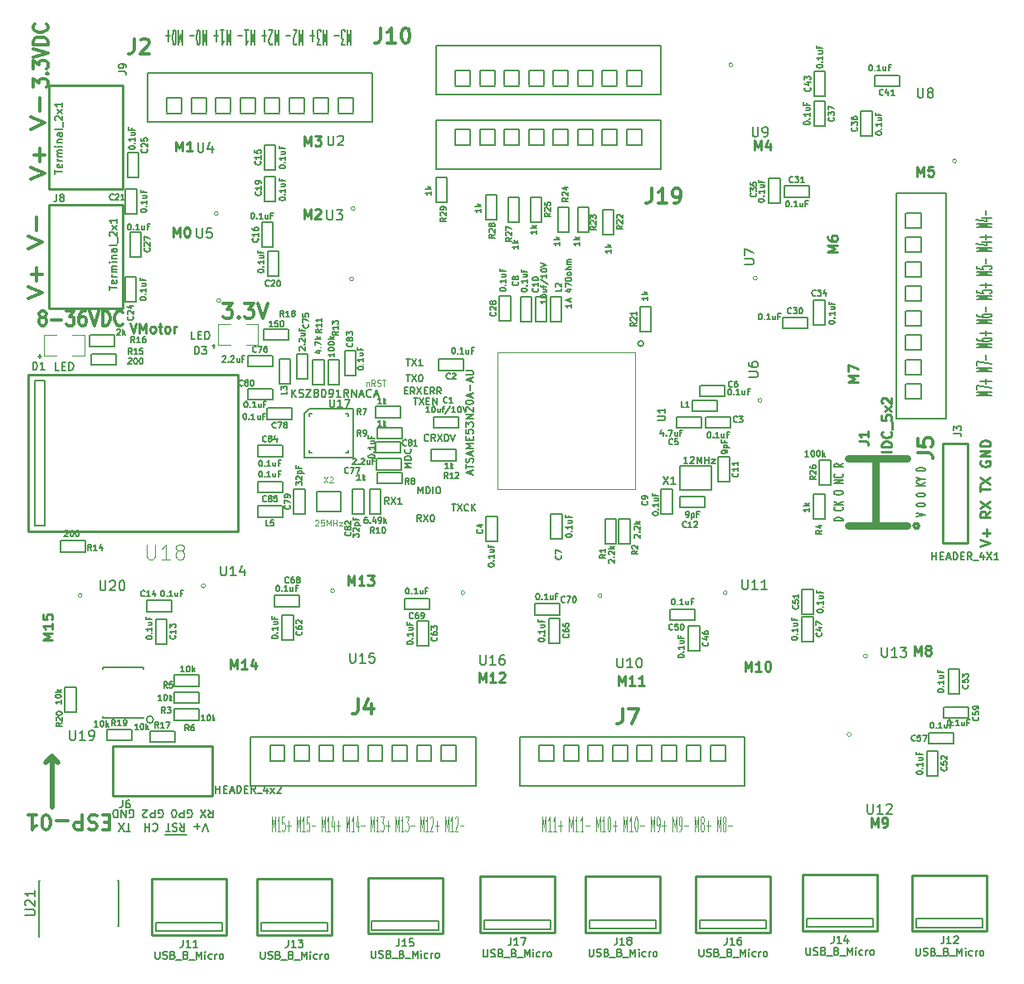
<source format=gto>
G04 #@! TF.GenerationSoftware,KiCad,Pcbnew,5.1.5-52549c5~86~ubuntu18.04.1*
G04 #@! TF.CreationDate,2020-12-06T21:57:41-08:00*
G04 #@! TF.ProjectId,GAMTP_rev01,47414d54-505f-4726-9576-30312e6b6963,rev?*
G04 #@! TF.SameCoordinates,Original*
G04 #@! TF.FileFunction,Legend,Top*
G04 #@! TF.FilePolarity,Positive*
%FSLAX46Y46*%
G04 Gerber Fmt 4.6, Leading zero omitted, Abs format (unit mm)*
G04 Created by KiCad (PCBNEW 5.1.5-52549c5~86~ubuntu18.04.1) date 2020-12-06 21:57:41*
%MOMM*%
%LPD*%
G04 APERTURE LIST*
%ADD10C,0.250000*%
%ADD11C,0.300000*%
%ADD12C,0.500000*%
%ADD13C,0.125000*%
%ADD14C,0.200000*%
%ADD15C,0.150000*%
%ADD16C,0.120000*%
%ADD17C,0.127000*%
%ADD18C,0.149860*%
%ADD19C,0.200660*%
%ADD20C,0.254000*%
%ADD21C,0.099060*%
%ADD22C,0.762000*%
%ADD23C,0.100000*%
%ADD24C,0.190500*%
%ADD25C,0.304800*%
G04 APERTURE END LIST*
D10*
X101415476Y-67202380D02*
X101415476Y-66202380D01*
X101748809Y-66916666D01*
X102082142Y-66202380D01*
X102082142Y-67202380D01*
X103082142Y-67202380D02*
X102510714Y-67202380D01*
X102796428Y-67202380D02*
X102796428Y-66202380D01*
X102701190Y-66345238D01*
X102605952Y-66440476D01*
X102510714Y-66488095D01*
D11*
X86609333Y-70071714D02*
X88009333Y-69471714D01*
X86609333Y-68871714D01*
X87476000Y-68271714D02*
X87476000Y-66900285D01*
X88009333Y-67586000D02*
X86942666Y-67586000D01*
X86609333Y-64928857D02*
X88009333Y-64328857D01*
X86609333Y-63728857D01*
X87476000Y-63128857D02*
X87476000Y-61757428D01*
X86808571Y-60623047D02*
X86808571Y-59818285D01*
X87380000Y-60251619D01*
X87380000Y-60065904D01*
X87451428Y-59942095D01*
X87522857Y-59880190D01*
X87665714Y-59818285D01*
X88022857Y-59818285D01*
X88165714Y-59880190D01*
X88237142Y-59942095D01*
X88308571Y-60065904D01*
X88308571Y-60437333D01*
X88237142Y-60561142D01*
X88165714Y-60623047D01*
X88165714Y-59261142D02*
X88237142Y-59199238D01*
X88308571Y-59261142D01*
X88237142Y-59323047D01*
X88165714Y-59261142D01*
X88308571Y-59261142D01*
X86808571Y-58765904D02*
X86808571Y-57961142D01*
X87380000Y-58394476D01*
X87380000Y-58208761D01*
X87451428Y-58084952D01*
X87522857Y-58023047D01*
X87665714Y-57961142D01*
X88022857Y-57961142D01*
X88165714Y-58023047D01*
X88237142Y-58084952D01*
X88308571Y-58208761D01*
X88308571Y-58580190D01*
X88237142Y-58704000D01*
X88165714Y-58765904D01*
X86808571Y-57589714D02*
X88308571Y-57156380D01*
X86808571Y-56723047D01*
X88308571Y-56289714D02*
X86808571Y-56289714D01*
X86808571Y-55980190D01*
X86880000Y-55794476D01*
X87022857Y-55670666D01*
X87165714Y-55608761D01*
X87451428Y-55546857D01*
X87665714Y-55546857D01*
X87951428Y-55608761D01*
X88094285Y-55670666D01*
X88237142Y-55794476D01*
X88308571Y-55980190D01*
X88308571Y-56289714D01*
X88165714Y-54246857D02*
X88237142Y-54308761D01*
X88308571Y-54494476D01*
X88308571Y-54618285D01*
X88237142Y-54804000D01*
X88094285Y-54927809D01*
X87951428Y-54989714D01*
X87665714Y-55051619D01*
X87451428Y-55051619D01*
X87165714Y-54989714D01*
X87022857Y-54927809D01*
X86880000Y-54804000D01*
X86808571Y-54618285D01*
X86808571Y-54494476D01*
X86880000Y-54308761D01*
X86951428Y-54246857D01*
D10*
X101140476Y-75952380D02*
X101140476Y-74952380D01*
X101473809Y-75666666D01*
X101807142Y-74952380D01*
X101807142Y-75952380D01*
X102473809Y-74952380D02*
X102569047Y-74952380D01*
X102664285Y-75000000D01*
X102711904Y-75047619D01*
X102759523Y-75142857D01*
X102807142Y-75333333D01*
X102807142Y-75571428D01*
X102759523Y-75761904D01*
X102711904Y-75857142D01*
X102664285Y-75904761D01*
X102569047Y-75952380D01*
X102473809Y-75952380D01*
X102378571Y-75904761D01*
X102330952Y-75857142D01*
X102283333Y-75761904D01*
X102235714Y-75571428D01*
X102235714Y-75333333D01*
X102283333Y-75142857D01*
X102330952Y-75047619D01*
X102378571Y-75000000D01*
X102473809Y-74952380D01*
X114506476Y-74112380D02*
X114506476Y-73112380D01*
X114839809Y-73826666D01*
X115173142Y-73112380D01*
X115173142Y-74112380D01*
X115601714Y-73207619D02*
X115649333Y-73160000D01*
X115744571Y-73112380D01*
X115982666Y-73112380D01*
X116077904Y-73160000D01*
X116125523Y-73207619D01*
X116173142Y-73302857D01*
X116173142Y-73398095D01*
X116125523Y-73540952D01*
X115554095Y-74112380D01*
X116173142Y-74112380D01*
X114540476Y-66652380D02*
X114540476Y-65652380D01*
X114873809Y-66366666D01*
X115207142Y-65652380D01*
X115207142Y-66652380D01*
X115588095Y-65652380D02*
X116207142Y-65652380D01*
X115873809Y-66033333D01*
X116016666Y-66033333D01*
X116111904Y-66080952D01*
X116159523Y-66128571D01*
X116207142Y-66223809D01*
X116207142Y-66461904D01*
X116159523Y-66557142D01*
X116111904Y-66604761D01*
X116016666Y-66652380D01*
X115730952Y-66652380D01*
X115635714Y-66604761D01*
X115588095Y-66557142D01*
X160490476Y-67102380D02*
X160490476Y-66102380D01*
X160823809Y-66816666D01*
X161157142Y-66102380D01*
X161157142Y-67102380D01*
X162061904Y-66435714D02*
X162061904Y-67102380D01*
X161823809Y-66054761D02*
X161585714Y-66769047D01*
X162204761Y-66769047D01*
X177090476Y-69752380D02*
X177090476Y-68752380D01*
X177423809Y-69466666D01*
X177757142Y-68752380D01*
X177757142Y-69752380D01*
X178709523Y-68752380D02*
X178233333Y-68752380D01*
X178185714Y-69228571D01*
X178233333Y-69180952D01*
X178328571Y-69133333D01*
X178566666Y-69133333D01*
X178661904Y-69180952D01*
X178709523Y-69228571D01*
X178757142Y-69323809D01*
X178757142Y-69561904D01*
X178709523Y-69657142D01*
X178661904Y-69704761D01*
X178566666Y-69752380D01*
X178328571Y-69752380D01*
X178233333Y-69704761D01*
X178185714Y-69657142D01*
X168952380Y-77459523D02*
X167952380Y-77459523D01*
X168666666Y-77126190D01*
X167952380Y-76792857D01*
X168952380Y-76792857D01*
X167952380Y-75888095D02*
X167952380Y-76078571D01*
X168000000Y-76173809D01*
X168047619Y-76221428D01*
X168190476Y-76316666D01*
X168380952Y-76364285D01*
X168761904Y-76364285D01*
X168857142Y-76316666D01*
X168904761Y-76269047D01*
X168952380Y-76173809D01*
X168952380Y-75983333D01*
X168904761Y-75888095D01*
X168857142Y-75840476D01*
X168761904Y-75792857D01*
X168523809Y-75792857D01*
X168428571Y-75840476D01*
X168380952Y-75888095D01*
X168333333Y-75983333D01*
X168333333Y-76173809D01*
X168380952Y-76269047D01*
X168428571Y-76316666D01*
X168523809Y-76364285D01*
X171052380Y-90759523D02*
X170052380Y-90759523D01*
X170766666Y-90426190D01*
X170052380Y-90092857D01*
X171052380Y-90092857D01*
X170052380Y-89711904D02*
X170052380Y-89045238D01*
X171052380Y-89473809D01*
X176840476Y-118702380D02*
X176840476Y-117702380D01*
X177173809Y-118416666D01*
X177507142Y-117702380D01*
X177507142Y-118702380D01*
X178126190Y-118130952D02*
X178030952Y-118083333D01*
X177983333Y-118035714D01*
X177935714Y-117940476D01*
X177935714Y-117892857D01*
X177983333Y-117797619D01*
X178030952Y-117750000D01*
X178126190Y-117702380D01*
X178316666Y-117702380D01*
X178411904Y-117750000D01*
X178459523Y-117797619D01*
X178507142Y-117892857D01*
X178507142Y-117940476D01*
X178459523Y-118035714D01*
X178411904Y-118083333D01*
X178316666Y-118130952D01*
X178126190Y-118130952D01*
X178030952Y-118178571D01*
X177983333Y-118226190D01*
X177935714Y-118321428D01*
X177935714Y-118511904D01*
X177983333Y-118607142D01*
X178030952Y-118654761D01*
X178126190Y-118702380D01*
X178316666Y-118702380D01*
X178411904Y-118654761D01*
X178459523Y-118607142D01*
X178507142Y-118511904D01*
X178507142Y-118321428D01*
X178459523Y-118226190D01*
X178411904Y-118178571D01*
X178316666Y-118130952D01*
X172390476Y-136252380D02*
X172390476Y-135252380D01*
X172723809Y-135966666D01*
X173057142Y-135252380D01*
X173057142Y-136252380D01*
X173580952Y-136252380D02*
X173771428Y-136252380D01*
X173866666Y-136204761D01*
X173914285Y-136157142D01*
X174009523Y-136014285D01*
X174057142Y-135823809D01*
X174057142Y-135442857D01*
X174009523Y-135347619D01*
X173961904Y-135300000D01*
X173866666Y-135252380D01*
X173676190Y-135252380D01*
X173580952Y-135300000D01*
X173533333Y-135347619D01*
X173485714Y-135442857D01*
X173485714Y-135680952D01*
X173533333Y-135776190D01*
X173580952Y-135823809D01*
X173676190Y-135871428D01*
X173866666Y-135871428D01*
X173961904Y-135823809D01*
X174009523Y-135776190D01*
X174057142Y-135680952D01*
X159514285Y-120302380D02*
X159514285Y-119302380D01*
X159847619Y-120016666D01*
X160180952Y-119302380D01*
X160180952Y-120302380D01*
X161180952Y-120302380D02*
X160609523Y-120302380D01*
X160895238Y-120302380D02*
X160895238Y-119302380D01*
X160800000Y-119445238D01*
X160704761Y-119540476D01*
X160609523Y-119588095D01*
X161800000Y-119302380D02*
X161895238Y-119302380D01*
X161990476Y-119350000D01*
X162038095Y-119397619D01*
X162085714Y-119492857D01*
X162133333Y-119683333D01*
X162133333Y-119921428D01*
X162085714Y-120111904D01*
X162038095Y-120207142D01*
X161990476Y-120254761D01*
X161895238Y-120302380D01*
X161800000Y-120302380D01*
X161704761Y-120254761D01*
X161657142Y-120207142D01*
X161609523Y-120111904D01*
X161561904Y-119921428D01*
X161561904Y-119683333D01*
X161609523Y-119492857D01*
X161657142Y-119397619D01*
X161704761Y-119350000D01*
X161800000Y-119302380D01*
X146614285Y-121752380D02*
X146614285Y-120752380D01*
X146947619Y-121466666D01*
X147280952Y-120752380D01*
X147280952Y-121752380D01*
X148280952Y-121752380D02*
X147709523Y-121752380D01*
X147995238Y-121752380D02*
X147995238Y-120752380D01*
X147900000Y-120895238D01*
X147804761Y-120990476D01*
X147709523Y-121038095D01*
X149233333Y-121752380D02*
X148661904Y-121752380D01*
X148947619Y-121752380D02*
X148947619Y-120752380D01*
X148852380Y-120895238D01*
X148757142Y-120990476D01*
X148661904Y-121038095D01*
X132364285Y-121452380D02*
X132364285Y-120452380D01*
X132697619Y-121166666D01*
X133030952Y-120452380D01*
X133030952Y-121452380D01*
X134030952Y-121452380D02*
X133459523Y-121452380D01*
X133745238Y-121452380D02*
X133745238Y-120452380D01*
X133650000Y-120595238D01*
X133554761Y-120690476D01*
X133459523Y-120738095D01*
X134411904Y-120547619D02*
X134459523Y-120500000D01*
X134554761Y-120452380D01*
X134792857Y-120452380D01*
X134888095Y-120500000D01*
X134935714Y-120547619D01*
X134983333Y-120642857D01*
X134983333Y-120738095D01*
X134935714Y-120880952D01*
X134364285Y-121452380D01*
X134983333Y-121452380D01*
X118964285Y-111552380D02*
X118964285Y-110552380D01*
X119297619Y-111266666D01*
X119630952Y-110552380D01*
X119630952Y-111552380D01*
X120630952Y-111552380D02*
X120059523Y-111552380D01*
X120345238Y-111552380D02*
X120345238Y-110552380D01*
X120250000Y-110695238D01*
X120154761Y-110790476D01*
X120059523Y-110838095D01*
X120964285Y-110552380D02*
X121583333Y-110552380D01*
X121250000Y-110933333D01*
X121392857Y-110933333D01*
X121488095Y-110980952D01*
X121535714Y-111028571D01*
X121583333Y-111123809D01*
X121583333Y-111361904D01*
X121535714Y-111457142D01*
X121488095Y-111504761D01*
X121392857Y-111552380D01*
X121107142Y-111552380D01*
X121011904Y-111504761D01*
X120964285Y-111457142D01*
X107014285Y-120102380D02*
X107014285Y-119102380D01*
X107347619Y-119816666D01*
X107680952Y-119102380D01*
X107680952Y-120102380D01*
X108680952Y-120102380D02*
X108109523Y-120102380D01*
X108395238Y-120102380D02*
X108395238Y-119102380D01*
X108300000Y-119245238D01*
X108204761Y-119340476D01*
X108109523Y-119388095D01*
X109538095Y-119435714D02*
X109538095Y-120102380D01*
X109300000Y-119054761D02*
X109061904Y-119769047D01*
X109680952Y-119769047D01*
X88802380Y-117085714D02*
X87802380Y-117085714D01*
X88516666Y-116752380D01*
X87802380Y-116419047D01*
X88802380Y-116419047D01*
X88802380Y-115419047D02*
X88802380Y-115990476D01*
X88802380Y-115704761D02*
X87802380Y-115704761D01*
X87945238Y-115800000D01*
X88040476Y-115895238D01*
X88088095Y-115990476D01*
X87802380Y-114514285D02*
X87802380Y-114990476D01*
X88278571Y-115038095D01*
X88230952Y-114990476D01*
X88183333Y-114895238D01*
X88183333Y-114657142D01*
X88230952Y-114561904D01*
X88278571Y-114514285D01*
X88373809Y-114466666D01*
X88611904Y-114466666D01*
X88707142Y-114514285D01*
X88754761Y-114561904D01*
X88802380Y-114657142D01*
X88802380Y-114895238D01*
X88754761Y-114990476D01*
X88707142Y-115038095D01*
D12*
X88800000Y-128950000D02*
X88100000Y-129650000D01*
X88775000Y-129025000D02*
X89400000Y-129650000D01*
X88800000Y-134200000D02*
X88800000Y-128950000D01*
D13*
X111214285Y-136678571D02*
X111214285Y-135178571D01*
X111380952Y-136250000D01*
X111547619Y-135178571D01*
X111547619Y-136678571D01*
X112047619Y-136678571D02*
X111761904Y-136678571D01*
X111904761Y-136678571D02*
X111904761Y-135178571D01*
X111857142Y-135392857D01*
X111809523Y-135535714D01*
X111761904Y-135607142D01*
X112500000Y-135178571D02*
X112261904Y-135178571D01*
X112238095Y-135892857D01*
X112261904Y-135821428D01*
X112309523Y-135750000D01*
X112428571Y-135750000D01*
X112476190Y-135821428D01*
X112500000Y-135892857D01*
X112523809Y-136035714D01*
X112523809Y-136392857D01*
X112500000Y-136535714D01*
X112476190Y-136607142D01*
X112428571Y-136678571D01*
X112309523Y-136678571D01*
X112261904Y-136607142D01*
X112238095Y-136535714D01*
X112738095Y-136107142D02*
X113119047Y-136107142D01*
X112928571Y-136678571D02*
X112928571Y-135535714D01*
X113738095Y-136678571D02*
X113738095Y-135178571D01*
X113904761Y-136250000D01*
X114071428Y-135178571D01*
X114071428Y-136678571D01*
X114571428Y-136678571D02*
X114285714Y-136678571D01*
X114428571Y-136678571D02*
X114428571Y-135178571D01*
X114380952Y-135392857D01*
X114333333Y-135535714D01*
X114285714Y-135607142D01*
X115023809Y-135178571D02*
X114785714Y-135178571D01*
X114761904Y-135892857D01*
X114785714Y-135821428D01*
X114833333Y-135750000D01*
X114952380Y-135750000D01*
X115000000Y-135821428D01*
X115023809Y-135892857D01*
X115047619Y-136035714D01*
X115047619Y-136392857D01*
X115023809Y-136535714D01*
X115000000Y-136607142D01*
X114952380Y-136678571D01*
X114833333Y-136678571D01*
X114785714Y-136607142D01*
X114761904Y-136535714D01*
X115261904Y-136107142D02*
X115642857Y-136107142D01*
X116261904Y-136678571D02*
X116261904Y-135178571D01*
X116428571Y-136250000D01*
X116595238Y-135178571D01*
X116595238Y-136678571D01*
X117095238Y-136678571D02*
X116809523Y-136678571D01*
X116952380Y-136678571D02*
X116952380Y-135178571D01*
X116904761Y-135392857D01*
X116857142Y-135535714D01*
X116809523Y-135607142D01*
X117523809Y-135678571D02*
X117523809Y-136678571D01*
X117404761Y-135107142D02*
X117285714Y-136178571D01*
X117595238Y-136178571D01*
X117785714Y-136107142D02*
X118166666Y-136107142D01*
X117976190Y-136678571D02*
X117976190Y-135535714D01*
X118785714Y-136678571D02*
X118785714Y-135178571D01*
X118952380Y-136250000D01*
X119119047Y-135178571D01*
X119119047Y-136678571D01*
X119619047Y-136678571D02*
X119333333Y-136678571D01*
X119476190Y-136678571D02*
X119476190Y-135178571D01*
X119428571Y-135392857D01*
X119380952Y-135535714D01*
X119333333Y-135607142D01*
X120047619Y-135678571D02*
X120047619Y-136678571D01*
X119928571Y-135107142D02*
X119809523Y-136178571D01*
X120119047Y-136178571D01*
X120309523Y-136107142D02*
X120690476Y-136107142D01*
X121309523Y-136678571D02*
X121309523Y-135178571D01*
X121476190Y-136250000D01*
X121642857Y-135178571D01*
X121642857Y-136678571D01*
X122142857Y-136678571D02*
X121857142Y-136678571D01*
X122000000Y-136678571D02*
X122000000Y-135178571D01*
X121952380Y-135392857D01*
X121904761Y-135535714D01*
X121857142Y-135607142D01*
X122309523Y-135178571D02*
X122619047Y-135178571D01*
X122452380Y-135750000D01*
X122523809Y-135750000D01*
X122571428Y-135821428D01*
X122595238Y-135892857D01*
X122619047Y-136035714D01*
X122619047Y-136392857D01*
X122595238Y-136535714D01*
X122571428Y-136607142D01*
X122523809Y-136678571D01*
X122380952Y-136678571D01*
X122333333Y-136607142D01*
X122309523Y-136535714D01*
X122833333Y-136107142D02*
X123214285Y-136107142D01*
X123023809Y-136678571D02*
X123023809Y-135535714D01*
X123833333Y-136678571D02*
X123833333Y-135178571D01*
X123999999Y-136250000D01*
X124166666Y-135178571D01*
X124166666Y-136678571D01*
X124666666Y-136678571D02*
X124380952Y-136678571D01*
X124523809Y-136678571D02*
X124523809Y-135178571D01*
X124476190Y-135392857D01*
X124428571Y-135535714D01*
X124380952Y-135607142D01*
X124833333Y-135178571D02*
X125142857Y-135178571D01*
X124976190Y-135750000D01*
X125047619Y-135750000D01*
X125095238Y-135821428D01*
X125119047Y-135892857D01*
X125142857Y-136035714D01*
X125142857Y-136392857D01*
X125119047Y-136535714D01*
X125095238Y-136607142D01*
X125047619Y-136678571D01*
X124904761Y-136678571D01*
X124857142Y-136607142D01*
X124833333Y-136535714D01*
X125357142Y-136107142D02*
X125738095Y-136107142D01*
X126357142Y-136678571D02*
X126357142Y-135178571D01*
X126523809Y-136250000D01*
X126690476Y-135178571D01*
X126690476Y-136678571D01*
X127190476Y-136678571D02*
X126904761Y-136678571D01*
X127047619Y-136678571D02*
X127047619Y-135178571D01*
X126999999Y-135392857D01*
X126952380Y-135535714D01*
X126904761Y-135607142D01*
X127380952Y-135321428D02*
X127404761Y-135250000D01*
X127452380Y-135178571D01*
X127571428Y-135178571D01*
X127619047Y-135250000D01*
X127642857Y-135321428D01*
X127666666Y-135464285D01*
X127666666Y-135607142D01*
X127642857Y-135821428D01*
X127357142Y-136678571D01*
X127666666Y-136678571D01*
X127880952Y-136107142D02*
X128261904Y-136107142D01*
X128071428Y-136678571D02*
X128071428Y-135535714D01*
X128880952Y-136678571D02*
X128880952Y-135178571D01*
X129047619Y-136250000D01*
X129214285Y-135178571D01*
X129214285Y-136678571D01*
X129714285Y-136678571D02*
X129428571Y-136678571D01*
X129571428Y-136678571D02*
X129571428Y-135178571D01*
X129523809Y-135392857D01*
X129476190Y-135535714D01*
X129428571Y-135607142D01*
X129904761Y-135321428D02*
X129928571Y-135250000D01*
X129976190Y-135178571D01*
X130095238Y-135178571D01*
X130142857Y-135250000D01*
X130166666Y-135321428D01*
X130190476Y-135464285D01*
X130190476Y-135607142D01*
X130166666Y-135821428D01*
X129880952Y-136678571D01*
X130190476Y-136678571D01*
X130404761Y-136107142D02*
X130785714Y-136107142D01*
D11*
X106243714Y-82744571D02*
X107172285Y-82744571D01*
X106672285Y-83316000D01*
X106886571Y-83316000D01*
X107029428Y-83387428D01*
X107100857Y-83458857D01*
X107172285Y-83601714D01*
X107172285Y-83958857D01*
X107100857Y-84101714D01*
X107029428Y-84173142D01*
X106886571Y-84244571D01*
X106458000Y-84244571D01*
X106315142Y-84173142D01*
X106243714Y-84101714D01*
X107815142Y-84101714D02*
X107886571Y-84173142D01*
X107815142Y-84244571D01*
X107743714Y-84173142D01*
X107815142Y-84101714D01*
X107815142Y-84244571D01*
X108386571Y-82744571D02*
X109315142Y-82744571D01*
X108815142Y-83316000D01*
X109029428Y-83316000D01*
X109172285Y-83387428D01*
X109243714Y-83458857D01*
X109315142Y-83601714D01*
X109315142Y-83958857D01*
X109243714Y-84101714D01*
X109172285Y-84173142D01*
X109029428Y-84244571D01*
X108600857Y-84244571D01*
X108458000Y-84173142D01*
X108386571Y-84101714D01*
X109743714Y-82744571D02*
X110243714Y-84244571D01*
X110743714Y-82744571D01*
D10*
X96695238Y-84752380D02*
X97028571Y-85752380D01*
X97361904Y-84752380D01*
X97695238Y-85752380D02*
X97695238Y-84752380D01*
X98028571Y-85466666D01*
X98361904Y-84752380D01*
X98361904Y-85752380D01*
X98980952Y-85752380D02*
X98885714Y-85704761D01*
X98838095Y-85657142D01*
X98790476Y-85561904D01*
X98790476Y-85276190D01*
X98838095Y-85180952D01*
X98885714Y-85133333D01*
X98980952Y-85085714D01*
X99123809Y-85085714D01*
X99219047Y-85133333D01*
X99266666Y-85180952D01*
X99314285Y-85276190D01*
X99314285Y-85561904D01*
X99266666Y-85657142D01*
X99219047Y-85704761D01*
X99123809Y-85752380D01*
X98980952Y-85752380D01*
X99600000Y-85085714D02*
X99980952Y-85085714D01*
X99742857Y-84752380D02*
X99742857Y-85609523D01*
X99790476Y-85704761D01*
X99885714Y-85752380D01*
X99980952Y-85752380D01*
X100457142Y-85752380D02*
X100361904Y-85704761D01*
X100314285Y-85657142D01*
X100266666Y-85561904D01*
X100266666Y-85276190D01*
X100314285Y-85180952D01*
X100361904Y-85133333D01*
X100457142Y-85085714D01*
X100600000Y-85085714D01*
X100695238Y-85133333D01*
X100742857Y-85180952D01*
X100790476Y-85276190D01*
X100790476Y-85561904D01*
X100742857Y-85657142D01*
X100695238Y-85704761D01*
X100600000Y-85752380D01*
X100457142Y-85752380D01*
X101219047Y-85752380D02*
X101219047Y-85085714D01*
X101219047Y-85276190D02*
X101266666Y-85180952D01*
X101314285Y-85133333D01*
X101409523Y-85085714D01*
X101504761Y-85085714D01*
D11*
X94642857Y-135782142D02*
X94142857Y-135782142D01*
X93928571Y-134996428D02*
X94642857Y-134996428D01*
X94642857Y-136496428D01*
X93928571Y-136496428D01*
X93357142Y-135067857D02*
X93142857Y-134996428D01*
X92785714Y-134996428D01*
X92642857Y-135067857D01*
X92571428Y-135139285D01*
X92500000Y-135282142D01*
X92500000Y-135425000D01*
X92571428Y-135567857D01*
X92642857Y-135639285D01*
X92785714Y-135710714D01*
X93071428Y-135782142D01*
X93214285Y-135853571D01*
X93285714Y-135925000D01*
X93357142Y-136067857D01*
X93357142Y-136210714D01*
X93285714Y-136353571D01*
X93214285Y-136425000D01*
X93071428Y-136496428D01*
X92714285Y-136496428D01*
X92500000Y-136425000D01*
X91857142Y-134996428D02*
X91857142Y-136496428D01*
X91285714Y-136496428D01*
X91142857Y-136425000D01*
X91071428Y-136353571D01*
X91000000Y-136210714D01*
X91000000Y-135996428D01*
X91071428Y-135853571D01*
X91142857Y-135782142D01*
X91285714Y-135710714D01*
X91857142Y-135710714D01*
X90357142Y-135567857D02*
X89214285Y-135567857D01*
X88214285Y-136496428D02*
X88071428Y-136496428D01*
X87928571Y-136425000D01*
X87857142Y-136353571D01*
X87785714Y-136210714D01*
X87714285Y-135925000D01*
X87714285Y-135567857D01*
X87785714Y-135282142D01*
X87857142Y-135139285D01*
X87928571Y-135067857D01*
X88071428Y-134996428D01*
X88214285Y-134996428D01*
X88357142Y-135067857D01*
X88428571Y-135139285D01*
X88500000Y-135282142D01*
X88571428Y-135567857D01*
X88571428Y-135925000D01*
X88500000Y-136210714D01*
X88428571Y-136353571D01*
X88357142Y-136425000D01*
X88214285Y-136496428D01*
X86285714Y-134996428D02*
X87142857Y-134996428D01*
X86714285Y-134996428D02*
X86714285Y-136496428D01*
X86857142Y-136282142D01*
X87000000Y-136139285D01*
X87142857Y-136067857D01*
X87670190Y-84149428D02*
X87546380Y-84078000D01*
X87484476Y-84006571D01*
X87422571Y-83863714D01*
X87422571Y-83792285D01*
X87484476Y-83649428D01*
X87546380Y-83578000D01*
X87670190Y-83506571D01*
X87917809Y-83506571D01*
X88041619Y-83578000D01*
X88103523Y-83649428D01*
X88165428Y-83792285D01*
X88165428Y-83863714D01*
X88103523Y-84006571D01*
X88041619Y-84078000D01*
X87917809Y-84149428D01*
X87670190Y-84149428D01*
X87546380Y-84220857D01*
X87484476Y-84292285D01*
X87422571Y-84435142D01*
X87422571Y-84720857D01*
X87484476Y-84863714D01*
X87546380Y-84935142D01*
X87670190Y-85006571D01*
X87917809Y-85006571D01*
X88041619Y-84935142D01*
X88103523Y-84863714D01*
X88165428Y-84720857D01*
X88165428Y-84435142D01*
X88103523Y-84292285D01*
X88041619Y-84220857D01*
X87917809Y-84149428D01*
X88722571Y-84435142D02*
X89713047Y-84435142D01*
X90208285Y-83506571D02*
X91013047Y-83506571D01*
X90579714Y-84078000D01*
X90765428Y-84078000D01*
X90889238Y-84149428D01*
X90951142Y-84220857D01*
X91013047Y-84363714D01*
X91013047Y-84720857D01*
X90951142Y-84863714D01*
X90889238Y-84935142D01*
X90765428Y-85006571D01*
X90394000Y-85006571D01*
X90270190Y-84935142D01*
X90208285Y-84863714D01*
X92127333Y-83506571D02*
X91879714Y-83506571D01*
X91755904Y-83578000D01*
X91694000Y-83649428D01*
X91570190Y-83863714D01*
X91508285Y-84149428D01*
X91508285Y-84720857D01*
X91570190Y-84863714D01*
X91632095Y-84935142D01*
X91755904Y-85006571D01*
X92003523Y-85006571D01*
X92127333Y-84935142D01*
X92189238Y-84863714D01*
X92251142Y-84720857D01*
X92251142Y-84363714D01*
X92189238Y-84220857D01*
X92127333Y-84149428D01*
X92003523Y-84078000D01*
X91755904Y-84078000D01*
X91632095Y-84149428D01*
X91570190Y-84220857D01*
X91508285Y-84363714D01*
X92622571Y-83506571D02*
X93055904Y-85006571D01*
X93489238Y-83506571D01*
X93922571Y-85006571D02*
X93922571Y-83506571D01*
X94232095Y-83506571D01*
X94417809Y-83578000D01*
X94541619Y-83720857D01*
X94603523Y-83863714D01*
X94665428Y-84149428D01*
X94665428Y-84363714D01*
X94603523Y-84649428D01*
X94541619Y-84792285D01*
X94417809Y-84935142D01*
X94232095Y-85006571D01*
X93922571Y-85006571D01*
X95965428Y-84863714D02*
X95903523Y-84935142D01*
X95717809Y-85006571D01*
X95594000Y-85006571D01*
X95408285Y-84935142D01*
X95284476Y-84792285D01*
X95222571Y-84649428D01*
X95160666Y-84363714D01*
X95160666Y-84149428D01*
X95222571Y-83863714D01*
X95284476Y-83720857D01*
X95408285Y-83578000D01*
X95594000Y-83506571D01*
X95717809Y-83506571D01*
X95903523Y-83578000D01*
X95965428Y-83649428D01*
D14*
X104671428Y-136638095D02*
X104404761Y-135838095D01*
X104138095Y-136638095D01*
X103871428Y-136142857D02*
X103261904Y-136142857D01*
X103566666Y-135838095D02*
X103566666Y-136447619D01*
X102461904Y-137036000D02*
X101661904Y-137036000D01*
X101814285Y-135838095D02*
X102080952Y-136219047D01*
X102271428Y-135838095D02*
X102271428Y-136638095D01*
X101966666Y-136638095D01*
X101890476Y-136600000D01*
X101852380Y-136561904D01*
X101814285Y-136485714D01*
X101814285Y-136371428D01*
X101852380Y-136295238D01*
X101890476Y-136257142D01*
X101966666Y-136219047D01*
X102271428Y-136219047D01*
X101661904Y-137036000D02*
X100900000Y-137036000D01*
X101509523Y-135876190D02*
X101395238Y-135838095D01*
X101204761Y-135838095D01*
X101128571Y-135876190D01*
X101090476Y-135914285D01*
X101052380Y-135990476D01*
X101052380Y-136066666D01*
X101090476Y-136142857D01*
X101128571Y-136180952D01*
X101204761Y-136219047D01*
X101357142Y-136257142D01*
X101433333Y-136295238D01*
X101471428Y-136333333D01*
X101509523Y-136409523D01*
X101509523Y-136485714D01*
X101471428Y-136561904D01*
X101433333Y-136600000D01*
X101357142Y-136638095D01*
X101166666Y-136638095D01*
X101052380Y-136600000D01*
X100900000Y-137036000D02*
X100290476Y-137036000D01*
X100823809Y-136638095D02*
X100366666Y-136638095D01*
X100595238Y-135838095D02*
X100595238Y-136638095D01*
X99033333Y-135914285D02*
X99071428Y-135876190D01*
X99185714Y-135838095D01*
X99261904Y-135838095D01*
X99376190Y-135876190D01*
X99452380Y-135952380D01*
X99490476Y-136028571D01*
X99528571Y-136180952D01*
X99528571Y-136295238D01*
X99490476Y-136447619D01*
X99452380Y-136523809D01*
X99376190Y-136600000D01*
X99261904Y-136638095D01*
X99185714Y-136638095D01*
X99071428Y-136600000D01*
X99033333Y-136561904D01*
X98690476Y-135838095D02*
X98690476Y-136638095D01*
X98690476Y-136257142D02*
X98233333Y-136257142D01*
X98233333Y-135838095D02*
X98233333Y-136638095D01*
X96747619Y-136638095D02*
X96290476Y-136638095D01*
X96519047Y-135838095D02*
X96519047Y-136638095D01*
X96100000Y-136638095D02*
X95566666Y-135838095D01*
X95566666Y-136638095D02*
X96100000Y-135838095D01*
X104728571Y-134438095D02*
X104995238Y-134819047D01*
X105185714Y-134438095D02*
X105185714Y-135238095D01*
X104880952Y-135238095D01*
X104804761Y-135200000D01*
X104766666Y-135161904D01*
X104728571Y-135085714D01*
X104728571Y-134971428D01*
X104766666Y-134895238D01*
X104804761Y-134857142D01*
X104880952Y-134819047D01*
X105185714Y-134819047D01*
X104461904Y-135238095D02*
X103928571Y-134438095D01*
X103928571Y-135238095D02*
X104461904Y-134438095D01*
X102595238Y-135200000D02*
X102671428Y-135238095D01*
X102785714Y-135238095D01*
X102900000Y-135200000D01*
X102976190Y-135123809D01*
X103014285Y-135047619D01*
X103052380Y-134895238D01*
X103052380Y-134780952D01*
X103014285Y-134628571D01*
X102976190Y-134552380D01*
X102900000Y-134476190D01*
X102785714Y-134438095D01*
X102709523Y-134438095D01*
X102595238Y-134476190D01*
X102557142Y-134514285D01*
X102557142Y-134780952D01*
X102709523Y-134780952D01*
X102214285Y-134438095D02*
X102214285Y-135238095D01*
X101909523Y-135238095D01*
X101833333Y-135200000D01*
X101795238Y-135161904D01*
X101757142Y-135085714D01*
X101757142Y-134971428D01*
X101795238Y-134895238D01*
X101833333Y-134857142D01*
X101909523Y-134819047D01*
X102214285Y-134819047D01*
X101261904Y-135238095D02*
X101185714Y-135238095D01*
X101109523Y-135200000D01*
X101071428Y-135161904D01*
X101033333Y-135085714D01*
X100995238Y-134933333D01*
X100995238Y-134742857D01*
X101033333Y-134590476D01*
X101071428Y-134514285D01*
X101109523Y-134476190D01*
X101185714Y-134438095D01*
X101261904Y-134438095D01*
X101338095Y-134476190D01*
X101376190Y-134514285D01*
X101414285Y-134590476D01*
X101452380Y-134742857D01*
X101452380Y-134933333D01*
X101414285Y-135085714D01*
X101376190Y-135161904D01*
X101338095Y-135200000D01*
X101261904Y-135238095D01*
X99623809Y-135200000D02*
X99700000Y-135238095D01*
X99814285Y-135238095D01*
X99928571Y-135200000D01*
X100004761Y-135123809D01*
X100042857Y-135047619D01*
X100080952Y-134895238D01*
X100080952Y-134780952D01*
X100042857Y-134628571D01*
X100004761Y-134552380D01*
X99928571Y-134476190D01*
X99814285Y-134438095D01*
X99738095Y-134438095D01*
X99623809Y-134476190D01*
X99585714Y-134514285D01*
X99585714Y-134780952D01*
X99738095Y-134780952D01*
X99242857Y-134438095D02*
X99242857Y-135238095D01*
X98938095Y-135238095D01*
X98861904Y-135200000D01*
X98823809Y-135161904D01*
X98785714Y-135085714D01*
X98785714Y-134971428D01*
X98823809Y-134895238D01*
X98861904Y-134857142D01*
X98938095Y-134819047D01*
X99242857Y-134819047D01*
X98480952Y-135161904D02*
X98442857Y-135200000D01*
X98366666Y-135238095D01*
X98176190Y-135238095D01*
X98100000Y-135200000D01*
X98061904Y-135161904D01*
X98023809Y-135085714D01*
X98023809Y-135009523D01*
X98061904Y-134895238D01*
X98519047Y-134438095D01*
X98023809Y-134438095D01*
X96652380Y-135200000D02*
X96728571Y-135238095D01*
X96842857Y-135238095D01*
X96957142Y-135200000D01*
X97033333Y-135123809D01*
X97071428Y-135047619D01*
X97109523Y-134895238D01*
X97109523Y-134780952D01*
X97071428Y-134628571D01*
X97033333Y-134552380D01*
X96957142Y-134476190D01*
X96842857Y-134438095D01*
X96766666Y-134438095D01*
X96652380Y-134476190D01*
X96614285Y-134514285D01*
X96614285Y-134780952D01*
X96766666Y-134780952D01*
X96271428Y-134438095D02*
X96271428Y-135238095D01*
X95814285Y-134438095D01*
X95814285Y-135238095D01*
X95433333Y-134438095D02*
X95433333Y-135238095D01*
X95242857Y-135238095D01*
X95128571Y-135200000D01*
X95052380Y-135123809D01*
X95014285Y-135047619D01*
X94976190Y-134895238D01*
X94976190Y-134780952D01*
X95014285Y-134628571D01*
X95052380Y-134552380D01*
X95128571Y-134476190D01*
X95242857Y-134438095D01*
X95433333Y-134438095D01*
D10*
X183552380Y-107552380D02*
X184552380Y-107219047D01*
X183552380Y-106885714D01*
X184171428Y-106552380D02*
X184171428Y-105790476D01*
X184552380Y-106171428D02*
X183790476Y-106171428D01*
X184552380Y-103980952D02*
X184076190Y-104314285D01*
X184552380Y-104552380D02*
X183552380Y-104552380D01*
X183552380Y-104171428D01*
X183600000Y-104076190D01*
X183647619Y-104028571D01*
X183742857Y-103980952D01*
X183885714Y-103980952D01*
X183980952Y-104028571D01*
X184028571Y-104076190D01*
X184076190Y-104171428D01*
X184076190Y-104552380D01*
X183552380Y-103647619D02*
X184552380Y-102980952D01*
X183552380Y-102980952D02*
X184552380Y-103647619D01*
X183552380Y-101980952D02*
X183552380Y-101409523D01*
X184552380Y-101695238D02*
X183552380Y-101695238D01*
X183552380Y-101171428D02*
X184552380Y-100504761D01*
X183552380Y-100504761D02*
X184552380Y-101171428D01*
X183600000Y-98838095D02*
X183552380Y-98933333D01*
X183552380Y-99076190D01*
X183600000Y-99219047D01*
X183695238Y-99314285D01*
X183790476Y-99361904D01*
X183980952Y-99409523D01*
X184123809Y-99409523D01*
X184314285Y-99361904D01*
X184409523Y-99314285D01*
X184504761Y-99219047D01*
X184552380Y-99076190D01*
X184552380Y-98980952D01*
X184504761Y-98838095D01*
X184457142Y-98790476D01*
X184123809Y-98790476D01*
X184123809Y-98980952D01*
X184552380Y-98361904D02*
X183552380Y-98361904D01*
X184552380Y-97790476D01*
X183552380Y-97790476D01*
X184552380Y-97314285D02*
X183552380Y-97314285D01*
X183552380Y-97076190D01*
X183600000Y-96933333D01*
X183695238Y-96838095D01*
X183790476Y-96790476D01*
X183980952Y-96742857D01*
X184123809Y-96742857D01*
X184314285Y-96790476D01*
X184409523Y-96838095D01*
X184504761Y-96933333D01*
X184552380Y-97076190D01*
X184552380Y-97314285D01*
D15*
X177007142Y-104528571D02*
X177907142Y-104328571D01*
X177007142Y-104128571D01*
X177007142Y-103357142D02*
X177007142Y-103300000D01*
X177050000Y-103242857D01*
X177092857Y-103214285D01*
X177178571Y-103185714D01*
X177350000Y-103157142D01*
X177564285Y-103157142D01*
X177735714Y-103185714D01*
X177821428Y-103214285D01*
X177864285Y-103242857D01*
X177907142Y-103300000D01*
X177907142Y-103357142D01*
X177864285Y-103414285D01*
X177821428Y-103442857D01*
X177735714Y-103471428D01*
X177564285Y-103500000D01*
X177350000Y-103500000D01*
X177178571Y-103471428D01*
X177092857Y-103442857D01*
X177050000Y-103414285D01*
X177007142Y-103357142D01*
X177007142Y-102328571D02*
X177007142Y-102271428D01*
X177050000Y-102214285D01*
X177092857Y-102185714D01*
X177178571Y-102157142D01*
X177350000Y-102128571D01*
X177564285Y-102128571D01*
X177735714Y-102157142D01*
X177821428Y-102185714D01*
X177864285Y-102214285D01*
X177907142Y-102271428D01*
X177907142Y-102328571D01*
X177864285Y-102385714D01*
X177821428Y-102414285D01*
X177735714Y-102442857D01*
X177564285Y-102471428D01*
X177350000Y-102471428D01*
X177178571Y-102442857D01*
X177092857Y-102414285D01*
X177050000Y-102385714D01*
X177007142Y-102328571D01*
X177907142Y-101414285D02*
X177007142Y-101414285D01*
X177907142Y-101071428D02*
X177392857Y-101328571D01*
X177007142Y-101071428D02*
X177521428Y-101414285D01*
X177478571Y-100700000D02*
X177907142Y-100700000D01*
X177007142Y-100900000D02*
X177478571Y-100700000D01*
X177007142Y-100500000D01*
X177007142Y-99728571D02*
X177007142Y-99671428D01*
X177050000Y-99614285D01*
X177092857Y-99585714D01*
X177178571Y-99557142D01*
X177350000Y-99528571D01*
X177564285Y-99528571D01*
X177735714Y-99557142D01*
X177821428Y-99585714D01*
X177864285Y-99614285D01*
X177907142Y-99671428D01*
X177907142Y-99728571D01*
X177864285Y-99785714D01*
X177821428Y-99814285D01*
X177735714Y-99842857D01*
X177564285Y-99871428D01*
X177350000Y-99871428D01*
X177178571Y-99842857D01*
X177092857Y-99814285D01*
X177050000Y-99785714D01*
X177007142Y-99728571D01*
X169507142Y-104950000D02*
X168607142Y-104950000D01*
X168607142Y-104807142D01*
X168650000Y-104721428D01*
X168735714Y-104664285D01*
X168821428Y-104635714D01*
X168992857Y-104607142D01*
X169121428Y-104607142D01*
X169292857Y-104635714D01*
X169378571Y-104664285D01*
X169464285Y-104721428D01*
X169507142Y-104807142D01*
X169507142Y-104950000D01*
X169421428Y-103550000D02*
X169464285Y-103578571D01*
X169507142Y-103664285D01*
X169507142Y-103721428D01*
X169464285Y-103807142D01*
X169378571Y-103864285D01*
X169292857Y-103892857D01*
X169121428Y-103921428D01*
X168992857Y-103921428D01*
X168821428Y-103892857D01*
X168735714Y-103864285D01*
X168650000Y-103807142D01*
X168607142Y-103721428D01*
X168607142Y-103664285D01*
X168650000Y-103578571D01*
X168692857Y-103550000D01*
X169507142Y-103292857D02*
X168607142Y-103292857D01*
X169507142Y-102950000D02*
X168992857Y-103207142D01*
X168607142Y-102950000D02*
X169121428Y-103292857D01*
X168607142Y-102121428D02*
X168607142Y-102007142D01*
X168650000Y-101950000D01*
X168735714Y-101892857D01*
X168907142Y-101864285D01*
X169207142Y-101864285D01*
X169378571Y-101892857D01*
X169464285Y-101950000D01*
X169507142Y-102007142D01*
X169507142Y-102121428D01*
X169464285Y-102178571D01*
X169378571Y-102235714D01*
X169207142Y-102264285D01*
X168907142Y-102264285D01*
X168735714Y-102235714D01*
X168650000Y-102178571D01*
X168607142Y-102121428D01*
X169507142Y-101150000D02*
X168607142Y-101150000D01*
X169507142Y-100807142D01*
X168607142Y-100807142D01*
X169421428Y-100178571D02*
X169464285Y-100207142D01*
X169507142Y-100292857D01*
X169507142Y-100350000D01*
X169464285Y-100435714D01*
X169378571Y-100492857D01*
X169292857Y-100521428D01*
X169121428Y-100550000D01*
X168992857Y-100550000D01*
X168821428Y-100521428D01*
X168735714Y-100492857D01*
X168650000Y-100435714D01*
X168607142Y-100350000D01*
X168607142Y-100292857D01*
X168650000Y-100207142D01*
X168692857Y-100178571D01*
X168257000Y-99607142D02*
X168257000Y-99007142D01*
X169507142Y-99121428D02*
X169078571Y-99321428D01*
X169507142Y-99464285D02*
X168607142Y-99464285D01*
X168607142Y-99235714D01*
X168650000Y-99178571D01*
X168692857Y-99150000D01*
X168778571Y-99121428D01*
X168907142Y-99121428D01*
X168992857Y-99150000D01*
X169035714Y-99178571D01*
X169078571Y-99235714D01*
X169078571Y-99464285D01*
D11*
X86323333Y-82263714D02*
X87723333Y-81663714D01*
X86323333Y-81063714D01*
X87190000Y-80463714D02*
X87190000Y-79092285D01*
X87723333Y-79778000D02*
X86656666Y-79778000D01*
X86323333Y-77120857D02*
X87723333Y-76520857D01*
X86323333Y-75920857D01*
X87190000Y-75320857D02*
X87190000Y-73949428D01*
D15*
X184678571Y-92185714D02*
X183178571Y-92185714D01*
X184250000Y-91985714D01*
X183178571Y-91785714D01*
X184678571Y-91785714D01*
X183178571Y-91557142D02*
X183178571Y-91157142D01*
X184678571Y-91414285D01*
X184107142Y-90928571D02*
X184107142Y-90471428D01*
X184678571Y-90700000D02*
X183535714Y-90700000D01*
X184678571Y-89728571D02*
X183178571Y-89728571D01*
X184250000Y-89528571D01*
X183178571Y-89328571D01*
X184678571Y-89328571D01*
X183178571Y-89100000D02*
X183178571Y-88700000D01*
X184678571Y-88957142D01*
X184107142Y-88471428D02*
X184107142Y-88014285D01*
X184678571Y-87271428D02*
X183178571Y-87271428D01*
X184250000Y-87071428D01*
X183178571Y-86871428D01*
X184678571Y-86871428D01*
X183178571Y-86328571D02*
X183178571Y-86442857D01*
X183250000Y-86500000D01*
X183321428Y-86528571D01*
X183535714Y-86585714D01*
X183821428Y-86614285D01*
X184392857Y-86614285D01*
X184535714Y-86585714D01*
X184607142Y-86557142D01*
X184678571Y-86500000D01*
X184678571Y-86385714D01*
X184607142Y-86328571D01*
X184535714Y-86300000D01*
X184392857Y-86271428D01*
X184035714Y-86271428D01*
X183892857Y-86300000D01*
X183821428Y-86328571D01*
X183750000Y-86385714D01*
X183750000Y-86500000D01*
X183821428Y-86557142D01*
X183892857Y-86585714D01*
X184035714Y-86614285D01*
X184107142Y-86014285D02*
X184107142Y-85557142D01*
X184678571Y-85785714D02*
X183535714Y-85785714D01*
X184678571Y-84814285D02*
X183178571Y-84814285D01*
X184250000Y-84614285D01*
X183178571Y-84414285D01*
X184678571Y-84414285D01*
X183178571Y-83871428D02*
X183178571Y-83985714D01*
X183250000Y-84042857D01*
X183321428Y-84071428D01*
X183535714Y-84128571D01*
X183821428Y-84157142D01*
X184392857Y-84157142D01*
X184535714Y-84128571D01*
X184607142Y-84100000D01*
X184678571Y-84042857D01*
X184678571Y-83928571D01*
X184607142Y-83871428D01*
X184535714Y-83842857D01*
X184392857Y-83814285D01*
X184035714Y-83814285D01*
X183892857Y-83842857D01*
X183821428Y-83871428D01*
X183750000Y-83928571D01*
X183750000Y-84042857D01*
X183821428Y-84100000D01*
X183892857Y-84128571D01*
X184035714Y-84157142D01*
X184107142Y-83557142D02*
X184107142Y-83100000D01*
X184678571Y-82357142D02*
X183178571Y-82357142D01*
X184250000Y-82157142D01*
X183178571Y-81957142D01*
X184678571Y-81957142D01*
X183178571Y-81385714D02*
X183178571Y-81671428D01*
X183892857Y-81700000D01*
X183821428Y-81671428D01*
X183750000Y-81614285D01*
X183750000Y-81471428D01*
X183821428Y-81414285D01*
X183892857Y-81385714D01*
X184035714Y-81357142D01*
X184392857Y-81357142D01*
X184535714Y-81385714D01*
X184607142Y-81414285D01*
X184678571Y-81471428D01*
X184678571Y-81614285D01*
X184607142Y-81671428D01*
X184535714Y-81700000D01*
X184107142Y-81100000D02*
X184107142Y-80642857D01*
X184678571Y-80871428D02*
X183535714Y-80871428D01*
X184678571Y-79900000D02*
X183178571Y-79900000D01*
X184250000Y-79700000D01*
X183178571Y-79500000D01*
X184678571Y-79500000D01*
X183178571Y-78928571D02*
X183178571Y-79214285D01*
X183892857Y-79242857D01*
X183821428Y-79214285D01*
X183750000Y-79157142D01*
X183750000Y-79014285D01*
X183821428Y-78957142D01*
X183892857Y-78928571D01*
X184035714Y-78900000D01*
X184392857Y-78900000D01*
X184535714Y-78928571D01*
X184607142Y-78957142D01*
X184678571Y-79014285D01*
X184678571Y-79157142D01*
X184607142Y-79214285D01*
X184535714Y-79242857D01*
X184107142Y-78642857D02*
X184107142Y-78185714D01*
X184678571Y-77442857D02*
X183178571Y-77442857D01*
X184250000Y-77242857D01*
X183178571Y-77042857D01*
X184678571Y-77042857D01*
X183678571Y-76500000D02*
X184678571Y-76500000D01*
X183107142Y-76642857D02*
X184178571Y-76785714D01*
X184178571Y-76414285D01*
X184107142Y-76185714D02*
X184107142Y-75728571D01*
X184678571Y-75957142D02*
X183535714Y-75957142D01*
X184678571Y-74985714D02*
X183178571Y-74985714D01*
X184250000Y-74785714D01*
X183178571Y-74585714D01*
X184678571Y-74585714D01*
X183678571Y-74042857D02*
X184678571Y-74042857D01*
X183107142Y-74185714D02*
X184178571Y-74328571D01*
X184178571Y-73957142D01*
X184107142Y-73728571D02*
X184107142Y-73271428D01*
D13*
X138783333Y-136678571D02*
X138783333Y-135178571D01*
X138966666Y-136250000D01*
X139150000Y-135178571D01*
X139150000Y-136678571D01*
X139700000Y-136678571D02*
X139385714Y-136678571D01*
X139542857Y-136678571D02*
X139542857Y-135178571D01*
X139490476Y-135392857D01*
X139438095Y-135535714D01*
X139385714Y-135607142D01*
X140223809Y-136678571D02*
X139909523Y-136678571D01*
X140066666Y-136678571D02*
X140066666Y-135178571D01*
X140014285Y-135392857D01*
X139961904Y-135535714D01*
X139909523Y-135607142D01*
X140459523Y-136107142D02*
X140878571Y-136107142D01*
X140669047Y-136678571D02*
X140669047Y-135535714D01*
X141559523Y-136678571D02*
X141559523Y-135178571D01*
X141742857Y-136250000D01*
X141926190Y-135178571D01*
X141926190Y-136678571D01*
X142476190Y-136678571D02*
X142161904Y-136678571D01*
X142319047Y-136678571D02*
X142319047Y-135178571D01*
X142266666Y-135392857D01*
X142214285Y-135535714D01*
X142161904Y-135607142D01*
X143000000Y-136678571D02*
X142685714Y-136678571D01*
X142842857Y-136678571D02*
X142842857Y-135178571D01*
X142790476Y-135392857D01*
X142738095Y-135535714D01*
X142685714Y-135607142D01*
X143235714Y-136107142D02*
X143654761Y-136107142D01*
X144335714Y-136678571D02*
X144335714Y-135178571D01*
X144519047Y-136250000D01*
X144702380Y-135178571D01*
X144702380Y-136678571D01*
X145252380Y-136678571D02*
X144938095Y-136678571D01*
X145095238Y-136678571D02*
X145095238Y-135178571D01*
X145042857Y-135392857D01*
X144990476Y-135535714D01*
X144938095Y-135607142D01*
X145592857Y-135178571D02*
X145645238Y-135178571D01*
X145697619Y-135250000D01*
X145723809Y-135321428D01*
X145750000Y-135464285D01*
X145776190Y-135750000D01*
X145776190Y-136107142D01*
X145750000Y-136392857D01*
X145723809Y-136535714D01*
X145697619Y-136607142D01*
X145645238Y-136678571D01*
X145592857Y-136678571D01*
X145540476Y-136607142D01*
X145514285Y-136535714D01*
X145488095Y-136392857D01*
X145461904Y-136107142D01*
X145461904Y-135750000D01*
X145488095Y-135464285D01*
X145514285Y-135321428D01*
X145540476Y-135250000D01*
X145592857Y-135178571D01*
X146011904Y-136107142D02*
X146430952Y-136107142D01*
X146221428Y-136678571D02*
X146221428Y-135535714D01*
X147111904Y-136678571D02*
X147111904Y-135178571D01*
X147295238Y-136250000D01*
X147478571Y-135178571D01*
X147478571Y-136678571D01*
X148028571Y-136678571D02*
X147714285Y-136678571D01*
X147871428Y-136678571D02*
X147871428Y-135178571D01*
X147819047Y-135392857D01*
X147766666Y-135535714D01*
X147714285Y-135607142D01*
X148369047Y-135178571D02*
X148421428Y-135178571D01*
X148473809Y-135250000D01*
X148500000Y-135321428D01*
X148526190Y-135464285D01*
X148552380Y-135750000D01*
X148552380Y-136107142D01*
X148526190Y-136392857D01*
X148500000Y-136535714D01*
X148473809Y-136607142D01*
X148421428Y-136678571D01*
X148369047Y-136678571D01*
X148316666Y-136607142D01*
X148290476Y-136535714D01*
X148264285Y-136392857D01*
X148238095Y-136107142D01*
X148238095Y-135750000D01*
X148264285Y-135464285D01*
X148290476Y-135321428D01*
X148316666Y-135250000D01*
X148369047Y-135178571D01*
X148788095Y-136107142D02*
X149207142Y-136107142D01*
X149888095Y-136678571D02*
X149888095Y-135178571D01*
X150071428Y-136250000D01*
X150254761Y-135178571D01*
X150254761Y-136678571D01*
X150542857Y-136678571D02*
X150647619Y-136678571D01*
X150700000Y-136607142D01*
X150726190Y-136535714D01*
X150778571Y-136321428D01*
X150804761Y-136035714D01*
X150804761Y-135464285D01*
X150778571Y-135321428D01*
X150752380Y-135250000D01*
X150700000Y-135178571D01*
X150595238Y-135178571D01*
X150542857Y-135250000D01*
X150516666Y-135321428D01*
X150490476Y-135464285D01*
X150490476Y-135821428D01*
X150516666Y-135964285D01*
X150542857Y-136035714D01*
X150595238Y-136107142D01*
X150700000Y-136107142D01*
X150752380Y-136035714D01*
X150778571Y-135964285D01*
X150804761Y-135821428D01*
X151040476Y-136107142D02*
X151459523Y-136107142D01*
X151250000Y-136678571D02*
X151250000Y-135535714D01*
X152140476Y-136678571D02*
X152140476Y-135178571D01*
X152323809Y-136250000D01*
X152507142Y-135178571D01*
X152507142Y-136678571D01*
X152795238Y-136678571D02*
X152900000Y-136678571D01*
X152952380Y-136607142D01*
X152978571Y-136535714D01*
X153030952Y-136321428D01*
X153057142Y-136035714D01*
X153057142Y-135464285D01*
X153030952Y-135321428D01*
X153004761Y-135250000D01*
X152952380Y-135178571D01*
X152847619Y-135178571D01*
X152795238Y-135250000D01*
X152769047Y-135321428D01*
X152742857Y-135464285D01*
X152742857Y-135821428D01*
X152769047Y-135964285D01*
X152795238Y-136035714D01*
X152847619Y-136107142D01*
X152952380Y-136107142D01*
X153004761Y-136035714D01*
X153030952Y-135964285D01*
X153057142Y-135821428D01*
X153292857Y-136107142D02*
X153711904Y-136107142D01*
X154392857Y-136678571D02*
X154392857Y-135178571D01*
X154576190Y-136250000D01*
X154759523Y-135178571D01*
X154759523Y-136678571D01*
X155100000Y-135821428D02*
X155047619Y-135750000D01*
X155021428Y-135678571D01*
X154995238Y-135535714D01*
X154995238Y-135464285D01*
X155021428Y-135321428D01*
X155047619Y-135250000D01*
X155100000Y-135178571D01*
X155204761Y-135178571D01*
X155257142Y-135250000D01*
X155283333Y-135321428D01*
X155309523Y-135464285D01*
X155309523Y-135535714D01*
X155283333Y-135678571D01*
X155257142Y-135750000D01*
X155204761Y-135821428D01*
X155100000Y-135821428D01*
X155047619Y-135892857D01*
X155021428Y-135964285D01*
X154995238Y-136107142D01*
X154995238Y-136392857D01*
X155021428Y-136535714D01*
X155047619Y-136607142D01*
X155100000Y-136678571D01*
X155204761Y-136678571D01*
X155257142Y-136607142D01*
X155283333Y-136535714D01*
X155309523Y-136392857D01*
X155309523Y-136107142D01*
X155283333Y-135964285D01*
X155257142Y-135892857D01*
X155204761Y-135821428D01*
X155545238Y-136107142D02*
X155964285Y-136107142D01*
X155754761Y-136678571D02*
X155754761Y-135535714D01*
X156645238Y-136678571D02*
X156645238Y-135178571D01*
X156828571Y-136250000D01*
X157011904Y-135178571D01*
X157011904Y-136678571D01*
X157352380Y-135821428D02*
X157300000Y-135750000D01*
X157273809Y-135678571D01*
X157247619Y-135535714D01*
X157247619Y-135464285D01*
X157273809Y-135321428D01*
X157300000Y-135250000D01*
X157352380Y-135178571D01*
X157457142Y-135178571D01*
X157509523Y-135250000D01*
X157535714Y-135321428D01*
X157561904Y-135464285D01*
X157561904Y-135535714D01*
X157535714Y-135678571D01*
X157509523Y-135750000D01*
X157457142Y-135821428D01*
X157352380Y-135821428D01*
X157300000Y-135892857D01*
X157273809Y-135964285D01*
X157247619Y-136107142D01*
X157247619Y-136392857D01*
X157273809Y-136535714D01*
X157300000Y-136607142D01*
X157352380Y-136678571D01*
X157457142Y-136678571D01*
X157509523Y-136607142D01*
X157535714Y-136535714D01*
X157561904Y-136392857D01*
X157561904Y-136107142D01*
X157535714Y-135964285D01*
X157509523Y-135892857D01*
X157457142Y-135821428D01*
X157797619Y-136107142D02*
X158216666Y-136107142D01*
D15*
X119282142Y-54821428D02*
X119282142Y-56321428D01*
X119082142Y-55250000D01*
X118882142Y-56321428D01*
X118882142Y-54821428D01*
X118653571Y-56321428D02*
X118282142Y-56321428D01*
X118482142Y-55750000D01*
X118396428Y-55750000D01*
X118339285Y-55678571D01*
X118310714Y-55607142D01*
X118282142Y-55464285D01*
X118282142Y-55107142D01*
X118310714Y-54964285D01*
X118339285Y-54892857D01*
X118396428Y-54821428D01*
X118567857Y-54821428D01*
X118625000Y-54892857D01*
X118653571Y-54964285D01*
X118025000Y-55392857D02*
X117567857Y-55392857D01*
X116825000Y-54821428D02*
X116825000Y-56321428D01*
X116625000Y-55250000D01*
X116425000Y-56321428D01*
X116425000Y-54821428D01*
X116196428Y-56321428D02*
X115825000Y-56321428D01*
X116025000Y-55750000D01*
X115939285Y-55750000D01*
X115882142Y-55678571D01*
X115853571Y-55607142D01*
X115825000Y-55464285D01*
X115825000Y-55107142D01*
X115853571Y-54964285D01*
X115882142Y-54892857D01*
X115939285Y-54821428D01*
X116110714Y-54821428D01*
X116167857Y-54892857D01*
X116196428Y-54964285D01*
X115567857Y-55392857D02*
X115110714Y-55392857D01*
X115339285Y-54821428D02*
X115339285Y-55964285D01*
X114367857Y-54821428D02*
X114367857Y-56321428D01*
X114167857Y-55250000D01*
X113967857Y-56321428D01*
X113967857Y-54821428D01*
X113710714Y-56178571D02*
X113682142Y-56250000D01*
X113625000Y-56321428D01*
X113482142Y-56321428D01*
X113425000Y-56250000D01*
X113396428Y-56178571D01*
X113367857Y-56035714D01*
X113367857Y-55892857D01*
X113396428Y-55678571D01*
X113739285Y-54821428D01*
X113367857Y-54821428D01*
X113110714Y-55392857D02*
X112653571Y-55392857D01*
X111910714Y-54821428D02*
X111910714Y-56321428D01*
X111710714Y-55250000D01*
X111510714Y-56321428D01*
X111510714Y-54821428D01*
X111253571Y-56178571D02*
X111225000Y-56250000D01*
X111167857Y-56321428D01*
X111025000Y-56321428D01*
X110967857Y-56250000D01*
X110939285Y-56178571D01*
X110910714Y-56035714D01*
X110910714Y-55892857D01*
X110939285Y-55678571D01*
X111282142Y-54821428D01*
X110910714Y-54821428D01*
X110653571Y-55392857D02*
X110196428Y-55392857D01*
X110425000Y-54821428D02*
X110425000Y-55964285D01*
X109453571Y-54821428D02*
X109453571Y-56321428D01*
X109253571Y-55250000D01*
X109053571Y-56321428D01*
X109053571Y-54821428D01*
X108453571Y-54821428D02*
X108796428Y-54821428D01*
X108625000Y-54821428D02*
X108625000Y-56321428D01*
X108682142Y-56107142D01*
X108739285Y-55964285D01*
X108796428Y-55892857D01*
X108196428Y-55392857D02*
X107739285Y-55392857D01*
X106996428Y-54821428D02*
X106996428Y-56321428D01*
X106796428Y-55250000D01*
X106596428Y-56321428D01*
X106596428Y-54821428D01*
X105996428Y-54821428D02*
X106339285Y-54821428D01*
X106167857Y-54821428D02*
X106167857Y-56321428D01*
X106225000Y-56107142D01*
X106282142Y-55964285D01*
X106339285Y-55892857D01*
X105739285Y-55392857D02*
X105282142Y-55392857D01*
X105510714Y-54821428D02*
X105510714Y-55964285D01*
X104539285Y-54821428D02*
X104539285Y-56321428D01*
X104339285Y-55250000D01*
X104139285Y-56321428D01*
X104139285Y-54821428D01*
X103739285Y-56321428D02*
X103682142Y-56321428D01*
X103625000Y-56250000D01*
X103596428Y-56178571D01*
X103567857Y-56035714D01*
X103539285Y-55750000D01*
X103539285Y-55392857D01*
X103567857Y-55107142D01*
X103596428Y-54964285D01*
X103625000Y-54892857D01*
X103682142Y-54821428D01*
X103739285Y-54821428D01*
X103796428Y-54892857D01*
X103825000Y-54964285D01*
X103853571Y-55107142D01*
X103882142Y-55392857D01*
X103882142Y-55750000D01*
X103853571Y-56035714D01*
X103825000Y-56178571D01*
X103796428Y-56250000D01*
X103739285Y-56321428D01*
X103282142Y-55392857D02*
X102825000Y-55392857D01*
X102082142Y-54821428D02*
X102082142Y-56321428D01*
X101882142Y-55250000D01*
X101682142Y-56321428D01*
X101682142Y-54821428D01*
X101282142Y-56321428D02*
X101225000Y-56321428D01*
X101167857Y-56250000D01*
X101139285Y-56178571D01*
X101110714Y-56035714D01*
X101082142Y-55750000D01*
X101082142Y-55392857D01*
X101110714Y-55107142D01*
X101139285Y-54964285D01*
X101167857Y-54892857D01*
X101225000Y-54821428D01*
X101282142Y-54821428D01*
X101339285Y-54892857D01*
X101367857Y-54964285D01*
X101396428Y-55107142D01*
X101425000Y-55392857D01*
X101425000Y-55750000D01*
X101396428Y-56035714D01*
X101367857Y-56178571D01*
X101339285Y-56250000D01*
X101282142Y-56321428D01*
X100825000Y-55392857D02*
X100367857Y-55392857D01*
X100596428Y-54821428D02*
X100596428Y-55964285D01*
D16*
X119686000Y-73050000D02*
G75*
G03X119686000Y-73050000I-200000J0D01*
G01*
X105970000Y-82448000D02*
G75*
G03X105970000Y-82448000I-200000J0D01*
G01*
X119538000Y-80233000D02*
G75*
G03X119538000Y-80233000I-200000J0D01*
G01*
X105716000Y-73558000D02*
G75*
G03X105716000Y-73558000I-200000J0D01*
G01*
X161250000Y-92650000D02*
G75*
G03X161250000Y-92650000I-200000J0D01*
G01*
X160750000Y-80150000D02*
G75*
G03X160750000Y-80150000I-200000J0D01*
G01*
X181100000Y-68200000D02*
G75*
G03X181100000Y-68200000I-200000J0D01*
G01*
X158250000Y-58370000D02*
G75*
G03X158250000Y-58370000I-200000J0D01*
G01*
X144900000Y-112600000D02*
G75*
G03X144900000Y-112600000I-200000J0D01*
G01*
X157700000Y-112300000D02*
G75*
G03X157700000Y-112300000I-200000J0D01*
G01*
X170325000Y-126775000D02*
G75*
G03X170325000Y-126775000I-200000J0D01*
G01*
X172010000Y-118760000D02*
G75*
G03X172010000Y-118760000I-200000J0D01*
G01*
X104400000Y-111600000D02*
G75*
G03X104400000Y-111600000I-200000J0D01*
G01*
X117600000Y-112100000D02*
G75*
G03X117600000Y-112100000I-200000J0D01*
G01*
X130900000Y-112300000D02*
G75*
G03X130900000Y-112300000I-200000J0D01*
G01*
X91830000Y-112560000D02*
G75*
G03X91830000Y-112560000I-200000J0D01*
G01*
D17*
X154130000Y-92630000D02*
X154130000Y-93770000D01*
X156670000Y-92630000D02*
X156670000Y-93770000D01*
X154150000Y-92630000D02*
X156650000Y-92630000D01*
X156650000Y-93770000D02*
X154150000Y-93770000D01*
X140778000Y-82042000D02*
X139638000Y-82042000D01*
X140778000Y-84582000D02*
X139638000Y-84582000D01*
X140778000Y-82062000D02*
X140778000Y-84562000D01*
X139638000Y-84562000D02*
X139638000Y-82062000D01*
X113092000Y-88392000D02*
X111952000Y-88392000D01*
X113092000Y-90932000D02*
X111952000Y-90932000D01*
X113092000Y-88412000D02*
X113092000Y-90912000D01*
X111952000Y-90912000D02*
X111952000Y-88412000D01*
X146370000Y-104730000D02*
X145230000Y-104730000D01*
X146370000Y-107270000D02*
X145230000Y-107270000D01*
X146370000Y-104750000D02*
X146370000Y-107250000D01*
X145230000Y-107250000D02*
X145230000Y-104750000D01*
X147770000Y-104730000D02*
X146630000Y-104730000D01*
X147770000Y-107270000D02*
X146630000Y-107270000D01*
X147770000Y-104750000D02*
X147770000Y-107250000D01*
X146630000Y-107250000D02*
X146630000Y-104750000D01*
X101230000Y-124180000D02*
X101230000Y-125320000D01*
X103770000Y-124180000D02*
X103770000Y-125320000D01*
X101250000Y-124180000D02*
X103750000Y-124180000D01*
X103750000Y-125320000D02*
X101250000Y-125320000D01*
X167670000Y-102230000D02*
X166530000Y-102230000D01*
X167670000Y-104770000D02*
X166530000Y-104770000D01*
X167670000Y-102250000D02*
X167670000Y-104750000D01*
X166530000Y-104750000D02*
X166530000Y-102250000D01*
X101230000Y-120680000D02*
X101230000Y-121820000D01*
X103770000Y-120680000D02*
X103770000Y-121820000D01*
X101250000Y-120680000D02*
X103750000Y-120680000D01*
X103750000Y-121820000D02*
X101250000Y-121820000D01*
X101230000Y-122430000D02*
X101230000Y-123570000D01*
X103770000Y-122430000D02*
X103770000Y-123570000D01*
X101250000Y-122430000D02*
X103750000Y-122430000D01*
X103750000Y-123570000D02*
X101250000Y-123570000D01*
X121780000Y-93280000D02*
X121780000Y-94420000D01*
X124320000Y-93280000D02*
X124320000Y-94420000D01*
X121800000Y-93280000D02*
X124300000Y-93280000D01*
X124300000Y-94420000D02*
X121800000Y-94420000D01*
X121930000Y-100000000D02*
X121930000Y-101140000D01*
X124470000Y-100000000D02*
X124470000Y-101140000D01*
X121950000Y-100000000D02*
X124450000Y-100000000D01*
X124450000Y-101140000D02*
X121950000Y-101140000D01*
X121980000Y-95430000D02*
X121980000Y-96570000D01*
X124520000Y-95430000D02*
X124520000Y-96570000D01*
X122000000Y-95430000D02*
X124500000Y-95430000D01*
X124500000Y-96570000D02*
X122000000Y-96570000D01*
X122320000Y-101730000D02*
X121180000Y-101730000D01*
X122320000Y-104270000D02*
X121180000Y-104270000D01*
X122320000Y-101750000D02*
X122320000Y-104250000D01*
X121180000Y-104250000D02*
X121180000Y-101750000D01*
X116520000Y-88480000D02*
X115380000Y-88480000D01*
X116520000Y-91020000D02*
X115380000Y-91020000D01*
X116520000Y-88500000D02*
X116520000Y-91000000D01*
X115380000Y-91000000D02*
X115380000Y-88500000D01*
X127480000Y-97680000D02*
X127480000Y-98820000D01*
X130020000Y-97680000D02*
X130020000Y-98820000D01*
X127500000Y-97680000D02*
X130000000Y-97680000D01*
X130000000Y-98820000D02*
X127500000Y-98820000D01*
X118070000Y-88480000D02*
X116930000Y-88480000D01*
X118070000Y-91020000D02*
X116930000Y-91020000D01*
X118070000Y-88500000D02*
X118070000Y-91000000D01*
X116930000Y-91000000D02*
X116930000Y-88500000D01*
X92140000Y-108130000D02*
X92140000Y-106990000D01*
X89600000Y-108130000D02*
X89600000Y-106990000D01*
X92120000Y-108130000D02*
X89620000Y-108130000D01*
X89620000Y-106990000D02*
X92120000Y-106990000D01*
X92790000Y-87870000D02*
X92790000Y-89010000D01*
X95330000Y-87870000D02*
X95330000Y-89010000D01*
X92810000Y-87870000D02*
X95310000Y-87870000D01*
X95310000Y-89010000D02*
X92810000Y-89010000D01*
X92620000Y-85980000D02*
X92620000Y-87120000D01*
X95160000Y-85980000D02*
X95160000Y-87120000D01*
X92640000Y-85980000D02*
X95140000Y-85980000D01*
X95140000Y-87120000D02*
X92640000Y-87120000D01*
X98730000Y-126430000D02*
X98730000Y-127570000D01*
X101270000Y-126430000D02*
X101270000Y-127570000D01*
X98750000Y-126430000D02*
X101250000Y-126430000D01*
X101250000Y-127570000D02*
X98750000Y-127570000D01*
X110330000Y-85330000D02*
X110330000Y-86470000D01*
X112870000Y-85330000D02*
X112870000Y-86470000D01*
X110350000Y-85330000D02*
X112850000Y-85330000D01*
X112850000Y-86470000D02*
X110350000Y-86470000D01*
D18*
X115008640Y-93510800D02*
X119489200Y-93510800D01*
X114510800Y-94008640D02*
X114510800Y-98489200D01*
X114510800Y-94008640D02*
X115008640Y-93510800D01*
D19*
X115008640Y-94257560D02*
X115008640Y-94008640D01*
X115008640Y-94008640D02*
X115257560Y-94008640D01*
X115257560Y-97991360D02*
X115008640Y-97991360D01*
X115008640Y-97991360D02*
X115008640Y-97742440D01*
X118991360Y-97742440D02*
X118991360Y-97991360D01*
X118991360Y-97991360D02*
X118742440Y-97991360D01*
X118742440Y-94008640D02*
X118991360Y-94008640D01*
X118991360Y-94008640D02*
X118991360Y-94257560D01*
D18*
X119489200Y-98489200D02*
X114510800Y-98489200D01*
X119489200Y-93510800D02*
X119489200Y-98489200D01*
D15*
X88000000Y-90600000D02*
X87000000Y-90600000D01*
X87000000Y-90600000D02*
X87000000Y-105400000D01*
X87000000Y-105400000D02*
X88000000Y-105400000D01*
X88000000Y-105400000D02*
X88000000Y-90600000D01*
D20*
X107700000Y-90000000D02*
X107700000Y-106000000D01*
X107700000Y-106000000D02*
X86300000Y-106000000D01*
X86300000Y-106000000D02*
X86300000Y-90000000D01*
X86300000Y-90000000D02*
X107700000Y-90000000D01*
D15*
X156050000Y-101825000D02*
X152850000Y-101825000D01*
X152850000Y-101825000D02*
X152850000Y-99325000D01*
X152850000Y-99325000D02*
X156050000Y-99325000D01*
X156050000Y-99325000D02*
X156050000Y-101825000D01*
X115750000Y-102000000D02*
X118250000Y-102000000D01*
X118250000Y-102000000D02*
X118250000Y-104000000D01*
X118250000Y-104000000D02*
X115750000Y-104000000D01*
X115750000Y-104000000D02*
X115750000Y-102000000D01*
D17*
X112270000Y-104570000D02*
X112270000Y-103430000D01*
X109730000Y-104570000D02*
X109730000Y-103430000D01*
X112250000Y-104570000D02*
X109750000Y-104570000D01*
X109750000Y-103430000D02*
X112250000Y-103430000D01*
D20*
X88402000Y-72678000D02*
X88402000Y-83278000D01*
X88402000Y-72678000D02*
X96002000Y-72678000D01*
X96002000Y-72678000D02*
X96002000Y-83278000D01*
X96002000Y-83278000D02*
X88402000Y-83278000D01*
D17*
X130250000Y-95470000D02*
X127750000Y-95470000D01*
X127730000Y-95470000D02*
X127730000Y-94330000D01*
X127750000Y-94330000D02*
X130250000Y-94330000D01*
X130270000Y-94330000D02*
X130270000Y-95470000D01*
X130750000Y-89570000D02*
X128250000Y-89570000D01*
X128230000Y-89570000D02*
X128230000Y-88430000D01*
X128250000Y-88430000D02*
X130750000Y-88430000D01*
X130770000Y-88430000D02*
X130770000Y-89570000D01*
X155550000Y-94330000D02*
X158050000Y-94330000D01*
X158070000Y-94330000D02*
X158070000Y-95470000D01*
X158050000Y-95470000D02*
X155550000Y-95470000D01*
X155530000Y-95470000D02*
X155530000Y-94330000D01*
X133080000Y-107000000D02*
X133080000Y-104500000D01*
X133080000Y-104480000D02*
X134220000Y-104480000D01*
X134220000Y-104500000D02*
X134220000Y-107000000D01*
X134220000Y-107020000D02*
X133080000Y-107020000D01*
X155050000Y-95470000D02*
X152550000Y-95470000D01*
X152530000Y-95470000D02*
X152530000Y-94330000D01*
X152550000Y-94330000D02*
X155050000Y-94330000D01*
X155070000Y-94330000D02*
X155070000Y-95470000D01*
X154950000Y-91130000D02*
X157450000Y-91130000D01*
X157470000Y-91130000D02*
X157470000Y-92270000D01*
X157450000Y-92270000D02*
X154950000Y-92270000D01*
X154930000Y-92270000D02*
X154930000Y-91130000D01*
X139680000Y-106750000D02*
X139680000Y-104250000D01*
X139680000Y-104230000D02*
X140820000Y-104230000D01*
X140820000Y-104250000D02*
X140820000Y-106750000D01*
X140820000Y-106770000D02*
X139680000Y-106770000D01*
X136590000Y-84562000D02*
X136590000Y-82062000D01*
X136590000Y-82042000D02*
X137730000Y-82042000D01*
X137730000Y-82062000D02*
X137730000Y-84562000D01*
X137730000Y-84582000D02*
X136590000Y-84582000D01*
X152070000Y-101750000D02*
X152070000Y-104250000D01*
X152070000Y-104270000D02*
X150930000Y-104270000D01*
X150930000Y-104250000D02*
X150930000Y-101750000D01*
X150930000Y-101730000D02*
X152070000Y-101730000D01*
X138114000Y-84562000D02*
X138114000Y-82062000D01*
X138114000Y-82042000D02*
X139254000Y-82042000D01*
X139254000Y-82062000D02*
X139254000Y-84562000D01*
X139254000Y-84582000D02*
X138114000Y-84582000D01*
X157920000Y-98425000D02*
X157920000Y-100925000D01*
X157920000Y-100945000D02*
X156780000Y-100945000D01*
X156780000Y-100925000D02*
X156780000Y-98425000D01*
X156780000Y-98405000D02*
X157920000Y-98405000D01*
X152900000Y-102455000D02*
X155400000Y-102455000D01*
X155420000Y-102455000D02*
X155420000Y-103595000D01*
X155400000Y-103595000D02*
X152900000Y-103595000D01*
X152880000Y-103595000D02*
X152880000Y-102455000D01*
X100470000Y-115000000D02*
X100470000Y-117500000D01*
X100470000Y-117520000D02*
X99330000Y-117520000D01*
X99330000Y-117500000D02*
X99330000Y-115000000D01*
X99330000Y-114980000D02*
X100470000Y-114980000D01*
X100950000Y-114220000D02*
X98450000Y-114220000D01*
X98430000Y-114220000D02*
X98430000Y-113080000D01*
X98450000Y-113080000D02*
X100950000Y-113080000D01*
X100970000Y-113080000D02*
X100970000Y-114220000D01*
X110428000Y-69068000D02*
X110428000Y-66568000D01*
X110428000Y-66548000D02*
X111568000Y-66548000D01*
X111568000Y-66568000D02*
X111568000Y-69068000D01*
X111568000Y-69088000D02*
X110428000Y-69088000D01*
X110170000Y-76960000D02*
X110170000Y-74460000D01*
X110170000Y-74440000D02*
X111310000Y-74440000D01*
X111310000Y-74460000D02*
X111310000Y-76960000D01*
X111310000Y-76980000D02*
X110170000Y-76980000D01*
X110428000Y-72350000D02*
X110428000Y-69850000D01*
X110428000Y-69830000D02*
X111568000Y-69830000D01*
X111568000Y-69850000D02*
X111568000Y-72350000D01*
X111568000Y-72370000D02*
X110428000Y-72370000D01*
X110780000Y-79900000D02*
X110780000Y-77400000D01*
X110780000Y-77380000D02*
X111920000Y-77380000D01*
X111920000Y-77400000D02*
X111920000Y-79900000D01*
X111920000Y-79920000D02*
X110780000Y-79920000D01*
X96250000Y-73550000D02*
X96250000Y-71050000D01*
X96250000Y-71030000D02*
X97390000Y-71030000D01*
X97390000Y-71050000D02*
X97390000Y-73550000D01*
X97390000Y-73570000D02*
X96250000Y-73570000D01*
X96204000Y-82530000D02*
X96204000Y-80030000D01*
X96204000Y-80010000D02*
X97344000Y-80010000D01*
X97344000Y-80030000D02*
X97344000Y-82530000D01*
X97344000Y-82550000D02*
X96204000Y-82550000D01*
X97598000Y-67330000D02*
X97598000Y-69830000D01*
X97598000Y-69850000D02*
X96458000Y-69850000D01*
X96458000Y-69830000D02*
X96458000Y-67330000D01*
X96458000Y-67310000D02*
X97598000Y-67310000D01*
X97852000Y-75458000D02*
X97852000Y-77958000D01*
X97852000Y-77978000D02*
X96712000Y-77978000D01*
X96712000Y-77958000D02*
X96712000Y-75458000D01*
X96712000Y-75438000D02*
X97852000Y-75438000D01*
X163370000Y-84150000D02*
X165870000Y-84150000D01*
X165890000Y-84150000D02*
X165890000Y-85290000D01*
X165870000Y-85290000D02*
X163370000Y-85290000D01*
X163350000Y-85290000D02*
X163350000Y-84150000D01*
X163550000Y-70730000D02*
X166050000Y-70730000D01*
X166070000Y-70730000D02*
X166070000Y-71870000D01*
X166050000Y-71870000D02*
X163550000Y-71870000D01*
X163530000Y-71870000D02*
X163530000Y-70730000D01*
X166530000Y-84950000D02*
X166530000Y-82450000D01*
X166530000Y-82430000D02*
X167670000Y-82430000D01*
X167670000Y-82450000D02*
X167670000Y-84950000D01*
X167670000Y-84970000D02*
X166530000Y-84970000D01*
X163070000Y-70000000D02*
X163070000Y-72500000D01*
X163070000Y-72520000D02*
X161930000Y-72520000D01*
X161930000Y-72500000D02*
X161930000Y-70000000D01*
X161930000Y-69980000D02*
X163070000Y-69980000D01*
X171330000Y-65640000D02*
X171330000Y-63140000D01*
X171330000Y-63120000D02*
X172470000Y-63120000D01*
X172470000Y-63140000D02*
X172470000Y-65640000D01*
X172470000Y-65660000D02*
X171330000Y-65660000D01*
X167720000Y-62110000D02*
X167720000Y-64610000D01*
X167720000Y-64630000D02*
X166580000Y-64630000D01*
X166580000Y-64610000D02*
X166580000Y-62110000D01*
X166580000Y-62090000D02*
X167720000Y-62090000D01*
X175250000Y-60570000D02*
X172750000Y-60570000D01*
X172730000Y-60570000D02*
X172730000Y-59430000D01*
X172750000Y-59430000D02*
X175250000Y-59430000D01*
X175270000Y-59430000D02*
X175270000Y-60570000D01*
X166560000Y-61560000D02*
X166560000Y-59060000D01*
X166560000Y-59040000D02*
X167700000Y-59040000D01*
X167700000Y-59060000D02*
X167700000Y-61560000D01*
X167700000Y-61580000D02*
X166560000Y-61580000D01*
X154870000Y-115700000D02*
X154870000Y-118200000D01*
X154870000Y-118220000D02*
X153730000Y-118220000D01*
X153730000Y-118200000D02*
X153730000Y-115700000D01*
X153730000Y-115680000D02*
X154870000Y-115680000D01*
X166470000Y-114750000D02*
X166470000Y-117250000D01*
X166470000Y-117270000D02*
X165330000Y-117270000D01*
X165330000Y-117250000D02*
X165330000Y-114750000D01*
X165330000Y-114730000D02*
X166470000Y-114730000D01*
X154400000Y-115120000D02*
X151900000Y-115120000D01*
X151880000Y-115120000D02*
X151880000Y-113980000D01*
X151900000Y-113980000D02*
X154400000Y-113980000D01*
X154420000Y-113980000D02*
X154420000Y-115120000D01*
X165330000Y-114450000D02*
X165330000Y-111950000D01*
X165330000Y-111930000D02*
X166470000Y-111930000D01*
X166470000Y-111950000D02*
X166470000Y-114450000D01*
X166470000Y-114470000D02*
X165330000Y-114470000D01*
X179230000Y-128460000D02*
X179230000Y-130960000D01*
X179230000Y-130980000D02*
X178090000Y-130980000D01*
X178090000Y-130960000D02*
X178090000Y-128460000D01*
X178090000Y-128440000D02*
X179230000Y-128440000D01*
X181400000Y-120070000D02*
X181400000Y-122570000D01*
X181400000Y-122590000D02*
X180260000Y-122590000D01*
X180260000Y-122570000D02*
X180260000Y-120070000D01*
X180260000Y-120050000D02*
X181400000Y-120050000D01*
X180820000Y-127730000D02*
X178320000Y-127730000D01*
X178300000Y-127730000D02*
X178300000Y-126590000D01*
X178320000Y-126590000D02*
X180820000Y-126590000D01*
X180840000Y-126590000D02*
X180840000Y-127730000D01*
X179850000Y-123940000D02*
X182350000Y-123940000D01*
X182370000Y-123940000D02*
X182370000Y-125080000D01*
X182350000Y-125080000D02*
X179850000Y-125080000D01*
X179830000Y-125080000D02*
X179830000Y-123940000D01*
X113370000Y-114600000D02*
X113370000Y-117100000D01*
X113370000Y-117120000D02*
X112230000Y-117120000D01*
X112230000Y-117100000D02*
X112230000Y-114600000D01*
X112230000Y-114580000D02*
X113370000Y-114580000D01*
X127170000Y-115200000D02*
X127170000Y-117700000D01*
X127170000Y-117720000D02*
X126030000Y-117720000D01*
X126030000Y-117700000D02*
X126030000Y-115200000D01*
X126030000Y-115180000D02*
X127170000Y-115180000D01*
X140620000Y-114900000D02*
X140620000Y-117400000D01*
X140620000Y-117420000D02*
X139480000Y-117420000D01*
X139480000Y-117400000D02*
X139480000Y-114900000D01*
X139480000Y-114880000D02*
X140620000Y-114880000D01*
X114000000Y-113720000D02*
X111500000Y-113720000D01*
X111480000Y-113720000D02*
X111480000Y-112580000D01*
X111500000Y-112580000D02*
X114000000Y-112580000D01*
X114020000Y-112580000D02*
X114020000Y-113720000D01*
X127250000Y-114020000D02*
X124750000Y-114020000D01*
X124730000Y-114020000D02*
X124730000Y-112880000D01*
X124750000Y-112880000D02*
X127250000Y-112880000D01*
X127270000Y-112880000D02*
X127270000Y-114020000D01*
X140550000Y-114570000D02*
X138050000Y-114570000D01*
X138030000Y-114570000D02*
X138030000Y-113430000D01*
X138050000Y-113430000D02*
X140550000Y-113430000D01*
X140570000Y-113430000D02*
X140570000Y-114570000D01*
X113730000Y-90404000D02*
X113730000Y-87904000D01*
X113730000Y-87884000D02*
X114870000Y-87884000D01*
X114870000Y-87904000D02*
X114870000Y-90404000D01*
X114870000Y-90424000D02*
X113730000Y-90424000D01*
X108732000Y-88076000D02*
X111232000Y-88076000D01*
X111252000Y-88076000D02*
X111252000Y-89216000D01*
X111232000Y-89216000D02*
X108732000Y-89216000D01*
X108712000Y-89216000D02*
X108712000Y-88076000D01*
X121920000Y-98590000D02*
X124420000Y-98590000D01*
X124440000Y-98590000D02*
X124440000Y-99730000D01*
X124420000Y-99730000D02*
X121920000Y-99730000D01*
X121900000Y-99730000D02*
X121900000Y-98590000D01*
X113250000Y-94570000D02*
X110750000Y-94570000D01*
X110730000Y-94570000D02*
X110730000Y-93430000D01*
X110750000Y-93430000D02*
X113250000Y-93430000D01*
X113270000Y-93430000D02*
X113270000Y-94570000D01*
X113430000Y-104250000D02*
X113430000Y-101750000D01*
X113430000Y-101730000D02*
X114570000Y-101730000D01*
X114570000Y-101750000D02*
X114570000Y-104250000D01*
X114570000Y-104270000D02*
X113430000Y-104270000D01*
X108750000Y-91430000D02*
X111250000Y-91430000D01*
X111270000Y-91430000D02*
X111270000Y-92570000D01*
X111250000Y-92570000D02*
X108750000Y-92570000D01*
X108730000Y-92570000D02*
X108730000Y-91430000D01*
X121850000Y-96855000D02*
X124350000Y-96855000D01*
X124370000Y-96855000D02*
X124370000Y-97995000D01*
X124350000Y-97995000D02*
X121850000Y-97995000D01*
X121830000Y-97995000D02*
X121830000Y-96855000D01*
X120570000Y-101750000D02*
X120570000Y-104250000D01*
X120570000Y-104270000D02*
X119430000Y-104270000D01*
X119430000Y-104250000D02*
X119430000Y-101750000D01*
X119430000Y-101730000D02*
X120570000Y-101730000D01*
X118620000Y-90090000D02*
X118620000Y-87590000D01*
X118620000Y-87570000D02*
X119760000Y-87570000D01*
X119760000Y-87590000D02*
X119760000Y-90090000D01*
X119760000Y-90110000D02*
X118620000Y-90110000D01*
X109750000Y-97230000D02*
X112250000Y-97230000D01*
X112270000Y-97230000D02*
X112270000Y-98370000D01*
X112250000Y-98370000D02*
X109750000Y-98370000D01*
X109730000Y-98370000D02*
X109730000Y-97230000D01*
X112250000Y-102070000D02*
X109750000Y-102070000D01*
X109730000Y-102070000D02*
X109730000Y-100930000D01*
X109750000Y-100930000D02*
X112250000Y-100930000D01*
X112270000Y-100930000D02*
X112270000Y-102070000D01*
D20*
X179730000Y-97020000D02*
X179730000Y-107180000D01*
X179730000Y-97020000D02*
X182270000Y-97020000D01*
X182285240Y-97020000D02*
X182285240Y-107180000D01*
X182285240Y-107180000D02*
X179724920Y-107180000D01*
X105080000Y-127960000D02*
X94920000Y-127960000D01*
X105080000Y-127960000D02*
X105080000Y-133040000D01*
X105080000Y-133055240D02*
X94920000Y-133055240D01*
X94920000Y-133040000D02*
X94920000Y-127960000D01*
D17*
X94330000Y-126230000D02*
X94330000Y-127370000D01*
X96870000Y-126230000D02*
X96870000Y-127370000D01*
X94350000Y-126230000D02*
X96850000Y-126230000D01*
X96850000Y-127370000D02*
X94350000Y-127370000D01*
X91220000Y-121930000D02*
X90080000Y-121930000D01*
X91220000Y-124470000D02*
X90080000Y-124470000D01*
X91220000Y-121950000D02*
X91220000Y-124450000D01*
X90080000Y-124450000D02*
X90080000Y-121950000D01*
X148782000Y-85598000D02*
X149922000Y-85598000D01*
X148782000Y-83058000D02*
X149922000Y-83058000D01*
X148782000Y-85578000D02*
X148782000Y-83078000D01*
X149922000Y-83078000D02*
X149922000Y-85578000D01*
X146112000Y-73152000D02*
X144972000Y-73152000D01*
X146112000Y-75692000D02*
X144972000Y-75692000D01*
X146112000Y-73172000D02*
X146112000Y-75672000D01*
X144972000Y-75672000D02*
X144972000Y-73172000D01*
X143572000Y-72898000D02*
X142432000Y-72898000D01*
X143572000Y-75438000D02*
X142432000Y-75438000D01*
X143572000Y-72918000D02*
X143572000Y-75418000D01*
X142432000Y-75418000D02*
X142432000Y-72918000D01*
X141540000Y-72898000D02*
X140400000Y-72898000D01*
X141540000Y-75438000D02*
X140400000Y-75438000D01*
X141540000Y-72918000D02*
X141540000Y-75418000D01*
X140400000Y-75418000D02*
X140400000Y-72918000D01*
X138746000Y-71882000D02*
X137606000Y-71882000D01*
X138746000Y-74422000D02*
X137606000Y-74422000D01*
X138746000Y-71902000D02*
X138746000Y-74402000D01*
X137606000Y-74402000D02*
X137606000Y-71902000D01*
X167100000Y-101270000D02*
X168240000Y-101270000D01*
X167100000Y-98730000D02*
X168240000Y-98730000D01*
X167100000Y-101250000D02*
X167100000Y-98750000D01*
X168240000Y-98750000D02*
X168240000Y-101250000D01*
D14*
X149132843Y-86850000D02*
G75*
G03X149132843Y-86850000I-282843J0D01*
G01*
D21*
X148250000Y-87750000D02*
X148250000Y-101750000D01*
X148250000Y-101750000D02*
X134250000Y-101750000D01*
X134250000Y-101750000D02*
X134250000Y-87750000D01*
X134250000Y-87750000D02*
X148250000Y-87750000D01*
D14*
X99103553Y-125250000D02*
G75*
G03X99103553Y-125250000I-353553J0D01*
G01*
D15*
X98075000Y-125075000D02*
X98075000Y-125025000D01*
X93925000Y-125075000D02*
X93925000Y-124930000D01*
X93925000Y-119925000D02*
X93925000Y-120070000D01*
X98075000Y-119925000D02*
X98075000Y-120070000D01*
X98075000Y-125075000D02*
X93925000Y-125075000D01*
X98075000Y-119925000D02*
X93925000Y-119925000D01*
D17*
X134430000Y-84500000D02*
X134430000Y-82000000D01*
X134430000Y-81980000D02*
X135570000Y-81980000D01*
X135570000Y-82000000D02*
X135570000Y-84500000D01*
X135570000Y-84520000D02*
X134430000Y-84520000D01*
D14*
X87350000Y-88150000D02*
X87650000Y-88150000D01*
X87500000Y-87940000D02*
X87500000Y-88340000D01*
D21*
X89200000Y-88057560D02*
X88000000Y-88057560D01*
X87948160Y-88050000D02*
X87948160Y-85950000D01*
X88000000Y-85947040D02*
X89200000Y-85947040D01*
X90800000Y-85941960D02*
X92000000Y-85941960D01*
X92046760Y-85950000D02*
X92046760Y-88050000D01*
X92000000Y-88057880D02*
X90800000Y-88057880D01*
D14*
X105100000Y-87100000D02*
X105400000Y-87100000D01*
X105250000Y-86890000D02*
X105250000Y-87290000D01*
D21*
X106950000Y-87007560D02*
X105750000Y-87007560D01*
X105698160Y-87000000D02*
X105698160Y-84900000D01*
X105750000Y-84897040D02*
X106950000Y-84897040D01*
X108550000Y-84891960D02*
X109750000Y-84891960D01*
X109796760Y-84900000D02*
X109796760Y-87000000D01*
X109750000Y-87007880D02*
X108550000Y-87007880D01*
D15*
X100482000Y-63322000D02*
X101982000Y-63322000D01*
X102982000Y-63322000D02*
X104482000Y-63322000D01*
X107982000Y-63322000D02*
X109482000Y-63322000D01*
X105482000Y-63322000D02*
X106982000Y-63322000D01*
X115482000Y-63322000D02*
X116982000Y-63322000D01*
X117982000Y-63322000D02*
X119482000Y-63322000D01*
X112982000Y-63322000D02*
X114482000Y-63322000D01*
X110482000Y-63322000D02*
X111982000Y-63322000D01*
X111982000Y-61722000D02*
X111982000Y-63222000D01*
X110482000Y-61722000D02*
X111982000Y-61722000D01*
X110482000Y-63222000D02*
X110482000Y-61722000D01*
X112982000Y-63222000D02*
X112982000Y-61722000D01*
X112982000Y-61722000D02*
X114482000Y-61722000D01*
X114482000Y-61722000D02*
X114482000Y-63222000D01*
X119482000Y-61722000D02*
X119482000Y-63222000D01*
X117982000Y-61722000D02*
X119482000Y-61722000D01*
X117982000Y-63222000D02*
X117982000Y-61722000D01*
X115482000Y-63222000D02*
X115482000Y-61722000D01*
X115482000Y-61722000D02*
X116982000Y-61722000D01*
X116982000Y-61722000D02*
X116982000Y-63222000D01*
X106982000Y-61722000D02*
X106982000Y-63222000D01*
X105482000Y-61722000D02*
X106982000Y-61722000D01*
X105482000Y-63222000D02*
X105482000Y-61722000D01*
X107982000Y-63222000D02*
X107982000Y-61722000D01*
X107982000Y-61722000D02*
X109482000Y-61722000D01*
X109482000Y-61722000D02*
X109482000Y-63222000D01*
X104482000Y-61722000D02*
X104482000Y-63222000D01*
X102982000Y-61722000D02*
X104482000Y-61722000D01*
X102982000Y-63222000D02*
X102982000Y-61722000D01*
X100482000Y-63222000D02*
X100482000Y-61722000D01*
X100482000Y-61722000D02*
X101982000Y-61722000D01*
X101982000Y-61722000D02*
X101982000Y-63222000D01*
D19*
X98482000Y-59222000D02*
X121482000Y-59222000D01*
X121482000Y-59222000D02*
X121482000Y-64222000D01*
X121482000Y-64222000D02*
X98482000Y-64222000D01*
X98482000Y-64222000D02*
X98482000Y-59222000D01*
D15*
X130000000Y-127900000D02*
X128500000Y-127900000D01*
X127500000Y-127900000D02*
X126000000Y-127900000D01*
X122500000Y-127900000D02*
X121000000Y-127900000D01*
X125000000Y-127900000D02*
X123500000Y-127900000D01*
X115000000Y-127900000D02*
X113500000Y-127900000D01*
X112500000Y-127900000D02*
X111000000Y-127900000D01*
X117500000Y-127900000D02*
X116000000Y-127900000D01*
X120000000Y-127900000D02*
X118500000Y-127900000D01*
X118500000Y-129500000D02*
X118500000Y-128000000D01*
X120000000Y-129500000D02*
X118500000Y-129500000D01*
X120000000Y-128000000D02*
X120000000Y-129500000D01*
X117500000Y-128000000D02*
X117500000Y-129500000D01*
X117500000Y-129500000D02*
X116000000Y-129500000D01*
X116000000Y-129500000D02*
X116000000Y-128000000D01*
X111000000Y-129500000D02*
X111000000Y-128000000D01*
X112500000Y-129500000D02*
X111000000Y-129500000D01*
X112500000Y-128000000D02*
X112500000Y-129500000D01*
X115000000Y-128000000D02*
X115000000Y-129500000D01*
X115000000Y-129500000D02*
X113500000Y-129500000D01*
X113500000Y-129500000D02*
X113500000Y-128000000D01*
X123500000Y-129500000D02*
X123500000Y-128000000D01*
X125000000Y-129500000D02*
X123500000Y-129500000D01*
X125000000Y-128000000D02*
X125000000Y-129500000D01*
X122500000Y-128000000D02*
X122500000Y-129500000D01*
X122500000Y-129500000D02*
X121000000Y-129500000D01*
X121000000Y-129500000D02*
X121000000Y-128000000D01*
X126000000Y-129500000D02*
X126000000Y-128000000D01*
X127500000Y-129500000D02*
X126000000Y-129500000D01*
X127500000Y-128000000D02*
X127500000Y-129500000D01*
X130000000Y-128000000D02*
X130000000Y-129500000D01*
X130000000Y-129500000D02*
X128500000Y-129500000D01*
X128500000Y-129500000D02*
X128500000Y-128000000D01*
D19*
X132000000Y-132000000D02*
X109000000Y-132000000D01*
X109000000Y-132000000D02*
X109000000Y-127000000D01*
X109000000Y-127000000D02*
X132000000Y-127000000D01*
X132000000Y-127000000D02*
X132000000Y-132000000D01*
D15*
X175900000Y-73500000D02*
X175900000Y-75000000D01*
X175900000Y-76000000D02*
X175900000Y-77500000D01*
X175900000Y-81000000D02*
X175900000Y-82500000D01*
X175900000Y-78500000D02*
X175900000Y-80000000D01*
X175900000Y-88500000D02*
X175900000Y-90000000D01*
X175900000Y-91000000D02*
X175900000Y-92500000D01*
X175900000Y-86000000D02*
X175900000Y-87500000D01*
X175900000Y-83500000D02*
X175900000Y-85000000D01*
X177500000Y-85000000D02*
X176000000Y-85000000D01*
X177500000Y-83500000D02*
X177500000Y-85000000D01*
X176000000Y-83500000D02*
X177500000Y-83500000D01*
X176000000Y-86000000D02*
X177500000Y-86000000D01*
X177500000Y-86000000D02*
X177500000Y-87500000D01*
X177500000Y-87500000D02*
X176000000Y-87500000D01*
X177500000Y-92500000D02*
X176000000Y-92500000D01*
X177500000Y-91000000D02*
X177500000Y-92500000D01*
X176000000Y-91000000D02*
X177500000Y-91000000D01*
X176000000Y-88500000D02*
X177500000Y-88500000D01*
X177500000Y-88500000D02*
X177500000Y-90000000D01*
X177500000Y-90000000D02*
X176000000Y-90000000D01*
X177500000Y-80000000D02*
X176000000Y-80000000D01*
X177500000Y-78500000D02*
X177500000Y-80000000D01*
X176000000Y-78500000D02*
X177500000Y-78500000D01*
X176000000Y-81000000D02*
X177500000Y-81000000D01*
X177500000Y-81000000D02*
X177500000Y-82500000D01*
X177500000Y-82500000D02*
X176000000Y-82500000D01*
X177500000Y-77500000D02*
X176000000Y-77500000D01*
X177500000Y-76000000D02*
X177500000Y-77500000D01*
X176000000Y-76000000D02*
X177500000Y-76000000D01*
X176000000Y-73500000D02*
X177500000Y-73500000D01*
X177500000Y-73500000D02*
X177500000Y-75000000D01*
X177500000Y-75000000D02*
X176000000Y-75000000D01*
D19*
X180000000Y-71500000D02*
X180000000Y-94500000D01*
X180000000Y-94500000D02*
X175000000Y-94500000D01*
X175000000Y-94500000D02*
X175000000Y-71500000D01*
X175000000Y-71500000D02*
X180000000Y-71500000D01*
D15*
X157500000Y-127900000D02*
X156000000Y-127900000D01*
X155000000Y-127900000D02*
X153500000Y-127900000D01*
X150000000Y-127900000D02*
X148500000Y-127900000D01*
X152500000Y-127900000D02*
X151000000Y-127900000D01*
X142500000Y-127900000D02*
X141000000Y-127900000D01*
X140000000Y-127900000D02*
X138500000Y-127900000D01*
X145000000Y-127900000D02*
X143500000Y-127900000D01*
X147500000Y-127900000D02*
X146000000Y-127900000D01*
X146000000Y-129500000D02*
X146000000Y-128000000D01*
X147500000Y-129500000D02*
X146000000Y-129500000D01*
X147500000Y-128000000D02*
X147500000Y-129500000D01*
X145000000Y-128000000D02*
X145000000Y-129500000D01*
X145000000Y-129500000D02*
X143500000Y-129500000D01*
X143500000Y-129500000D02*
X143500000Y-128000000D01*
X138500000Y-129500000D02*
X138500000Y-128000000D01*
X140000000Y-129500000D02*
X138500000Y-129500000D01*
X140000000Y-128000000D02*
X140000000Y-129500000D01*
X142500000Y-128000000D02*
X142500000Y-129500000D01*
X142500000Y-129500000D02*
X141000000Y-129500000D01*
X141000000Y-129500000D02*
X141000000Y-128000000D01*
X151000000Y-129500000D02*
X151000000Y-128000000D01*
X152500000Y-129500000D02*
X151000000Y-129500000D01*
X152500000Y-128000000D02*
X152500000Y-129500000D01*
X150000000Y-128000000D02*
X150000000Y-129500000D01*
X150000000Y-129500000D02*
X148500000Y-129500000D01*
X148500000Y-129500000D02*
X148500000Y-128000000D01*
X153500000Y-129500000D02*
X153500000Y-128000000D01*
X155000000Y-129500000D02*
X153500000Y-129500000D01*
X155000000Y-128000000D02*
X155000000Y-129500000D01*
X157500000Y-128000000D02*
X157500000Y-129500000D01*
X157500000Y-129500000D02*
X156000000Y-129500000D01*
X156000000Y-129500000D02*
X156000000Y-128000000D01*
D19*
X159500000Y-132000000D02*
X136500000Y-132000000D01*
X136500000Y-132000000D02*
X136500000Y-127000000D01*
X136500000Y-127000000D02*
X159500000Y-127000000D01*
X159500000Y-127000000D02*
X159500000Y-132000000D01*
D11*
X177258000Y-105466000D02*
G75*
G03X177258000Y-105466000I-254000J0D01*
G01*
D22*
X170070000Y-98600000D02*
X176070000Y-98600000D01*
X176070000Y-105400000D02*
X170070000Y-105400000D01*
X172834000Y-105400000D02*
X172834000Y-98600000D01*
D20*
X96002000Y-71086000D02*
X96002000Y-60486000D01*
X96002000Y-71086000D02*
X88402000Y-71086000D01*
X88402000Y-71086000D02*
X88402000Y-60486000D01*
X88402000Y-60486000D02*
X96002000Y-60486000D01*
D15*
X129946000Y-60528000D02*
X131446000Y-60528000D01*
X132446000Y-60528000D02*
X133946000Y-60528000D01*
X137446000Y-60528000D02*
X138946000Y-60528000D01*
X134946000Y-60528000D02*
X136446000Y-60528000D01*
X144946000Y-60528000D02*
X146446000Y-60528000D01*
X147446000Y-60528000D02*
X148946000Y-60528000D01*
X142446000Y-60528000D02*
X143946000Y-60528000D01*
X139946000Y-60528000D02*
X141446000Y-60528000D01*
X141446000Y-58928000D02*
X141446000Y-60428000D01*
X139946000Y-58928000D02*
X141446000Y-58928000D01*
X139946000Y-60428000D02*
X139946000Y-58928000D01*
X142446000Y-60428000D02*
X142446000Y-58928000D01*
X142446000Y-58928000D02*
X143946000Y-58928000D01*
X143946000Y-58928000D02*
X143946000Y-60428000D01*
X148946000Y-58928000D02*
X148946000Y-60428000D01*
X147446000Y-58928000D02*
X148946000Y-58928000D01*
X147446000Y-60428000D02*
X147446000Y-58928000D01*
X144946000Y-60428000D02*
X144946000Y-58928000D01*
X144946000Y-58928000D02*
X146446000Y-58928000D01*
X146446000Y-58928000D02*
X146446000Y-60428000D01*
X136446000Y-58928000D02*
X136446000Y-60428000D01*
X134946000Y-58928000D02*
X136446000Y-58928000D01*
X134946000Y-60428000D02*
X134946000Y-58928000D01*
X137446000Y-60428000D02*
X137446000Y-58928000D01*
X137446000Y-58928000D02*
X138946000Y-58928000D01*
X138946000Y-58928000D02*
X138946000Y-60428000D01*
X133946000Y-58928000D02*
X133946000Y-60428000D01*
X132446000Y-58928000D02*
X133946000Y-58928000D01*
X132446000Y-60428000D02*
X132446000Y-58928000D01*
X129946000Y-60428000D02*
X129946000Y-58928000D01*
X129946000Y-58928000D02*
X131446000Y-58928000D01*
X131446000Y-58928000D02*
X131446000Y-60428000D01*
D19*
X127946000Y-56428000D02*
X150946000Y-56428000D01*
X150946000Y-56428000D02*
X150946000Y-61428000D01*
X150946000Y-61428000D02*
X127946000Y-61428000D01*
X127946000Y-61428000D02*
X127946000Y-56428000D01*
D17*
X99350000Y-145950000D02*
X99350000Y-146850000D01*
X99350000Y-146850000D02*
X106150000Y-146850000D01*
X106150000Y-146850000D02*
X106150000Y-145950000D01*
X106150000Y-145950000D02*
X99350000Y-145950000D01*
D20*
X98940000Y-141479800D02*
X106560000Y-141479800D01*
X106560000Y-141479800D02*
X106560000Y-147220200D01*
X106560000Y-147220200D02*
X98940000Y-147220200D01*
X98940000Y-147220200D02*
X98940000Y-141479800D01*
X176590000Y-146870200D02*
X176590000Y-141129800D01*
X184210000Y-146870200D02*
X176590000Y-146870200D01*
X184210000Y-141129800D02*
X184210000Y-146870200D01*
X176590000Y-141129800D02*
X184210000Y-141129800D01*
D17*
X183800000Y-145600000D02*
X177000000Y-145600000D01*
X183800000Y-146500000D02*
X183800000Y-145600000D01*
X177000000Y-146500000D02*
X183800000Y-146500000D01*
X177000000Y-145600000D02*
X177000000Y-146500000D01*
D20*
X109690000Y-147220200D02*
X109690000Y-141479800D01*
X117310000Y-147220200D02*
X109690000Y-147220200D01*
X117310000Y-141479800D02*
X117310000Y-147220200D01*
X109690000Y-141479800D02*
X117310000Y-141479800D01*
D17*
X116900000Y-145950000D02*
X110100000Y-145950000D01*
X116900000Y-146850000D02*
X116900000Y-145950000D01*
X110100000Y-146850000D02*
X116900000Y-146850000D01*
X110100000Y-145950000D02*
X110100000Y-146850000D01*
X165800000Y-145550000D02*
X165800000Y-146450000D01*
X165800000Y-146450000D02*
X172600000Y-146450000D01*
X172600000Y-146450000D02*
X172600000Y-145550000D01*
X172600000Y-145550000D02*
X165800000Y-145550000D01*
D20*
X165390000Y-141079800D02*
X173010000Y-141079800D01*
X173010000Y-141079800D02*
X173010000Y-146820200D01*
X173010000Y-146820200D02*
X165390000Y-146820200D01*
X165390000Y-146820200D02*
X165390000Y-141079800D01*
D17*
X121400000Y-145850000D02*
X121400000Y-146750000D01*
X121400000Y-146750000D02*
X128200000Y-146750000D01*
X128200000Y-146750000D02*
X128200000Y-145850000D01*
X128200000Y-145850000D02*
X121400000Y-145850000D01*
D20*
X120990000Y-141379800D02*
X128610000Y-141379800D01*
X128610000Y-141379800D02*
X128610000Y-147120200D01*
X128610000Y-147120200D02*
X120990000Y-147120200D01*
X120990000Y-147120200D02*
X120990000Y-141379800D01*
D17*
X154900000Y-145700000D02*
X154900000Y-146600000D01*
X154900000Y-146600000D02*
X161700000Y-146600000D01*
X161700000Y-146600000D02*
X161700000Y-145700000D01*
X161700000Y-145700000D02*
X154900000Y-145700000D01*
D20*
X154490000Y-141229800D02*
X162110000Y-141229800D01*
X162110000Y-141229800D02*
X162110000Y-146970200D01*
X162110000Y-146970200D02*
X154490000Y-146970200D01*
X154490000Y-146970200D02*
X154490000Y-141229800D01*
X132440000Y-147020200D02*
X132440000Y-141279800D01*
X140060000Y-147020200D02*
X132440000Y-147020200D01*
X140060000Y-141279800D02*
X140060000Y-147020200D01*
X132440000Y-141279800D02*
X140060000Y-141279800D01*
D17*
X139650000Y-145750000D02*
X132850000Y-145750000D01*
X139650000Y-146650000D02*
X139650000Y-145750000D01*
X132850000Y-146650000D02*
X139650000Y-146650000D01*
X132850000Y-145750000D02*
X132850000Y-146650000D01*
D20*
X143240000Y-146970200D02*
X143240000Y-141229800D01*
X150860000Y-146970200D02*
X143240000Y-146970200D01*
X150860000Y-141229800D02*
X150860000Y-146970200D01*
X143240000Y-141229800D02*
X150860000Y-141229800D01*
D17*
X150450000Y-145700000D02*
X143650000Y-145700000D01*
X150450000Y-146600000D02*
X150450000Y-145700000D01*
X143650000Y-146600000D02*
X150450000Y-146600000D01*
X143650000Y-145700000D02*
X143650000Y-146600000D01*
D19*
X150946000Y-64048000D02*
X150946000Y-69048000D01*
X127946000Y-64048000D02*
X150946000Y-64048000D01*
X127946000Y-69048000D02*
X127946000Y-64048000D01*
X150946000Y-69048000D02*
X127946000Y-69048000D01*
D15*
X147446000Y-66548000D02*
X147446000Y-65048000D01*
X148946000Y-66548000D02*
X147446000Y-66548000D01*
X148946000Y-65048000D02*
X148946000Y-66548000D01*
X146446000Y-65048000D02*
X146446000Y-66548000D01*
X146446000Y-66548000D02*
X144946000Y-66548000D01*
X144946000Y-66548000D02*
X144946000Y-65048000D01*
X139946000Y-66548000D02*
X139946000Y-65048000D01*
X141446000Y-66548000D02*
X139946000Y-66548000D01*
X141446000Y-65048000D02*
X141446000Y-66548000D01*
X143946000Y-65048000D02*
X143946000Y-66548000D01*
X143946000Y-66548000D02*
X142446000Y-66548000D01*
X142446000Y-66548000D02*
X142446000Y-65048000D01*
X132446000Y-66548000D02*
X132446000Y-65048000D01*
X133946000Y-66548000D02*
X132446000Y-66548000D01*
X133946000Y-65048000D02*
X133946000Y-66548000D01*
X131446000Y-65048000D02*
X131446000Y-66548000D01*
X131446000Y-66548000D02*
X129946000Y-66548000D01*
X129946000Y-66548000D02*
X129946000Y-65048000D01*
X134946000Y-66548000D02*
X134946000Y-65048000D01*
X136446000Y-66548000D02*
X134946000Y-66548000D01*
X136446000Y-65048000D02*
X136446000Y-66548000D01*
X138946000Y-65048000D02*
X138946000Y-66548000D01*
X138946000Y-66548000D02*
X137446000Y-66548000D01*
X137446000Y-66548000D02*
X137446000Y-65048000D01*
X138946000Y-64948000D02*
X137446000Y-64948000D01*
X136446000Y-64948000D02*
X134946000Y-64948000D01*
X131446000Y-64948000D02*
X129946000Y-64948000D01*
X133946000Y-64948000D02*
X132446000Y-64948000D01*
X143946000Y-64948000D02*
X142446000Y-64948000D01*
X141446000Y-64948000D02*
X139946000Y-64948000D01*
X146446000Y-64948000D02*
X144946000Y-64948000D01*
X148946000Y-64948000D02*
X147446000Y-64948000D01*
D17*
X135320000Y-74402000D02*
X135320000Y-71902000D01*
X136460000Y-71902000D02*
X136460000Y-74402000D01*
X136460000Y-74422000D02*
X135320000Y-74422000D01*
X136460000Y-71882000D02*
X135320000Y-71882000D01*
X134174000Y-71628000D02*
X133034000Y-71628000D01*
X134174000Y-74168000D02*
X133034000Y-74168000D01*
X134174000Y-71648000D02*
X134174000Y-74148000D01*
X133034000Y-74148000D02*
X133034000Y-71648000D01*
X129094000Y-69850000D02*
X127954000Y-69850000D01*
X129094000Y-72390000D02*
X127954000Y-72390000D01*
X129094000Y-69870000D02*
X129094000Y-72370000D01*
X127954000Y-72370000D02*
X127954000Y-69870000D01*
D15*
X87475000Y-141675000D02*
X87500000Y-141675000D01*
X95525000Y-141675000D02*
X95500000Y-141675000D01*
X95525000Y-146325000D02*
X95500000Y-146325000D01*
X87425000Y-147400000D02*
X87425000Y-141675000D01*
X95525000Y-146325000D02*
X95525000Y-141675000D01*
X116938095Y-65602380D02*
X116938095Y-66411904D01*
X116985714Y-66507142D01*
X117033333Y-66554761D01*
X117128571Y-66602380D01*
X117319047Y-66602380D01*
X117414285Y-66554761D01*
X117461904Y-66507142D01*
X117509523Y-66411904D01*
X117509523Y-65602380D01*
X117938095Y-65697619D02*
X117985714Y-65650000D01*
X118080952Y-65602380D01*
X118319047Y-65602380D01*
X118414285Y-65650000D01*
X118461904Y-65697619D01*
X118509523Y-65792857D01*
X118509523Y-65888095D01*
X118461904Y-66030952D01*
X117890476Y-66602380D01*
X118509523Y-66602380D01*
X103538095Y-75052380D02*
X103538095Y-75861904D01*
X103585714Y-75957142D01*
X103633333Y-76004761D01*
X103728571Y-76052380D01*
X103919047Y-76052380D01*
X104014285Y-76004761D01*
X104061904Y-75957142D01*
X104109523Y-75861904D01*
X104109523Y-75052380D01*
X105061904Y-75052380D02*
X104585714Y-75052380D01*
X104538095Y-75528571D01*
X104585714Y-75480952D01*
X104680952Y-75433333D01*
X104919047Y-75433333D01*
X105014285Y-75480952D01*
X105061904Y-75528571D01*
X105109523Y-75623809D01*
X105109523Y-75861904D01*
X105061904Y-75957142D01*
X105014285Y-76004761D01*
X104919047Y-76052380D01*
X104680952Y-76052380D01*
X104585714Y-76004761D01*
X104538095Y-75957142D01*
X116838095Y-73202380D02*
X116838095Y-74011904D01*
X116885714Y-74107142D01*
X116933333Y-74154761D01*
X117028571Y-74202380D01*
X117219047Y-74202380D01*
X117314285Y-74154761D01*
X117361904Y-74107142D01*
X117409523Y-74011904D01*
X117409523Y-73202380D01*
X117790476Y-73202380D02*
X118409523Y-73202380D01*
X118076190Y-73583333D01*
X118219047Y-73583333D01*
X118314285Y-73630952D01*
X118361904Y-73678571D01*
X118409523Y-73773809D01*
X118409523Y-74011904D01*
X118361904Y-74107142D01*
X118314285Y-74154761D01*
X118219047Y-74202380D01*
X117933333Y-74202380D01*
X117838095Y-74154761D01*
X117790476Y-74107142D01*
X103638095Y-66302380D02*
X103638095Y-67111904D01*
X103685714Y-67207142D01*
X103733333Y-67254761D01*
X103828571Y-67302380D01*
X104019047Y-67302380D01*
X104114285Y-67254761D01*
X104161904Y-67207142D01*
X104209523Y-67111904D01*
X104209523Y-66302380D01*
X105114285Y-66635714D02*
X105114285Y-67302380D01*
X104876190Y-66254761D02*
X104638095Y-66969047D01*
X105257142Y-66969047D01*
X159852380Y-90261904D02*
X160661904Y-90261904D01*
X160757142Y-90214285D01*
X160804761Y-90166666D01*
X160852380Y-90071428D01*
X160852380Y-89880952D01*
X160804761Y-89785714D01*
X160757142Y-89738095D01*
X160661904Y-89690476D01*
X159852380Y-89690476D01*
X159852380Y-88785714D02*
X159852380Y-88976190D01*
X159900000Y-89071428D01*
X159947619Y-89119047D01*
X160090476Y-89214285D01*
X160280952Y-89261904D01*
X160661904Y-89261904D01*
X160757142Y-89214285D01*
X160804761Y-89166666D01*
X160852380Y-89071428D01*
X160852380Y-88880952D01*
X160804761Y-88785714D01*
X160757142Y-88738095D01*
X160661904Y-88690476D01*
X160423809Y-88690476D01*
X160328571Y-88738095D01*
X160280952Y-88785714D01*
X160233333Y-88880952D01*
X160233333Y-89071428D01*
X160280952Y-89166666D01*
X160328571Y-89214285D01*
X160423809Y-89261904D01*
X159429380Y-78750904D02*
X160238904Y-78750904D01*
X160334142Y-78703285D01*
X160381761Y-78655666D01*
X160429380Y-78560428D01*
X160429380Y-78369952D01*
X160381761Y-78274714D01*
X160334142Y-78227095D01*
X160238904Y-78179476D01*
X159429380Y-78179476D01*
X159429380Y-77798523D02*
X159429380Y-77131857D01*
X160429380Y-77560428D01*
X177138095Y-60752380D02*
X177138095Y-61561904D01*
X177185714Y-61657142D01*
X177233333Y-61704761D01*
X177328571Y-61752380D01*
X177519047Y-61752380D01*
X177614285Y-61704761D01*
X177661904Y-61657142D01*
X177709523Y-61561904D01*
X177709523Y-60752380D01*
X178328571Y-61180952D02*
X178233333Y-61133333D01*
X178185714Y-61085714D01*
X178138095Y-60990476D01*
X178138095Y-60942857D01*
X178185714Y-60847619D01*
X178233333Y-60800000D01*
X178328571Y-60752380D01*
X178519047Y-60752380D01*
X178614285Y-60800000D01*
X178661904Y-60847619D01*
X178709523Y-60942857D01*
X178709523Y-60990476D01*
X178661904Y-61085714D01*
X178614285Y-61133333D01*
X178519047Y-61180952D01*
X178328571Y-61180952D01*
X178233333Y-61228571D01*
X178185714Y-61276190D01*
X178138095Y-61371428D01*
X178138095Y-61561904D01*
X178185714Y-61657142D01*
X178233333Y-61704761D01*
X178328571Y-61752380D01*
X178519047Y-61752380D01*
X178614285Y-61704761D01*
X178661904Y-61657142D01*
X178709523Y-61561904D01*
X178709523Y-61371428D01*
X178661904Y-61276190D01*
X178614285Y-61228571D01*
X178519047Y-61180952D01*
X160288095Y-64722380D02*
X160288095Y-65531904D01*
X160335714Y-65627142D01*
X160383333Y-65674761D01*
X160478571Y-65722380D01*
X160669047Y-65722380D01*
X160764285Y-65674761D01*
X160811904Y-65627142D01*
X160859523Y-65531904D01*
X160859523Y-64722380D01*
X161383333Y-65722380D02*
X161573809Y-65722380D01*
X161669047Y-65674761D01*
X161716666Y-65627142D01*
X161811904Y-65484285D01*
X161859523Y-65293809D01*
X161859523Y-64912857D01*
X161811904Y-64817619D01*
X161764285Y-64770000D01*
X161669047Y-64722380D01*
X161478571Y-64722380D01*
X161383333Y-64770000D01*
X161335714Y-64817619D01*
X161288095Y-64912857D01*
X161288095Y-65150952D01*
X161335714Y-65246190D01*
X161383333Y-65293809D01*
X161478571Y-65341428D01*
X161669047Y-65341428D01*
X161764285Y-65293809D01*
X161811904Y-65246190D01*
X161859523Y-65150952D01*
X146461904Y-118952380D02*
X146461904Y-119761904D01*
X146509523Y-119857142D01*
X146557142Y-119904761D01*
X146652380Y-119952380D01*
X146842857Y-119952380D01*
X146938095Y-119904761D01*
X146985714Y-119857142D01*
X147033333Y-119761904D01*
X147033333Y-118952380D01*
X148033333Y-119952380D02*
X147461904Y-119952380D01*
X147747619Y-119952380D02*
X147747619Y-118952380D01*
X147652380Y-119095238D01*
X147557142Y-119190476D01*
X147461904Y-119238095D01*
X148652380Y-118952380D02*
X148747619Y-118952380D01*
X148842857Y-119000000D01*
X148890476Y-119047619D01*
X148938095Y-119142857D01*
X148985714Y-119333333D01*
X148985714Y-119571428D01*
X148938095Y-119761904D01*
X148890476Y-119857142D01*
X148842857Y-119904761D01*
X148747619Y-119952380D01*
X148652380Y-119952380D01*
X148557142Y-119904761D01*
X148509523Y-119857142D01*
X148461904Y-119761904D01*
X148414285Y-119571428D01*
X148414285Y-119333333D01*
X148461904Y-119142857D01*
X148509523Y-119047619D01*
X148557142Y-119000000D01*
X148652380Y-118952380D01*
X159231904Y-110946380D02*
X159231904Y-111755904D01*
X159279523Y-111851142D01*
X159327142Y-111898761D01*
X159422380Y-111946380D01*
X159612857Y-111946380D01*
X159708095Y-111898761D01*
X159755714Y-111851142D01*
X159803333Y-111755904D01*
X159803333Y-110946380D01*
X160803333Y-111946380D02*
X160231904Y-111946380D01*
X160517619Y-111946380D02*
X160517619Y-110946380D01*
X160422380Y-111089238D01*
X160327142Y-111184476D01*
X160231904Y-111232095D01*
X161755714Y-111946380D02*
X161184285Y-111946380D01*
X161470000Y-111946380D02*
X161470000Y-110946380D01*
X161374761Y-111089238D01*
X161279523Y-111184476D01*
X161184285Y-111232095D01*
X172001904Y-133872380D02*
X172001904Y-134681904D01*
X172049523Y-134777142D01*
X172097142Y-134824761D01*
X172192380Y-134872380D01*
X172382857Y-134872380D01*
X172478095Y-134824761D01*
X172525714Y-134777142D01*
X172573333Y-134681904D01*
X172573333Y-133872380D01*
X173573333Y-134872380D02*
X173001904Y-134872380D01*
X173287619Y-134872380D02*
X173287619Y-133872380D01*
X173192380Y-134015238D01*
X173097142Y-134110476D01*
X173001904Y-134158095D01*
X173954285Y-133967619D02*
X174001904Y-133920000D01*
X174097142Y-133872380D01*
X174335238Y-133872380D01*
X174430476Y-133920000D01*
X174478095Y-133967619D01*
X174525714Y-134062857D01*
X174525714Y-134158095D01*
X174478095Y-134300952D01*
X173906666Y-134872380D01*
X174525714Y-134872380D01*
X173471904Y-117856380D02*
X173471904Y-118665904D01*
X173519523Y-118761142D01*
X173567142Y-118808761D01*
X173662380Y-118856380D01*
X173852857Y-118856380D01*
X173948095Y-118808761D01*
X173995714Y-118761142D01*
X174043333Y-118665904D01*
X174043333Y-117856380D01*
X175043333Y-118856380D02*
X174471904Y-118856380D01*
X174757619Y-118856380D02*
X174757619Y-117856380D01*
X174662380Y-117999238D01*
X174567142Y-118094476D01*
X174471904Y-118142095D01*
X175376666Y-117856380D02*
X175995714Y-117856380D01*
X175662380Y-118237333D01*
X175805238Y-118237333D01*
X175900476Y-118284952D01*
X175948095Y-118332571D01*
X175995714Y-118427809D01*
X175995714Y-118665904D01*
X175948095Y-118761142D01*
X175900476Y-118808761D01*
X175805238Y-118856380D01*
X175519523Y-118856380D01*
X175424285Y-118808761D01*
X175376666Y-118761142D01*
X105961904Y-109552380D02*
X105961904Y-110361904D01*
X106009523Y-110457142D01*
X106057142Y-110504761D01*
X106152380Y-110552380D01*
X106342857Y-110552380D01*
X106438095Y-110504761D01*
X106485714Y-110457142D01*
X106533333Y-110361904D01*
X106533333Y-109552380D01*
X107533333Y-110552380D02*
X106961904Y-110552380D01*
X107247619Y-110552380D02*
X107247619Y-109552380D01*
X107152380Y-109695238D01*
X107057142Y-109790476D01*
X106961904Y-109838095D01*
X108390476Y-109885714D02*
X108390476Y-110552380D01*
X108152380Y-109504761D02*
X107914285Y-110219047D01*
X108533333Y-110219047D01*
X119161904Y-118452380D02*
X119161904Y-119261904D01*
X119209523Y-119357142D01*
X119257142Y-119404761D01*
X119352380Y-119452380D01*
X119542857Y-119452380D01*
X119638095Y-119404761D01*
X119685714Y-119357142D01*
X119733333Y-119261904D01*
X119733333Y-118452380D01*
X120733333Y-119452380D02*
X120161904Y-119452380D01*
X120447619Y-119452380D02*
X120447619Y-118452380D01*
X120352380Y-118595238D01*
X120257142Y-118690476D01*
X120161904Y-118738095D01*
X121638095Y-118452380D02*
X121161904Y-118452380D01*
X121114285Y-118928571D01*
X121161904Y-118880952D01*
X121257142Y-118833333D01*
X121495238Y-118833333D01*
X121590476Y-118880952D01*
X121638095Y-118928571D01*
X121685714Y-119023809D01*
X121685714Y-119261904D01*
X121638095Y-119357142D01*
X121590476Y-119404761D01*
X121495238Y-119452380D01*
X121257142Y-119452380D01*
X121161904Y-119404761D01*
X121114285Y-119357142D01*
X132461904Y-118652380D02*
X132461904Y-119461904D01*
X132509523Y-119557142D01*
X132557142Y-119604761D01*
X132652380Y-119652380D01*
X132842857Y-119652380D01*
X132938095Y-119604761D01*
X132985714Y-119557142D01*
X133033333Y-119461904D01*
X133033333Y-118652380D01*
X134033333Y-119652380D02*
X133461904Y-119652380D01*
X133747619Y-119652380D02*
X133747619Y-118652380D01*
X133652380Y-118795238D01*
X133557142Y-118890476D01*
X133461904Y-118938095D01*
X134890476Y-118652380D02*
X134700000Y-118652380D01*
X134604761Y-118700000D01*
X134557142Y-118747619D01*
X134461904Y-118890476D01*
X134414285Y-119080952D01*
X134414285Y-119461904D01*
X134461904Y-119557142D01*
X134509523Y-119604761D01*
X134604761Y-119652380D01*
X134795238Y-119652380D01*
X134890476Y-119604761D01*
X134938095Y-119557142D01*
X134985714Y-119461904D01*
X134985714Y-119223809D01*
X134938095Y-119128571D01*
X134890476Y-119080952D01*
X134795238Y-119033333D01*
X134604761Y-119033333D01*
X134509523Y-119080952D01*
X134461904Y-119128571D01*
X134414285Y-119223809D01*
X93641904Y-111062380D02*
X93641904Y-111871904D01*
X93689523Y-111967142D01*
X93737142Y-112014761D01*
X93832380Y-112062380D01*
X94022857Y-112062380D01*
X94118095Y-112014761D01*
X94165714Y-111967142D01*
X94213333Y-111871904D01*
X94213333Y-111062380D01*
X94641904Y-111157619D02*
X94689523Y-111110000D01*
X94784761Y-111062380D01*
X95022857Y-111062380D01*
X95118095Y-111110000D01*
X95165714Y-111157619D01*
X95213333Y-111252857D01*
X95213333Y-111348095D01*
X95165714Y-111490952D01*
X94594285Y-112062380D01*
X95213333Y-112062380D01*
X95832380Y-111062380D02*
X95927619Y-111062380D01*
X96022857Y-111110000D01*
X96070476Y-111157619D01*
X96118095Y-111252857D01*
X96165714Y-111443333D01*
X96165714Y-111681428D01*
X96118095Y-111871904D01*
X96070476Y-111967142D01*
X96022857Y-112014761D01*
X95927619Y-112062380D01*
X95832380Y-112062380D01*
X95737142Y-112014761D01*
X95689523Y-111967142D01*
X95641904Y-111871904D01*
X95594285Y-111681428D01*
X95594285Y-111443333D01*
X95641904Y-111252857D01*
X95689523Y-111157619D01*
X95737142Y-111110000D01*
X95832380Y-111062380D01*
X125416666Y-99533333D02*
X124716666Y-99533333D01*
X125216666Y-99300000D01*
X124716666Y-99066666D01*
X125416666Y-99066666D01*
X125416666Y-98733333D02*
X124716666Y-98733333D01*
X124716666Y-98566666D01*
X124750000Y-98466666D01*
X124816666Y-98400000D01*
X124883333Y-98366666D01*
X125016666Y-98333333D01*
X125116666Y-98333333D01*
X125250000Y-98366666D01*
X125316666Y-98400000D01*
X125383333Y-98466666D01*
X125416666Y-98566666D01*
X125416666Y-98733333D01*
X125350000Y-97633333D02*
X125383333Y-97666666D01*
X125416666Y-97766666D01*
X125416666Y-97833333D01*
X125383333Y-97933333D01*
X125316666Y-98000000D01*
X125250000Y-98033333D01*
X125116666Y-98066666D01*
X125016666Y-98066666D01*
X124883333Y-98033333D01*
X124816666Y-98000000D01*
X124750000Y-97933333D01*
X124716666Y-97833333D01*
X124716666Y-97766666D01*
X124750000Y-97666666D01*
X124783333Y-97633333D01*
X126137333Y-102170666D02*
X126137333Y-101470666D01*
X126370666Y-101970666D01*
X126604000Y-101470666D01*
X126604000Y-102170666D01*
X126937333Y-102170666D02*
X126937333Y-101470666D01*
X127104000Y-101470666D01*
X127204000Y-101504000D01*
X127270666Y-101570666D01*
X127304000Y-101637333D01*
X127337333Y-101770666D01*
X127337333Y-101870666D01*
X127304000Y-102004000D01*
X127270666Y-102070666D01*
X127204000Y-102137333D01*
X127104000Y-102170666D01*
X126937333Y-102170666D01*
X127637333Y-102170666D02*
X127637333Y-101470666D01*
X128104000Y-101470666D02*
X128237333Y-101470666D01*
X128304000Y-101504000D01*
X128370666Y-101570666D01*
X128404000Y-101704000D01*
X128404000Y-101937333D01*
X128370666Y-102070666D01*
X128304000Y-102137333D01*
X128237333Y-102170666D01*
X128104000Y-102170666D01*
X128037333Y-102137333D01*
X127970666Y-102070666D01*
X127937333Y-101937333D01*
X127937333Y-101704000D01*
X127970666Y-101570666D01*
X128037333Y-101504000D01*
X128104000Y-101470666D01*
D23*
X120857142Y-90771428D02*
X120857142Y-91171428D01*
X120857142Y-90828571D02*
X120885714Y-90800000D01*
X120942857Y-90771428D01*
X121028571Y-90771428D01*
X121085714Y-90800000D01*
X121114285Y-90857142D01*
X121114285Y-91171428D01*
X121742857Y-91171428D02*
X121542857Y-90885714D01*
X121400000Y-91171428D02*
X121400000Y-90571428D01*
X121628571Y-90571428D01*
X121685714Y-90600000D01*
X121714285Y-90628571D01*
X121742857Y-90685714D01*
X121742857Y-90771428D01*
X121714285Y-90828571D01*
X121685714Y-90857142D01*
X121628571Y-90885714D01*
X121400000Y-90885714D01*
X121971428Y-91142857D02*
X122057142Y-91171428D01*
X122200000Y-91171428D01*
X122257142Y-91142857D01*
X122285714Y-91114285D01*
X122314285Y-91057142D01*
X122314285Y-91000000D01*
X122285714Y-90942857D01*
X122257142Y-90914285D01*
X122200000Y-90885714D01*
X122085714Y-90857142D01*
X122028571Y-90828571D01*
X122000000Y-90800000D01*
X121971428Y-90742857D01*
X121971428Y-90685714D01*
X122000000Y-90628571D01*
X122028571Y-90600000D01*
X122085714Y-90571428D01*
X122228571Y-90571428D01*
X122314285Y-90600000D01*
X122485714Y-90571428D02*
X122828571Y-90571428D01*
X122657142Y-91171428D02*
X122657142Y-90571428D01*
D15*
X129576666Y-103248666D02*
X129976666Y-103248666D01*
X129776666Y-103948666D02*
X129776666Y-103248666D01*
X130143333Y-103248666D02*
X130610000Y-103948666D01*
X130610000Y-103248666D02*
X130143333Y-103948666D01*
X131276666Y-103882000D02*
X131243333Y-103915333D01*
X131143333Y-103948666D01*
X131076666Y-103948666D01*
X130976666Y-103915333D01*
X130910000Y-103848666D01*
X130876666Y-103782000D01*
X130843333Y-103648666D01*
X130843333Y-103548666D01*
X130876666Y-103415333D01*
X130910000Y-103348666D01*
X130976666Y-103282000D01*
X131076666Y-103248666D01*
X131143333Y-103248666D01*
X131243333Y-103282000D01*
X131276666Y-103315333D01*
X131576666Y-103948666D02*
X131576666Y-103248666D01*
X131976666Y-103948666D02*
X131676666Y-103548666D01*
X131976666Y-103248666D02*
X131576666Y-103648666D01*
X124750000Y-91650000D02*
X124983333Y-91650000D01*
X125083333Y-92016666D02*
X124750000Y-92016666D01*
X124750000Y-91316666D01*
X125083333Y-91316666D01*
X125783333Y-92016666D02*
X125550000Y-91683333D01*
X125383333Y-92016666D02*
X125383333Y-91316666D01*
X125650000Y-91316666D01*
X125716666Y-91350000D01*
X125750000Y-91383333D01*
X125783333Y-91450000D01*
X125783333Y-91550000D01*
X125750000Y-91616666D01*
X125716666Y-91650000D01*
X125650000Y-91683333D01*
X125383333Y-91683333D01*
X126016666Y-91316666D02*
X126483333Y-92016666D01*
X126483333Y-91316666D02*
X126016666Y-92016666D01*
X126750000Y-91650000D02*
X126983333Y-91650000D01*
X127083333Y-92016666D02*
X126750000Y-92016666D01*
X126750000Y-91316666D01*
X127083333Y-91316666D01*
X127783333Y-92016666D02*
X127550000Y-91683333D01*
X127383333Y-92016666D02*
X127383333Y-91316666D01*
X127650000Y-91316666D01*
X127716666Y-91350000D01*
X127750000Y-91383333D01*
X127783333Y-91450000D01*
X127783333Y-91550000D01*
X127750000Y-91616666D01*
X127716666Y-91650000D01*
X127650000Y-91683333D01*
X127383333Y-91683333D01*
X128483333Y-92016666D02*
X128250000Y-91683333D01*
X128083333Y-92016666D02*
X128083333Y-91316666D01*
X128350000Y-91316666D01*
X128416666Y-91350000D01*
X128450000Y-91383333D01*
X128483333Y-91450000D01*
X128483333Y-91550000D01*
X128450000Y-91616666D01*
X128416666Y-91650000D01*
X128350000Y-91683333D01*
X128083333Y-91683333D01*
X126450000Y-105016666D02*
X126216666Y-104683333D01*
X126050000Y-105016666D02*
X126050000Y-104316666D01*
X126316666Y-104316666D01*
X126383333Y-104350000D01*
X126416666Y-104383333D01*
X126450000Y-104450000D01*
X126450000Y-104550000D01*
X126416666Y-104616666D01*
X126383333Y-104650000D01*
X126316666Y-104683333D01*
X126050000Y-104683333D01*
X126683333Y-104316666D02*
X127150000Y-105016666D01*
X127150000Y-104316666D02*
X126683333Y-105016666D01*
X127550000Y-104316666D02*
X127616666Y-104316666D01*
X127683333Y-104350000D01*
X127716666Y-104383333D01*
X127750000Y-104450000D01*
X127783333Y-104583333D01*
X127783333Y-104750000D01*
X127750000Y-104883333D01*
X127716666Y-104950000D01*
X127683333Y-104983333D01*
X127616666Y-105016666D01*
X127550000Y-105016666D01*
X127483333Y-104983333D01*
X127450000Y-104950000D01*
X127416666Y-104883333D01*
X127383333Y-104750000D01*
X127383333Y-104583333D01*
X127416666Y-104450000D01*
X127450000Y-104383333D01*
X127483333Y-104350000D01*
X127550000Y-104316666D01*
X123150000Y-103216666D02*
X122916666Y-102883333D01*
X122750000Y-103216666D02*
X122750000Y-102516666D01*
X123016666Y-102516666D01*
X123083333Y-102550000D01*
X123116666Y-102583333D01*
X123150000Y-102650000D01*
X123150000Y-102750000D01*
X123116666Y-102816666D01*
X123083333Y-102850000D01*
X123016666Y-102883333D01*
X122750000Y-102883333D01*
X123383333Y-102516666D02*
X123850000Y-103216666D01*
X123850000Y-102516666D02*
X123383333Y-103216666D01*
X124483333Y-103216666D02*
X124083333Y-103216666D01*
X124283333Y-103216666D02*
X124283333Y-102516666D01*
X124216666Y-102616666D01*
X124150000Y-102683333D01*
X124083333Y-102716666D01*
X125683333Y-92416666D02*
X126083333Y-92416666D01*
X125883333Y-93116666D02*
X125883333Y-92416666D01*
X126250000Y-92416666D02*
X126716666Y-93116666D01*
X126716666Y-92416666D02*
X126250000Y-93116666D01*
X126983333Y-92750000D02*
X127216666Y-92750000D01*
X127316666Y-93116666D02*
X126983333Y-93116666D01*
X126983333Y-92416666D01*
X127316666Y-92416666D01*
X127616666Y-93116666D02*
X127616666Y-92416666D01*
X128016666Y-93116666D01*
X128016666Y-92416666D01*
X124933333Y-90016666D02*
X125333333Y-90016666D01*
X125133333Y-90716666D02*
X125133333Y-90016666D01*
X125500000Y-90016666D02*
X125966666Y-90716666D01*
X125966666Y-90016666D02*
X125500000Y-90716666D01*
X126366666Y-90016666D02*
X126433333Y-90016666D01*
X126500000Y-90050000D01*
X126533333Y-90083333D01*
X126566666Y-90150000D01*
X126600000Y-90283333D01*
X126600000Y-90450000D01*
X126566666Y-90583333D01*
X126533333Y-90650000D01*
X126500000Y-90683333D01*
X126433333Y-90716666D01*
X126366666Y-90716666D01*
X126300000Y-90683333D01*
X126266666Y-90650000D01*
X126233333Y-90583333D01*
X126200000Y-90450000D01*
X126200000Y-90283333D01*
X126233333Y-90150000D01*
X126266666Y-90083333D01*
X126300000Y-90050000D01*
X126366666Y-90016666D01*
X124933333Y-88416666D02*
X125333333Y-88416666D01*
X125133333Y-89116666D02*
X125133333Y-88416666D01*
X125500000Y-88416666D02*
X125966666Y-89116666D01*
X125966666Y-88416666D02*
X125500000Y-89116666D01*
X126600000Y-89116666D02*
X126200000Y-89116666D01*
X126400000Y-89116666D02*
X126400000Y-88416666D01*
X126333333Y-88516666D01*
X126266666Y-88583333D01*
X126200000Y-88616666D01*
X127183333Y-96750000D02*
X127150000Y-96783333D01*
X127050000Y-96816666D01*
X126983333Y-96816666D01*
X126883333Y-96783333D01*
X126816666Y-96716666D01*
X126783333Y-96650000D01*
X126750000Y-96516666D01*
X126750000Y-96416666D01*
X126783333Y-96283333D01*
X126816666Y-96216666D01*
X126883333Y-96150000D01*
X126983333Y-96116666D01*
X127050000Y-96116666D01*
X127150000Y-96150000D01*
X127183333Y-96183333D01*
X127883333Y-96816666D02*
X127650000Y-96483333D01*
X127483333Y-96816666D02*
X127483333Y-96116666D01*
X127750000Y-96116666D01*
X127816666Y-96150000D01*
X127850000Y-96183333D01*
X127883333Y-96250000D01*
X127883333Y-96350000D01*
X127850000Y-96416666D01*
X127816666Y-96450000D01*
X127750000Y-96483333D01*
X127483333Y-96483333D01*
X128116666Y-96116666D02*
X128583333Y-96816666D01*
X128583333Y-96116666D02*
X128116666Y-96816666D01*
X128850000Y-96816666D02*
X128850000Y-96116666D01*
X129016666Y-96116666D01*
X129116666Y-96150000D01*
X129183333Y-96216666D01*
X129216666Y-96283333D01*
X129250000Y-96416666D01*
X129250000Y-96516666D01*
X129216666Y-96650000D01*
X129183333Y-96716666D01*
X129116666Y-96783333D01*
X129016666Y-96816666D01*
X128850000Y-96816666D01*
X129450000Y-96116666D02*
X129683333Y-96816666D01*
X129916666Y-96116666D01*
X153300000Y-93371428D02*
X153014285Y-93371428D01*
X153014285Y-92771428D01*
X153814285Y-93371428D02*
X153471428Y-93371428D01*
X153642857Y-93371428D02*
X153642857Y-92771428D01*
X153585714Y-92857142D01*
X153528571Y-92914285D01*
X153471428Y-92942857D01*
X140729428Y-81212000D02*
X140729428Y-81497714D01*
X140129428Y-81497714D01*
X140186571Y-81040571D02*
X140158000Y-81012000D01*
X140129428Y-80954857D01*
X140129428Y-80812000D01*
X140158000Y-80754857D01*
X140186571Y-80726285D01*
X140243714Y-80697714D01*
X140300857Y-80697714D01*
X140386571Y-80726285D01*
X140729428Y-81069142D01*
X140729428Y-80697714D01*
X141771428Y-82789285D02*
X141771428Y-83132142D01*
X141771428Y-82960714D02*
X141171428Y-82960714D01*
X141257142Y-83017857D01*
X141314285Y-83075000D01*
X141342857Y-83132142D01*
X141600000Y-82560714D02*
X141600000Y-82275000D01*
X141771428Y-82617857D02*
X141171428Y-82417857D01*
X141771428Y-82217857D01*
X141371428Y-81303571D02*
X141771428Y-81303571D01*
X141142857Y-81446428D02*
X141571428Y-81589285D01*
X141571428Y-81217857D01*
X141171428Y-81046428D02*
X141171428Y-80646428D01*
X141771428Y-80903571D01*
X141171428Y-80303571D02*
X141171428Y-80246428D01*
X141200000Y-80189285D01*
X141228571Y-80160714D01*
X141285714Y-80132142D01*
X141400000Y-80103571D01*
X141542857Y-80103571D01*
X141657142Y-80132142D01*
X141714285Y-80160714D01*
X141742857Y-80189285D01*
X141771428Y-80246428D01*
X141771428Y-80303571D01*
X141742857Y-80360714D01*
X141714285Y-80389285D01*
X141657142Y-80417857D01*
X141542857Y-80446428D01*
X141400000Y-80446428D01*
X141285714Y-80417857D01*
X141228571Y-80389285D01*
X141200000Y-80360714D01*
X141171428Y-80303571D01*
X141771428Y-79760714D02*
X141742857Y-79817857D01*
X141714285Y-79846428D01*
X141657142Y-79875000D01*
X141485714Y-79875000D01*
X141428571Y-79846428D01*
X141400000Y-79817857D01*
X141371428Y-79760714D01*
X141371428Y-79675000D01*
X141400000Y-79617857D01*
X141428571Y-79589285D01*
X141485714Y-79560714D01*
X141657142Y-79560714D01*
X141714285Y-79589285D01*
X141742857Y-79617857D01*
X141771428Y-79675000D01*
X141771428Y-79760714D01*
X141771428Y-79303571D02*
X141171428Y-79303571D01*
X141771428Y-79046428D02*
X141457142Y-79046428D01*
X141400000Y-79075000D01*
X141371428Y-79132142D01*
X141371428Y-79217857D01*
X141400000Y-79275000D01*
X141428571Y-79303571D01*
X141771428Y-78760714D02*
X141371428Y-78760714D01*
X141428571Y-78760714D02*
X141400000Y-78732142D01*
X141371428Y-78675000D01*
X141371428Y-78589285D01*
X141400000Y-78532142D01*
X141457142Y-78503571D01*
X141771428Y-78503571D01*
X141457142Y-78503571D02*
X141400000Y-78475000D01*
X141371428Y-78417857D01*
X141371428Y-78332142D01*
X141400000Y-78275000D01*
X141457142Y-78246428D01*
X141771428Y-78246428D01*
X112743428Y-91712000D02*
X112743428Y-91997714D01*
X112143428Y-91997714D01*
X112143428Y-91569142D02*
X112143428Y-91197714D01*
X112372000Y-91397714D01*
X112372000Y-91312000D01*
X112400571Y-91254857D01*
X112429142Y-91226285D01*
X112486285Y-91197714D01*
X112629142Y-91197714D01*
X112686285Y-91226285D01*
X112714857Y-91254857D01*
X112743428Y-91312000D01*
X112743428Y-91483428D01*
X112714857Y-91540571D01*
X112686285Y-91569142D01*
X145271428Y-108400000D02*
X144985714Y-108600000D01*
X145271428Y-108742857D02*
X144671428Y-108742857D01*
X144671428Y-108514285D01*
X144700000Y-108457142D01*
X144728571Y-108428571D01*
X144785714Y-108400000D01*
X144871428Y-108400000D01*
X144928571Y-108428571D01*
X144957142Y-108457142D01*
X144985714Y-108514285D01*
X144985714Y-108742857D01*
X145271428Y-107828571D02*
X145271428Y-108171428D01*
X145271428Y-108000000D02*
X144671428Y-108000000D01*
X144757142Y-108057142D01*
X144814285Y-108114285D01*
X144842857Y-108171428D01*
X145628571Y-109242857D02*
X145600000Y-109214285D01*
X145571428Y-109157142D01*
X145571428Y-109014285D01*
X145600000Y-108957142D01*
X145628571Y-108928571D01*
X145685714Y-108900000D01*
X145742857Y-108900000D01*
X145828571Y-108928571D01*
X146171428Y-109271428D01*
X146171428Y-108900000D01*
X146114285Y-108642857D02*
X146142857Y-108614285D01*
X146171428Y-108642857D01*
X146142857Y-108671428D01*
X146114285Y-108642857D01*
X146171428Y-108642857D01*
X145628571Y-108385714D02*
X145600000Y-108357142D01*
X145571428Y-108300000D01*
X145571428Y-108157142D01*
X145600000Y-108100000D01*
X145628571Y-108071428D01*
X145685714Y-108042857D01*
X145742857Y-108042857D01*
X145828571Y-108071428D01*
X146171428Y-108414285D01*
X146171428Y-108042857D01*
X146171428Y-107785714D02*
X145571428Y-107785714D01*
X145942857Y-107728571D02*
X146171428Y-107557142D01*
X145771428Y-107557142D02*
X146000000Y-107785714D01*
X148571428Y-108000000D02*
X148285714Y-108200000D01*
X148571428Y-108342857D02*
X147971428Y-108342857D01*
X147971428Y-108114285D01*
X148000000Y-108057142D01*
X148028571Y-108028571D01*
X148085714Y-108000000D01*
X148171428Y-108000000D01*
X148228571Y-108028571D01*
X148257142Y-108057142D01*
X148285714Y-108114285D01*
X148285714Y-108342857D01*
X148028571Y-107771428D02*
X148000000Y-107742857D01*
X147971428Y-107685714D01*
X147971428Y-107542857D01*
X148000000Y-107485714D01*
X148028571Y-107457142D01*
X148085714Y-107428571D01*
X148142857Y-107428571D01*
X148228571Y-107457142D01*
X148571428Y-107800000D01*
X148571428Y-107428571D01*
X148228571Y-106692857D02*
X148200000Y-106664285D01*
X148171428Y-106607142D01*
X148171428Y-106464285D01*
X148200000Y-106407142D01*
X148228571Y-106378571D01*
X148285714Y-106350000D01*
X148342857Y-106350000D01*
X148428571Y-106378571D01*
X148771428Y-106721428D01*
X148771428Y-106350000D01*
X148714285Y-106092857D02*
X148742857Y-106064285D01*
X148771428Y-106092857D01*
X148742857Y-106121428D01*
X148714285Y-106092857D01*
X148771428Y-106092857D01*
X148228571Y-105835714D02*
X148200000Y-105807142D01*
X148171428Y-105750000D01*
X148171428Y-105607142D01*
X148200000Y-105550000D01*
X148228571Y-105521428D01*
X148285714Y-105492857D01*
X148342857Y-105492857D01*
X148428571Y-105521428D01*
X148771428Y-105864285D01*
X148771428Y-105492857D01*
X148771428Y-105235714D02*
X148171428Y-105235714D01*
X148542857Y-105178571D02*
X148771428Y-105007142D01*
X148371428Y-105007142D02*
X148600000Y-105235714D01*
X100300000Y-124571428D02*
X100100000Y-124285714D01*
X99957142Y-124571428D02*
X99957142Y-123971428D01*
X100185714Y-123971428D01*
X100242857Y-124000000D01*
X100271428Y-124028571D01*
X100300000Y-124085714D01*
X100300000Y-124171428D01*
X100271428Y-124228571D01*
X100242857Y-124257142D01*
X100185714Y-124285714D01*
X99957142Y-124285714D01*
X100500000Y-123971428D02*
X100871428Y-123971428D01*
X100671428Y-124200000D01*
X100757142Y-124200000D01*
X100814285Y-124228571D01*
X100842857Y-124257142D01*
X100871428Y-124314285D01*
X100871428Y-124457142D01*
X100842857Y-124514285D01*
X100814285Y-124542857D01*
X100757142Y-124571428D01*
X100585714Y-124571428D01*
X100528571Y-124542857D01*
X100500000Y-124514285D01*
X104342857Y-125371428D02*
X104000000Y-125371428D01*
X104171428Y-125371428D02*
X104171428Y-124771428D01*
X104114285Y-124857142D01*
X104057142Y-124914285D01*
X104000000Y-124942857D01*
X104714285Y-124771428D02*
X104771428Y-124771428D01*
X104828571Y-124800000D01*
X104857142Y-124828571D01*
X104885714Y-124885714D01*
X104914285Y-125000000D01*
X104914285Y-125142857D01*
X104885714Y-125257142D01*
X104857142Y-125314285D01*
X104828571Y-125342857D01*
X104771428Y-125371428D01*
X104714285Y-125371428D01*
X104657142Y-125342857D01*
X104628571Y-125314285D01*
X104600000Y-125257142D01*
X104571428Y-125142857D01*
X104571428Y-125000000D01*
X104600000Y-124885714D01*
X104628571Y-124828571D01*
X104657142Y-124800000D01*
X104714285Y-124771428D01*
X105171428Y-125371428D02*
X105171428Y-124771428D01*
X105228571Y-125142857D02*
X105400000Y-125371428D01*
X105400000Y-124971428D02*
X105171428Y-125200000D01*
X167371428Y-105925000D02*
X167085714Y-106125000D01*
X167371428Y-106267857D02*
X166771428Y-106267857D01*
X166771428Y-106039285D01*
X166800000Y-105982142D01*
X166828571Y-105953571D01*
X166885714Y-105925000D01*
X166971428Y-105925000D01*
X167028571Y-105953571D01*
X167057142Y-105982142D01*
X167085714Y-106039285D01*
X167085714Y-106267857D01*
X166971428Y-105410714D02*
X167371428Y-105410714D01*
X166742857Y-105553571D02*
X167171428Y-105696428D01*
X167171428Y-105325000D01*
X166071428Y-103671428D02*
X166071428Y-104014285D01*
X166071428Y-103842857D02*
X165471428Y-103842857D01*
X165557142Y-103900000D01*
X165614285Y-103957142D01*
X165642857Y-104014285D01*
X166071428Y-103414285D02*
X165471428Y-103414285D01*
X165842857Y-103357142D02*
X166071428Y-103185714D01*
X165671428Y-103185714D02*
X165900000Y-103414285D01*
X100514000Y-121995428D02*
X100314000Y-121709714D01*
X100171142Y-121995428D02*
X100171142Y-121395428D01*
X100399714Y-121395428D01*
X100456857Y-121424000D01*
X100485428Y-121452571D01*
X100514000Y-121509714D01*
X100514000Y-121595428D01*
X100485428Y-121652571D01*
X100456857Y-121681142D01*
X100399714Y-121709714D01*
X100171142Y-121709714D01*
X101056857Y-121395428D02*
X100771142Y-121395428D01*
X100742571Y-121681142D01*
X100771142Y-121652571D01*
X100828285Y-121624000D01*
X100971142Y-121624000D01*
X101028285Y-121652571D01*
X101056857Y-121681142D01*
X101085428Y-121738285D01*
X101085428Y-121881142D01*
X101056857Y-121938285D01*
X101028285Y-121966857D01*
X100971142Y-121995428D01*
X100828285Y-121995428D01*
X100771142Y-121966857D01*
X100742571Y-121938285D01*
X102242857Y-120371428D02*
X101900000Y-120371428D01*
X102071428Y-120371428D02*
X102071428Y-119771428D01*
X102014285Y-119857142D01*
X101957142Y-119914285D01*
X101900000Y-119942857D01*
X102614285Y-119771428D02*
X102671428Y-119771428D01*
X102728571Y-119800000D01*
X102757142Y-119828571D01*
X102785714Y-119885714D01*
X102814285Y-120000000D01*
X102814285Y-120142857D01*
X102785714Y-120257142D01*
X102757142Y-120314285D01*
X102728571Y-120342857D01*
X102671428Y-120371428D01*
X102614285Y-120371428D01*
X102557142Y-120342857D01*
X102528571Y-120314285D01*
X102500000Y-120257142D01*
X102471428Y-120142857D01*
X102471428Y-120000000D01*
X102500000Y-119885714D01*
X102528571Y-119828571D01*
X102557142Y-119800000D01*
X102614285Y-119771428D01*
X103071428Y-120371428D02*
X103071428Y-119771428D01*
X103128571Y-120142857D02*
X103300000Y-120371428D01*
X103300000Y-119971428D02*
X103071428Y-120200000D01*
X102700000Y-126371428D02*
X102500000Y-126085714D01*
X102357142Y-126371428D02*
X102357142Y-125771428D01*
X102585714Y-125771428D01*
X102642857Y-125800000D01*
X102671428Y-125828571D01*
X102700000Y-125885714D01*
X102700000Y-125971428D01*
X102671428Y-126028571D01*
X102642857Y-126057142D01*
X102585714Y-126085714D01*
X102357142Y-126085714D01*
X103214285Y-125771428D02*
X103100000Y-125771428D01*
X103042857Y-125800000D01*
X103014285Y-125828571D01*
X102957142Y-125914285D01*
X102928571Y-126028571D01*
X102928571Y-126257142D01*
X102957142Y-126314285D01*
X102985714Y-126342857D01*
X103042857Y-126371428D01*
X103157142Y-126371428D01*
X103214285Y-126342857D01*
X103242857Y-126314285D01*
X103271428Y-126257142D01*
X103271428Y-126114285D01*
X103242857Y-126057142D01*
X103214285Y-126028571D01*
X103157142Y-126000000D01*
X103042857Y-126000000D01*
X102985714Y-126028571D01*
X102957142Y-126057142D01*
X102928571Y-126114285D01*
X99942857Y-123271428D02*
X99600000Y-123271428D01*
X99771428Y-123271428D02*
X99771428Y-122671428D01*
X99714285Y-122757142D01*
X99657142Y-122814285D01*
X99600000Y-122842857D01*
X100314285Y-122671428D02*
X100371428Y-122671428D01*
X100428571Y-122700000D01*
X100457142Y-122728571D01*
X100485714Y-122785714D01*
X100514285Y-122900000D01*
X100514285Y-123042857D01*
X100485714Y-123157142D01*
X100457142Y-123214285D01*
X100428571Y-123242857D01*
X100371428Y-123271428D01*
X100314285Y-123271428D01*
X100257142Y-123242857D01*
X100228571Y-123214285D01*
X100200000Y-123157142D01*
X100171428Y-123042857D01*
X100171428Y-122900000D01*
X100200000Y-122785714D01*
X100228571Y-122728571D01*
X100257142Y-122700000D01*
X100314285Y-122671428D01*
X100771428Y-123271428D02*
X100771428Y-122671428D01*
X100828571Y-123042857D02*
X101000000Y-123271428D01*
X101000000Y-122871428D02*
X100771428Y-123100000D01*
X120300000Y-94071428D02*
X120100000Y-93785714D01*
X119957142Y-94071428D02*
X119957142Y-93471428D01*
X120185714Y-93471428D01*
X120242857Y-93500000D01*
X120271428Y-93528571D01*
X120300000Y-93585714D01*
X120300000Y-93671428D01*
X120271428Y-93728571D01*
X120242857Y-93757142D01*
X120185714Y-93785714D01*
X119957142Y-93785714D01*
X120500000Y-93471428D02*
X120900000Y-93471428D01*
X120642857Y-94071428D01*
X122356571Y-92981428D02*
X122013714Y-92981428D01*
X122185142Y-92981428D02*
X122185142Y-92381428D01*
X122128000Y-92467142D01*
X122070857Y-92524285D01*
X122013714Y-92552857D01*
X122613714Y-92981428D02*
X122613714Y-92381428D01*
X122670857Y-92752857D02*
X122842285Y-92981428D01*
X122842285Y-92581428D02*
X122613714Y-92810000D01*
X125200000Y-101171428D02*
X125000000Y-100885714D01*
X124857142Y-101171428D02*
X124857142Y-100571428D01*
X125085714Y-100571428D01*
X125142857Y-100600000D01*
X125171428Y-100628571D01*
X125200000Y-100685714D01*
X125200000Y-100771428D01*
X125171428Y-100828571D01*
X125142857Y-100857142D01*
X125085714Y-100885714D01*
X124857142Y-100885714D01*
X125542857Y-100828571D02*
X125485714Y-100800000D01*
X125457142Y-100771428D01*
X125428571Y-100714285D01*
X125428571Y-100685714D01*
X125457142Y-100628571D01*
X125485714Y-100600000D01*
X125542857Y-100571428D01*
X125657142Y-100571428D01*
X125714285Y-100600000D01*
X125742857Y-100628571D01*
X125771428Y-100685714D01*
X125771428Y-100714285D01*
X125742857Y-100771428D01*
X125714285Y-100800000D01*
X125657142Y-100828571D01*
X125542857Y-100828571D01*
X125485714Y-100857142D01*
X125457142Y-100885714D01*
X125428571Y-100942857D01*
X125428571Y-101057142D01*
X125457142Y-101114285D01*
X125485714Y-101142857D01*
X125542857Y-101171428D01*
X125657142Y-101171428D01*
X125714285Y-101142857D01*
X125742857Y-101114285D01*
X125771428Y-101057142D01*
X125771428Y-100942857D01*
X125742857Y-100885714D01*
X125714285Y-100857142D01*
X125657142Y-100828571D01*
X120228571Y-100771428D02*
X119885714Y-100771428D01*
X120057142Y-100771428D02*
X120057142Y-100171428D01*
X120000000Y-100257142D01*
X119942857Y-100314285D01*
X119885714Y-100342857D01*
X120485714Y-100771428D02*
X120485714Y-100171428D01*
X120542857Y-100542857D02*
X120714285Y-100771428D01*
X120714285Y-100371428D02*
X120485714Y-100600000D01*
X120300000Y-96271428D02*
X120100000Y-95985714D01*
X119957142Y-96271428D02*
X119957142Y-95671428D01*
X120185714Y-95671428D01*
X120242857Y-95700000D01*
X120271428Y-95728571D01*
X120300000Y-95785714D01*
X120300000Y-95871428D01*
X120271428Y-95928571D01*
X120242857Y-95957142D01*
X120185714Y-95985714D01*
X119957142Y-95985714D01*
X120585714Y-96271428D02*
X120700000Y-96271428D01*
X120757142Y-96242857D01*
X120785714Y-96214285D01*
X120842857Y-96128571D01*
X120871428Y-96014285D01*
X120871428Y-95785714D01*
X120842857Y-95728571D01*
X120814285Y-95700000D01*
X120757142Y-95671428D01*
X120642857Y-95671428D01*
X120585714Y-95700000D01*
X120557142Y-95728571D01*
X120528571Y-95785714D01*
X120528571Y-95928571D01*
X120557142Y-95985714D01*
X120585714Y-96014285D01*
X120642857Y-96042857D01*
X120757142Y-96042857D01*
X120814285Y-96014285D01*
X120842857Y-95985714D01*
X120871428Y-95928571D01*
X122356571Y-95267428D02*
X122013714Y-95267428D01*
X122185142Y-95267428D02*
X122185142Y-94667428D01*
X122128000Y-94753142D01*
X122070857Y-94810285D01*
X122013714Y-94838857D01*
X122613714Y-95267428D02*
X122613714Y-94667428D01*
X122670857Y-95038857D02*
X122842285Y-95267428D01*
X122842285Y-94867428D02*
X122613714Y-95096000D01*
X121642285Y-106189428D02*
X121442285Y-105903714D01*
X121299428Y-106189428D02*
X121299428Y-105589428D01*
X121528000Y-105589428D01*
X121585142Y-105618000D01*
X121613714Y-105646571D01*
X121642285Y-105703714D01*
X121642285Y-105789428D01*
X121613714Y-105846571D01*
X121585142Y-105875142D01*
X121528000Y-105903714D01*
X121299428Y-105903714D01*
X122213714Y-106189428D02*
X121870857Y-106189428D01*
X122042285Y-106189428D02*
X122042285Y-105589428D01*
X121985142Y-105675142D01*
X121928000Y-105732285D01*
X121870857Y-105760857D01*
X122585142Y-105589428D02*
X122642285Y-105589428D01*
X122699428Y-105618000D01*
X122728000Y-105646571D01*
X122756571Y-105703714D01*
X122785142Y-105818000D01*
X122785142Y-105960857D01*
X122756571Y-106075142D01*
X122728000Y-106132285D01*
X122699428Y-106160857D01*
X122642285Y-106189428D01*
X122585142Y-106189428D01*
X122528000Y-106160857D01*
X122499428Y-106132285D01*
X122470857Y-106075142D01*
X122442285Y-105960857D01*
X122442285Y-105818000D01*
X122470857Y-105703714D01*
X122499428Y-105646571D01*
X122528000Y-105618000D01*
X122585142Y-105589428D01*
X120931142Y-104573428D02*
X120816857Y-104573428D01*
X120759714Y-104602000D01*
X120731142Y-104630571D01*
X120674000Y-104716285D01*
X120645428Y-104830571D01*
X120645428Y-105059142D01*
X120674000Y-105116285D01*
X120702571Y-105144857D01*
X120759714Y-105173428D01*
X120874000Y-105173428D01*
X120931142Y-105144857D01*
X120959714Y-105116285D01*
X120988285Y-105059142D01*
X120988285Y-104916285D01*
X120959714Y-104859142D01*
X120931142Y-104830571D01*
X120874000Y-104802000D01*
X120759714Y-104802000D01*
X120702571Y-104830571D01*
X120674000Y-104859142D01*
X120645428Y-104916285D01*
X121245428Y-105116285D02*
X121274000Y-105144857D01*
X121245428Y-105173428D01*
X121216857Y-105144857D01*
X121245428Y-105116285D01*
X121245428Y-105173428D01*
X121788285Y-104773428D02*
X121788285Y-105173428D01*
X121645428Y-104544857D02*
X121502571Y-104973428D01*
X121874000Y-104973428D01*
X122131142Y-105173428D02*
X122245428Y-105173428D01*
X122302571Y-105144857D01*
X122331142Y-105116285D01*
X122388285Y-105030571D01*
X122416857Y-104916285D01*
X122416857Y-104687714D01*
X122388285Y-104630571D01*
X122359714Y-104602000D01*
X122302571Y-104573428D01*
X122188285Y-104573428D01*
X122131142Y-104602000D01*
X122102571Y-104630571D01*
X122074000Y-104687714D01*
X122074000Y-104830571D01*
X122102571Y-104887714D01*
X122131142Y-104916285D01*
X122188285Y-104944857D01*
X122302571Y-104944857D01*
X122359714Y-104916285D01*
X122388285Y-104887714D01*
X122416857Y-104830571D01*
X122674000Y-105173428D02*
X122674000Y-104573428D01*
X122731142Y-104944857D02*
X122902571Y-105173428D01*
X122902571Y-104773428D02*
X122674000Y-105002000D01*
X116271428Y-85385714D02*
X115985714Y-85585714D01*
X116271428Y-85728571D02*
X115671428Y-85728571D01*
X115671428Y-85500000D01*
X115700000Y-85442857D01*
X115728571Y-85414285D01*
X115785714Y-85385714D01*
X115871428Y-85385714D01*
X115928571Y-85414285D01*
X115957142Y-85442857D01*
X115985714Y-85500000D01*
X115985714Y-85728571D01*
X116271428Y-84814285D02*
X116271428Y-85157142D01*
X116271428Y-84985714D02*
X115671428Y-84985714D01*
X115757142Y-85042857D01*
X115814285Y-85100000D01*
X115842857Y-85157142D01*
X116271428Y-84242857D02*
X116271428Y-84585714D01*
X116271428Y-84414285D02*
X115671428Y-84414285D01*
X115757142Y-84471428D01*
X115814285Y-84528571D01*
X115842857Y-84585714D01*
X115821428Y-87557142D02*
X116221428Y-87557142D01*
X115592857Y-87700000D02*
X116021428Y-87842857D01*
X116021428Y-87471428D01*
X116164285Y-87242857D02*
X116192857Y-87214285D01*
X116221428Y-87242857D01*
X116192857Y-87271428D01*
X116164285Y-87242857D01*
X116221428Y-87242857D01*
X115621428Y-87014285D02*
X115621428Y-86614285D01*
X116221428Y-86871428D01*
X116221428Y-86385714D02*
X115621428Y-86385714D01*
X115992857Y-86328571D02*
X116221428Y-86157142D01*
X115821428Y-86157142D02*
X116050000Y-86385714D01*
X129154285Y-100601428D02*
X128954285Y-100315714D01*
X128811428Y-100601428D02*
X128811428Y-100001428D01*
X129040000Y-100001428D01*
X129097142Y-100030000D01*
X129125714Y-100058571D01*
X129154285Y-100115714D01*
X129154285Y-100201428D01*
X129125714Y-100258571D01*
X129097142Y-100287142D01*
X129040000Y-100315714D01*
X128811428Y-100315714D01*
X129725714Y-100601428D02*
X129382857Y-100601428D01*
X129554285Y-100601428D02*
X129554285Y-100001428D01*
X129497142Y-100087142D01*
X129440000Y-100144285D01*
X129382857Y-100172857D01*
X129954285Y-100058571D02*
X129982857Y-100030000D01*
X130040000Y-100001428D01*
X130182857Y-100001428D01*
X130240000Y-100030000D01*
X130268571Y-100058571D01*
X130297142Y-100115714D01*
X130297142Y-100172857D01*
X130268571Y-100258571D01*
X129925714Y-100601428D01*
X130297142Y-100601428D01*
X129214571Y-99585428D02*
X128871714Y-99585428D01*
X129043142Y-99585428D02*
X129043142Y-98985428D01*
X128986000Y-99071142D01*
X128928857Y-99128285D01*
X128871714Y-99156857D01*
X129471714Y-99585428D02*
X129471714Y-98985428D01*
X129528857Y-99356857D02*
X129700285Y-99585428D01*
X129700285Y-99185428D02*
X129471714Y-99414000D01*
X117971428Y-85635714D02*
X117685714Y-85835714D01*
X117971428Y-85978571D02*
X117371428Y-85978571D01*
X117371428Y-85750000D01*
X117400000Y-85692857D01*
X117428571Y-85664285D01*
X117485714Y-85635714D01*
X117571428Y-85635714D01*
X117628571Y-85664285D01*
X117657142Y-85692857D01*
X117685714Y-85750000D01*
X117685714Y-85978571D01*
X117971428Y-85064285D02*
X117971428Y-85407142D01*
X117971428Y-85235714D02*
X117371428Y-85235714D01*
X117457142Y-85292857D01*
X117514285Y-85350000D01*
X117542857Y-85407142D01*
X117371428Y-84864285D02*
X117371428Y-84492857D01*
X117600000Y-84692857D01*
X117600000Y-84607142D01*
X117628571Y-84550000D01*
X117657142Y-84521428D01*
X117714285Y-84492857D01*
X117857142Y-84492857D01*
X117914285Y-84521428D01*
X117942857Y-84550000D01*
X117971428Y-84607142D01*
X117971428Y-84778571D01*
X117942857Y-84835714D01*
X117914285Y-84864285D01*
X117571428Y-87792857D02*
X117571428Y-88135714D01*
X117571428Y-87964285D02*
X116971428Y-87964285D01*
X117057142Y-88021428D01*
X117114285Y-88078571D01*
X117142857Y-88135714D01*
X116971428Y-87421428D02*
X116971428Y-87364285D01*
X117000000Y-87307142D01*
X117028571Y-87278571D01*
X117085714Y-87250000D01*
X117200000Y-87221428D01*
X117342857Y-87221428D01*
X117457142Y-87250000D01*
X117514285Y-87278571D01*
X117542857Y-87307142D01*
X117571428Y-87364285D01*
X117571428Y-87421428D01*
X117542857Y-87478571D01*
X117514285Y-87507142D01*
X117457142Y-87535714D01*
X117342857Y-87564285D01*
X117200000Y-87564285D01*
X117085714Y-87535714D01*
X117028571Y-87507142D01*
X117000000Y-87478571D01*
X116971428Y-87421428D01*
X116971428Y-86850000D02*
X116971428Y-86792857D01*
X117000000Y-86735714D01*
X117028571Y-86707142D01*
X117085714Y-86678571D01*
X117200000Y-86650000D01*
X117342857Y-86650000D01*
X117457142Y-86678571D01*
X117514285Y-86707142D01*
X117542857Y-86735714D01*
X117571428Y-86792857D01*
X117571428Y-86850000D01*
X117542857Y-86907142D01*
X117514285Y-86935714D01*
X117457142Y-86964285D01*
X117342857Y-86992857D01*
X117200000Y-86992857D01*
X117085714Y-86964285D01*
X117028571Y-86935714D01*
X117000000Y-86907142D01*
X116971428Y-86850000D01*
X117571428Y-86392857D02*
X116971428Y-86392857D01*
X117342857Y-86335714D02*
X117571428Y-86164285D01*
X117171428Y-86164285D02*
X117400000Y-86392857D01*
X92786285Y-107943428D02*
X92586285Y-107657714D01*
X92443428Y-107943428D02*
X92443428Y-107343428D01*
X92672000Y-107343428D01*
X92729142Y-107372000D01*
X92757714Y-107400571D01*
X92786285Y-107457714D01*
X92786285Y-107543428D01*
X92757714Y-107600571D01*
X92729142Y-107629142D01*
X92672000Y-107657714D01*
X92443428Y-107657714D01*
X93357714Y-107943428D02*
X93014857Y-107943428D01*
X93186285Y-107943428D02*
X93186285Y-107343428D01*
X93129142Y-107429142D01*
X93072000Y-107486285D01*
X93014857Y-107514857D01*
X93872000Y-107543428D02*
X93872000Y-107943428D01*
X93729142Y-107314857D02*
X93586285Y-107743428D01*
X93957714Y-107743428D01*
X90027142Y-105988571D02*
X90055714Y-105960000D01*
X90112857Y-105931428D01*
X90255714Y-105931428D01*
X90312857Y-105960000D01*
X90341428Y-105988571D01*
X90370000Y-106045714D01*
X90370000Y-106102857D01*
X90341428Y-106188571D01*
X89998571Y-106531428D01*
X90370000Y-106531428D01*
X90741428Y-105931428D02*
X90798571Y-105931428D01*
X90855714Y-105960000D01*
X90884285Y-105988571D01*
X90912857Y-106045714D01*
X90941428Y-106160000D01*
X90941428Y-106302857D01*
X90912857Y-106417142D01*
X90884285Y-106474285D01*
X90855714Y-106502857D01*
X90798571Y-106531428D01*
X90741428Y-106531428D01*
X90684285Y-106502857D01*
X90655714Y-106474285D01*
X90627142Y-106417142D01*
X90598571Y-106302857D01*
X90598571Y-106160000D01*
X90627142Y-106045714D01*
X90655714Y-105988571D01*
X90684285Y-105960000D01*
X90741428Y-105931428D01*
X91312857Y-105931428D02*
X91370000Y-105931428D01*
X91427142Y-105960000D01*
X91455714Y-105988571D01*
X91484285Y-106045714D01*
X91512857Y-106160000D01*
X91512857Y-106302857D01*
X91484285Y-106417142D01*
X91455714Y-106474285D01*
X91427142Y-106502857D01*
X91370000Y-106531428D01*
X91312857Y-106531428D01*
X91255714Y-106502857D01*
X91227142Y-106474285D01*
X91198571Y-106417142D01*
X91170000Y-106302857D01*
X91170000Y-106160000D01*
X91198571Y-106045714D01*
X91227142Y-105988571D01*
X91255714Y-105960000D01*
X91312857Y-105931428D01*
X96896285Y-87901428D02*
X96696285Y-87615714D01*
X96553428Y-87901428D02*
X96553428Y-87301428D01*
X96782000Y-87301428D01*
X96839142Y-87330000D01*
X96867714Y-87358571D01*
X96896285Y-87415714D01*
X96896285Y-87501428D01*
X96867714Y-87558571D01*
X96839142Y-87587142D01*
X96782000Y-87615714D01*
X96553428Y-87615714D01*
X97467714Y-87901428D02*
X97124857Y-87901428D01*
X97296285Y-87901428D02*
X97296285Y-87301428D01*
X97239142Y-87387142D01*
X97182000Y-87444285D01*
X97124857Y-87472857D01*
X98010571Y-87301428D02*
X97724857Y-87301428D01*
X97696285Y-87587142D01*
X97724857Y-87558571D01*
X97782000Y-87530000D01*
X97924857Y-87530000D01*
X97982000Y-87558571D01*
X98010571Y-87587142D01*
X98039142Y-87644285D01*
X98039142Y-87787142D01*
X98010571Y-87844285D01*
X97982000Y-87872857D01*
X97924857Y-87901428D01*
X97782000Y-87901428D01*
X97724857Y-87872857D01*
X97696285Y-87844285D01*
X96539142Y-88374571D02*
X96567714Y-88346000D01*
X96624857Y-88317428D01*
X96767714Y-88317428D01*
X96824857Y-88346000D01*
X96853428Y-88374571D01*
X96882000Y-88431714D01*
X96882000Y-88488857D01*
X96853428Y-88574571D01*
X96510571Y-88917428D01*
X96882000Y-88917428D01*
X97253428Y-88317428D02*
X97310571Y-88317428D01*
X97367714Y-88346000D01*
X97396285Y-88374571D01*
X97424857Y-88431714D01*
X97453428Y-88546000D01*
X97453428Y-88688857D01*
X97424857Y-88803142D01*
X97396285Y-88860285D01*
X97367714Y-88888857D01*
X97310571Y-88917428D01*
X97253428Y-88917428D01*
X97196285Y-88888857D01*
X97167714Y-88860285D01*
X97139142Y-88803142D01*
X97110571Y-88688857D01*
X97110571Y-88546000D01*
X97139142Y-88431714D01*
X97167714Y-88374571D01*
X97196285Y-88346000D01*
X97253428Y-88317428D01*
X97824857Y-88317428D02*
X97882000Y-88317428D01*
X97939142Y-88346000D01*
X97967714Y-88374571D01*
X97996285Y-88431714D01*
X98024857Y-88546000D01*
X98024857Y-88688857D01*
X97996285Y-88803142D01*
X97967714Y-88860285D01*
X97939142Y-88888857D01*
X97882000Y-88917428D01*
X97824857Y-88917428D01*
X97767714Y-88888857D01*
X97739142Y-88860285D01*
X97710571Y-88803142D01*
X97682000Y-88688857D01*
X97682000Y-88546000D01*
X97710571Y-88431714D01*
X97739142Y-88374571D01*
X97767714Y-88346000D01*
X97824857Y-88317428D01*
X97164285Y-86721428D02*
X96964285Y-86435714D01*
X96821428Y-86721428D02*
X96821428Y-86121428D01*
X97050000Y-86121428D01*
X97107142Y-86150000D01*
X97135714Y-86178571D01*
X97164285Y-86235714D01*
X97164285Y-86321428D01*
X97135714Y-86378571D01*
X97107142Y-86407142D01*
X97050000Y-86435714D01*
X96821428Y-86435714D01*
X97735714Y-86721428D02*
X97392857Y-86721428D01*
X97564285Y-86721428D02*
X97564285Y-86121428D01*
X97507142Y-86207142D01*
X97450000Y-86264285D01*
X97392857Y-86292857D01*
X98250000Y-86121428D02*
X98135714Y-86121428D01*
X98078571Y-86150000D01*
X98050000Y-86178571D01*
X97992857Y-86264285D01*
X97964285Y-86378571D01*
X97964285Y-86607142D01*
X97992857Y-86664285D01*
X98021428Y-86692857D01*
X98078571Y-86721428D01*
X98192857Y-86721428D01*
X98250000Y-86692857D01*
X98278571Y-86664285D01*
X98307142Y-86607142D01*
X98307142Y-86464285D01*
X98278571Y-86407142D01*
X98250000Y-86378571D01*
X98192857Y-86350000D01*
X98078571Y-86350000D01*
X98021428Y-86378571D01*
X97992857Y-86407142D01*
X97964285Y-86464285D01*
X95385714Y-85428571D02*
X95414285Y-85400000D01*
X95471428Y-85371428D01*
X95614285Y-85371428D01*
X95671428Y-85400000D01*
X95700000Y-85428571D01*
X95728571Y-85485714D01*
X95728571Y-85542857D01*
X95700000Y-85628571D01*
X95357142Y-85971428D01*
X95728571Y-85971428D01*
X95985714Y-85971428D02*
X95985714Y-85371428D01*
X96042857Y-85742857D02*
X96214285Y-85971428D01*
X96214285Y-85571428D02*
X95985714Y-85800000D01*
X99614285Y-126071428D02*
X99414285Y-125785714D01*
X99271428Y-126071428D02*
X99271428Y-125471428D01*
X99500000Y-125471428D01*
X99557142Y-125500000D01*
X99585714Y-125528571D01*
X99614285Y-125585714D01*
X99614285Y-125671428D01*
X99585714Y-125728571D01*
X99557142Y-125757142D01*
X99500000Y-125785714D01*
X99271428Y-125785714D01*
X100185714Y-126071428D02*
X99842857Y-126071428D01*
X100014285Y-126071428D02*
X100014285Y-125471428D01*
X99957142Y-125557142D01*
X99900000Y-125614285D01*
X99842857Y-125642857D01*
X100385714Y-125471428D02*
X100785714Y-125471428D01*
X100528571Y-126071428D01*
X97542857Y-126271428D02*
X97200000Y-126271428D01*
X97371428Y-126271428D02*
X97371428Y-125671428D01*
X97314285Y-125757142D01*
X97257142Y-125814285D01*
X97200000Y-125842857D01*
X97914285Y-125671428D02*
X97971428Y-125671428D01*
X98028571Y-125700000D01*
X98057142Y-125728571D01*
X98085714Y-125785714D01*
X98114285Y-125900000D01*
X98114285Y-126042857D01*
X98085714Y-126157142D01*
X98057142Y-126214285D01*
X98028571Y-126242857D01*
X97971428Y-126271428D01*
X97914285Y-126271428D01*
X97857142Y-126242857D01*
X97828571Y-126214285D01*
X97800000Y-126157142D01*
X97771428Y-126042857D01*
X97771428Y-125900000D01*
X97800000Y-125785714D01*
X97828571Y-125728571D01*
X97857142Y-125700000D01*
X97914285Y-125671428D01*
X98371428Y-126271428D02*
X98371428Y-125671428D01*
X98428571Y-126042857D02*
X98600000Y-126271428D01*
X98600000Y-125871428D02*
X98371428Y-126100000D01*
X112414285Y-84071428D02*
X112214285Y-83785714D01*
X112071428Y-84071428D02*
X112071428Y-83471428D01*
X112300000Y-83471428D01*
X112357142Y-83500000D01*
X112385714Y-83528571D01*
X112414285Y-83585714D01*
X112414285Y-83671428D01*
X112385714Y-83728571D01*
X112357142Y-83757142D01*
X112300000Y-83785714D01*
X112071428Y-83785714D01*
X112985714Y-84071428D02*
X112642857Y-84071428D01*
X112814285Y-84071428D02*
X112814285Y-83471428D01*
X112757142Y-83557142D01*
X112700000Y-83614285D01*
X112642857Y-83642857D01*
X113328571Y-83728571D02*
X113271428Y-83700000D01*
X113242857Y-83671428D01*
X113214285Y-83614285D01*
X113214285Y-83585714D01*
X113242857Y-83528571D01*
X113271428Y-83500000D01*
X113328571Y-83471428D01*
X113442857Y-83471428D01*
X113500000Y-83500000D01*
X113528571Y-83528571D01*
X113557142Y-83585714D01*
X113557142Y-83614285D01*
X113528571Y-83671428D01*
X113500000Y-83700000D01*
X113442857Y-83728571D01*
X113328571Y-83728571D01*
X113271428Y-83757142D01*
X113242857Y-83785714D01*
X113214285Y-83842857D01*
X113214285Y-83957142D01*
X113242857Y-84014285D01*
X113271428Y-84042857D01*
X113328571Y-84071428D01*
X113442857Y-84071428D01*
X113500000Y-84042857D01*
X113528571Y-84014285D01*
X113557142Y-83957142D01*
X113557142Y-83842857D01*
X113528571Y-83785714D01*
X113500000Y-83757142D01*
X113442857Y-83728571D01*
X111268000Y-85107428D02*
X110925142Y-85107428D01*
X111096571Y-85107428D02*
X111096571Y-84507428D01*
X111039428Y-84593142D01*
X110982285Y-84650285D01*
X110925142Y-84678857D01*
X111810857Y-84507428D02*
X111525142Y-84507428D01*
X111496571Y-84793142D01*
X111525142Y-84764571D01*
X111582285Y-84736000D01*
X111725142Y-84736000D01*
X111782285Y-84764571D01*
X111810857Y-84793142D01*
X111839428Y-84850285D01*
X111839428Y-84993142D01*
X111810857Y-85050285D01*
X111782285Y-85078857D01*
X111725142Y-85107428D01*
X111582285Y-85107428D01*
X111525142Y-85078857D01*
X111496571Y-85050285D01*
X112210857Y-84507428D02*
X112268000Y-84507428D01*
X112325142Y-84536000D01*
X112353714Y-84564571D01*
X112382285Y-84621714D01*
X112410857Y-84736000D01*
X112410857Y-84878857D01*
X112382285Y-84993142D01*
X112353714Y-85050285D01*
X112325142Y-85078857D01*
X112268000Y-85107428D01*
X112210857Y-85107428D01*
X112153714Y-85078857D01*
X112125142Y-85050285D01*
X112096571Y-84993142D01*
X112068000Y-84878857D01*
X112068000Y-84736000D01*
X112096571Y-84621714D01*
X112125142Y-84564571D01*
X112153714Y-84536000D01*
X112210857Y-84507428D01*
D14*
X117119523Y-92525904D02*
X117119523Y-93173523D01*
X117157619Y-93249714D01*
X117195714Y-93287809D01*
X117271904Y-93325904D01*
X117424285Y-93325904D01*
X117500476Y-93287809D01*
X117538571Y-93249714D01*
X117576666Y-93173523D01*
X117576666Y-92525904D01*
X118376666Y-93325904D02*
X117919523Y-93325904D01*
X118148095Y-93325904D02*
X118148095Y-92525904D01*
X118071904Y-92640190D01*
X117995714Y-92716380D01*
X117919523Y-92754476D01*
X118643333Y-92525904D02*
X119176666Y-92525904D01*
X118833809Y-93325904D01*
X113202000Y-92309904D02*
X113202000Y-91509904D01*
X113659142Y-92309904D02*
X113316285Y-91852761D01*
X113659142Y-91509904D02*
X113202000Y-91967047D01*
X113963904Y-92271809D02*
X114078190Y-92309904D01*
X114268666Y-92309904D01*
X114344857Y-92271809D01*
X114382952Y-92233714D01*
X114421047Y-92157523D01*
X114421047Y-92081333D01*
X114382952Y-92005142D01*
X114344857Y-91967047D01*
X114268666Y-91928952D01*
X114116285Y-91890857D01*
X114040095Y-91852761D01*
X114002000Y-91814666D01*
X113963904Y-91738476D01*
X113963904Y-91662285D01*
X114002000Y-91586095D01*
X114040095Y-91548000D01*
X114116285Y-91509904D01*
X114306761Y-91509904D01*
X114421047Y-91548000D01*
X114687714Y-91509904D02*
X115221047Y-91509904D01*
X114687714Y-92309904D01*
X115221047Y-92309904D01*
X115640095Y-91852761D02*
X115563904Y-91814666D01*
X115525809Y-91776571D01*
X115487714Y-91700380D01*
X115487714Y-91662285D01*
X115525809Y-91586095D01*
X115563904Y-91548000D01*
X115640095Y-91509904D01*
X115792476Y-91509904D01*
X115868666Y-91548000D01*
X115906761Y-91586095D01*
X115944857Y-91662285D01*
X115944857Y-91700380D01*
X115906761Y-91776571D01*
X115868666Y-91814666D01*
X115792476Y-91852761D01*
X115640095Y-91852761D01*
X115563904Y-91890857D01*
X115525809Y-91928952D01*
X115487714Y-92005142D01*
X115487714Y-92157523D01*
X115525809Y-92233714D01*
X115563904Y-92271809D01*
X115640095Y-92309904D01*
X115792476Y-92309904D01*
X115868666Y-92271809D01*
X115906761Y-92233714D01*
X115944857Y-92157523D01*
X115944857Y-92005142D01*
X115906761Y-91928952D01*
X115868666Y-91890857D01*
X115792476Y-91852761D01*
X116440095Y-91509904D02*
X116516285Y-91509904D01*
X116592476Y-91548000D01*
X116630571Y-91586095D01*
X116668666Y-91662285D01*
X116706761Y-91814666D01*
X116706761Y-92005142D01*
X116668666Y-92157523D01*
X116630571Y-92233714D01*
X116592476Y-92271809D01*
X116516285Y-92309904D01*
X116440095Y-92309904D01*
X116363904Y-92271809D01*
X116325809Y-92233714D01*
X116287714Y-92157523D01*
X116249619Y-92005142D01*
X116249619Y-91814666D01*
X116287714Y-91662285D01*
X116325809Y-91586095D01*
X116363904Y-91548000D01*
X116440095Y-91509904D01*
X117087714Y-92309904D02*
X117240095Y-92309904D01*
X117316285Y-92271809D01*
X117354380Y-92233714D01*
X117430571Y-92119428D01*
X117468666Y-91967047D01*
X117468666Y-91662285D01*
X117430571Y-91586095D01*
X117392476Y-91548000D01*
X117316285Y-91509904D01*
X117163904Y-91509904D01*
X117087714Y-91548000D01*
X117049619Y-91586095D01*
X117011523Y-91662285D01*
X117011523Y-91852761D01*
X117049619Y-91928952D01*
X117087714Y-91967047D01*
X117163904Y-92005142D01*
X117316285Y-92005142D01*
X117392476Y-91967047D01*
X117430571Y-91928952D01*
X117468666Y-91852761D01*
X118230571Y-92309904D02*
X117773428Y-92309904D01*
X118002000Y-92309904D02*
X118002000Y-91509904D01*
X117925809Y-91624190D01*
X117849619Y-91700380D01*
X117773428Y-91738476D01*
X119030571Y-92309904D02*
X118763904Y-91928952D01*
X118573428Y-92309904D02*
X118573428Y-91509904D01*
X118878190Y-91509904D01*
X118954380Y-91548000D01*
X118992476Y-91586095D01*
X119030571Y-91662285D01*
X119030571Y-91776571D01*
X118992476Y-91852761D01*
X118954380Y-91890857D01*
X118878190Y-91928952D01*
X118573428Y-91928952D01*
X119373428Y-92309904D02*
X119373428Y-91509904D01*
X119830571Y-92309904D01*
X119830571Y-91509904D01*
X120173428Y-92081333D02*
X120554380Y-92081333D01*
X120097238Y-92309904D02*
X120363904Y-91509904D01*
X120630571Y-92309904D01*
X121354380Y-92233714D02*
X121316285Y-92271809D01*
X121202000Y-92309904D01*
X121125809Y-92309904D01*
X121011523Y-92271809D01*
X120935333Y-92195619D01*
X120897238Y-92119428D01*
X120859142Y-91967047D01*
X120859142Y-91852761D01*
X120897238Y-91700380D01*
X120935333Y-91624190D01*
X121011523Y-91548000D01*
X121125809Y-91509904D01*
X121202000Y-91509904D01*
X121316285Y-91548000D01*
X121354380Y-91586095D01*
X121659142Y-92081333D02*
X122040095Y-92081333D01*
X121582952Y-92309904D02*
X121849619Y-91509904D01*
X122116285Y-92309904D01*
D21*
X98413142Y-107365428D02*
X98413142Y-108599142D01*
X98485714Y-108744285D01*
X98558285Y-108816857D01*
X98703428Y-108889428D01*
X98993714Y-108889428D01*
X99138857Y-108816857D01*
X99211428Y-108744285D01*
X99284000Y-108599142D01*
X99284000Y-107365428D01*
X100808000Y-108889428D02*
X99937142Y-108889428D01*
X100372571Y-108889428D02*
X100372571Y-107365428D01*
X100227428Y-107583142D01*
X100082285Y-107728285D01*
X99937142Y-107800857D01*
X101678857Y-108018571D02*
X101533714Y-107946000D01*
X101461142Y-107873428D01*
X101388571Y-107728285D01*
X101388571Y-107655714D01*
X101461142Y-107510571D01*
X101533714Y-107438000D01*
X101678857Y-107365428D01*
X101969142Y-107365428D01*
X102114285Y-107438000D01*
X102186857Y-107510571D01*
X102259428Y-107655714D01*
X102259428Y-107728285D01*
X102186857Y-107873428D01*
X102114285Y-107946000D01*
X101969142Y-108018571D01*
X101678857Y-108018571D01*
X101533714Y-108091142D01*
X101461142Y-108163714D01*
X101388571Y-108308857D01*
X101388571Y-108599142D01*
X101461142Y-108744285D01*
X101533714Y-108816857D01*
X101678857Y-108889428D01*
X101969142Y-108889428D01*
X102114285Y-108816857D01*
X102186857Y-108744285D01*
X102259428Y-108599142D01*
X102259428Y-108308857D01*
X102186857Y-108163714D01*
X102114285Y-108091142D01*
X101969142Y-108018571D01*
D15*
X151152380Y-100411904D02*
X151685714Y-101211904D01*
X151685714Y-100411904D02*
X151152380Y-101211904D01*
X152409523Y-101211904D02*
X151952380Y-101211904D01*
X152180952Y-101211904D02*
X152180952Y-100411904D01*
X152104761Y-100526190D01*
X152028571Y-100602380D01*
X151952380Y-100640476D01*
X153666666Y-99091666D02*
X153266666Y-99091666D01*
X153466666Y-99091666D02*
X153466666Y-98391666D01*
X153400000Y-98491666D01*
X153333333Y-98558333D01*
X153266666Y-98591666D01*
X153933333Y-98458333D02*
X153966666Y-98425000D01*
X154033333Y-98391666D01*
X154200000Y-98391666D01*
X154266666Y-98425000D01*
X154300000Y-98458333D01*
X154333333Y-98525000D01*
X154333333Y-98591666D01*
X154300000Y-98691666D01*
X153900000Y-99091666D01*
X154333333Y-99091666D01*
X154633333Y-99091666D02*
X154633333Y-98391666D01*
X154866666Y-98891666D01*
X155100000Y-98391666D01*
X155100000Y-99091666D01*
X155433333Y-99091666D02*
X155433333Y-98391666D01*
X155433333Y-98725000D02*
X155833333Y-98725000D01*
X155833333Y-99091666D02*
X155833333Y-98391666D01*
X156100000Y-98625000D02*
X156466666Y-98625000D01*
X156100000Y-99091666D01*
X156466666Y-99091666D01*
D23*
X116514285Y-100471428D02*
X116914285Y-101071428D01*
X116914285Y-100471428D02*
X116514285Y-101071428D01*
X117114285Y-100528571D02*
X117142857Y-100500000D01*
X117200000Y-100471428D01*
X117342857Y-100471428D01*
X117400000Y-100500000D01*
X117428571Y-100528571D01*
X117457142Y-100585714D01*
X117457142Y-100642857D01*
X117428571Y-100728571D01*
X117085714Y-101071428D01*
X117457142Y-101071428D01*
X115642857Y-104928571D02*
X115671428Y-104900000D01*
X115728571Y-104871428D01*
X115871428Y-104871428D01*
X115928571Y-104900000D01*
X115957142Y-104928571D01*
X115985714Y-104985714D01*
X115985714Y-105042857D01*
X115957142Y-105128571D01*
X115614285Y-105471428D01*
X115985714Y-105471428D01*
X116528571Y-104871428D02*
X116242857Y-104871428D01*
X116214285Y-105157142D01*
X116242857Y-105128571D01*
X116300000Y-105100000D01*
X116442857Y-105100000D01*
X116500000Y-105128571D01*
X116528571Y-105157142D01*
X116557142Y-105214285D01*
X116557142Y-105357142D01*
X116528571Y-105414285D01*
X116500000Y-105442857D01*
X116442857Y-105471428D01*
X116300000Y-105471428D01*
X116242857Y-105442857D01*
X116214285Y-105414285D01*
X116814285Y-105471428D02*
X116814285Y-104871428D01*
X117014285Y-105300000D01*
X117214285Y-104871428D01*
X117214285Y-105471428D01*
X117500000Y-105471428D02*
X117500000Y-104871428D01*
X117500000Y-105157142D02*
X117842857Y-105157142D01*
X117842857Y-105471428D02*
X117842857Y-104871428D01*
X118071428Y-105071428D02*
X118385714Y-105071428D01*
X118071428Y-105471428D01*
X118385714Y-105471428D01*
D15*
X110900000Y-105471428D02*
X110614285Y-105471428D01*
X110614285Y-104871428D01*
X111385714Y-104871428D02*
X111100000Y-104871428D01*
X111071428Y-105157142D01*
X111100000Y-105128571D01*
X111157142Y-105100000D01*
X111300000Y-105100000D01*
X111357142Y-105128571D01*
X111385714Y-105157142D01*
X111414285Y-105214285D01*
X111414285Y-105357142D01*
X111385714Y-105414285D01*
X111357142Y-105442857D01*
X111300000Y-105471428D01*
X111157142Y-105471428D01*
X111100000Y-105442857D01*
X111071428Y-105414285D01*
D24*
X89221000Y-71582714D02*
X89221000Y-72127000D01*
X89184714Y-72235857D01*
X89112142Y-72308428D01*
X89003285Y-72344714D01*
X88930714Y-72344714D01*
X89692714Y-71909285D02*
X89620142Y-71873000D01*
X89583857Y-71836714D01*
X89547571Y-71764142D01*
X89547571Y-71727857D01*
X89583857Y-71655285D01*
X89620142Y-71619000D01*
X89692714Y-71582714D01*
X89837857Y-71582714D01*
X89910428Y-71619000D01*
X89946714Y-71655285D01*
X89983000Y-71727857D01*
X89983000Y-71764142D01*
X89946714Y-71836714D01*
X89910428Y-71873000D01*
X89837857Y-71909285D01*
X89692714Y-71909285D01*
X89620142Y-71945571D01*
X89583857Y-71981857D01*
X89547571Y-72054428D01*
X89547571Y-72199571D01*
X89583857Y-72272142D01*
X89620142Y-72308428D01*
X89692714Y-72344714D01*
X89837857Y-72344714D01*
X89910428Y-72308428D01*
X89946714Y-72272142D01*
X89983000Y-72199571D01*
X89983000Y-72054428D01*
X89946714Y-71981857D01*
X89910428Y-71945571D01*
X89837857Y-71909285D01*
X94604714Y-81381000D02*
X94604714Y-80945571D01*
X95366714Y-81163285D02*
X94604714Y-81163285D01*
X95330428Y-80401285D02*
X95366714Y-80473857D01*
X95366714Y-80619000D01*
X95330428Y-80691571D01*
X95257857Y-80727857D01*
X94967571Y-80727857D01*
X94895000Y-80691571D01*
X94858714Y-80619000D01*
X94858714Y-80473857D01*
X94895000Y-80401285D01*
X94967571Y-80365000D01*
X95040142Y-80365000D01*
X95112714Y-80727857D01*
X95366714Y-80038428D02*
X94858714Y-80038428D01*
X95003857Y-80038428D02*
X94931285Y-80002142D01*
X94895000Y-79965857D01*
X94858714Y-79893285D01*
X94858714Y-79820714D01*
X95366714Y-79566714D02*
X94858714Y-79566714D01*
X94931285Y-79566714D02*
X94895000Y-79530428D01*
X94858714Y-79457857D01*
X94858714Y-79349000D01*
X94895000Y-79276428D01*
X94967571Y-79240142D01*
X95366714Y-79240142D01*
X94967571Y-79240142D02*
X94895000Y-79203857D01*
X94858714Y-79131285D01*
X94858714Y-79022428D01*
X94895000Y-78949857D01*
X94967571Y-78913571D01*
X95366714Y-78913571D01*
X95366714Y-78550714D02*
X94858714Y-78550714D01*
X94604714Y-78550714D02*
X94641000Y-78587000D01*
X94677285Y-78550714D01*
X94641000Y-78514428D01*
X94604714Y-78550714D01*
X94677285Y-78550714D01*
X94858714Y-78187857D02*
X95366714Y-78187857D01*
X94931285Y-78187857D02*
X94895000Y-78151571D01*
X94858714Y-78079000D01*
X94858714Y-77970142D01*
X94895000Y-77897571D01*
X94967571Y-77861285D01*
X95366714Y-77861285D01*
X95366714Y-77171857D02*
X94967571Y-77171857D01*
X94895000Y-77208142D01*
X94858714Y-77280714D01*
X94858714Y-77425857D01*
X94895000Y-77498428D01*
X95330428Y-77171857D02*
X95366714Y-77244428D01*
X95366714Y-77425857D01*
X95330428Y-77498428D01*
X95257857Y-77534714D01*
X95185285Y-77534714D01*
X95112714Y-77498428D01*
X95076428Y-77425857D01*
X95076428Y-77244428D01*
X95040142Y-77171857D01*
X95366714Y-76700142D02*
X95330428Y-76772714D01*
X95257857Y-76809000D01*
X94604714Y-76809000D01*
X95439285Y-76591285D02*
X95439285Y-76010714D01*
X94677285Y-75865571D02*
X94641000Y-75829285D01*
X94604714Y-75756714D01*
X94604714Y-75575285D01*
X94641000Y-75502714D01*
X94677285Y-75466428D01*
X94749857Y-75430142D01*
X94822428Y-75430142D01*
X94931285Y-75466428D01*
X95366714Y-75901857D01*
X95366714Y-75430142D01*
X95366714Y-75176142D02*
X94858714Y-74777000D01*
X94858714Y-75176142D02*
X95366714Y-74777000D01*
X95366714Y-74087571D02*
X95366714Y-74523000D01*
X95366714Y-74305285D02*
X94604714Y-74305285D01*
X94713571Y-74377857D01*
X94786142Y-74450428D01*
X94822428Y-74523000D01*
D15*
X129100000Y-92814285D02*
X129071428Y-92842857D01*
X128985714Y-92871428D01*
X128928571Y-92871428D01*
X128842857Y-92842857D01*
X128785714Y-92785714D01*
X128757142Y-92728571D01*
X128728571Y-92614285D01*
X128728571Y-92528571D01*
X128757142Y-92414285D01*
X128785714Y-92357142D01*
X128842857Y-92300000D01*
X128928571Y-92271428D01*
X128985714Y-92271428D01*
X129071428Y-92300000D01*
X129100000Y-92328571D01*
X129671428Y-92871428D02*
X129328571Y-92871428D01*
X129500000Y-92871428D02*
X129500000Y-92271428D01*
X129442857Y-92357142D01*
X129385714Y-92414285D01*
X129328571Y-92442857D01*
X127300000Y-93871428D02*
X126957142Y-93871428D01*
X127128571Y-93871428D02*
X127128571Y-93271428D01*
X127071428Y-93357142D01*
X127014285Y-93414285D01*
X126957142Y-93442857D01*
X127671428Y-93271428D02*
X127728571Y-93271428D01*
X127785714Y-93300000D01*
X127814285Y-93328571D01*
X127842857Y-93385714D01*
X127871428Y-93500000D01*
X127871428Y-93642857D01*
X127842857Y-93757142D01*
X127814285Y-93814285D01*
X127785714Y-93842857D01*
X127728571Y-93871428D01*
X127671428Y-93871428D01*
X127614285Y-93842857D01*
X127585714Y-93814285D01*
X127557142Y-93757142D01*
X127528571Y-93642857D01*
X127528571Y-93500000D01*
X127557142Y-93385714D01*
X127585714Y-93328571D01*
X127614285Y-93300000D01*
X127671428Y-93271428D01*
X128385714Y-93471428D02*
X128385714Y-93871428D01*
X128128571Y-93471428D02*
X128128571Y-93785714D01*
X128157142Y-93842857D01*
X128214285Y-93871428D01*
X128300000Y-93871428D01*
X128357142Y-93842857D01*
X128385714Y-93814285D01*
X128585714Y-93471428D02*
X128814285Y-93471428D01*
X128671428Y-93871428D02*
X128671428Y-93357142D01*
X128700000Y-93300000D01*
X128757142Y-93271428D01*
X128814285Y-93271428D01*
X129442857Y-93242857D02*
X128928571Y-94014285D01*
X129957142Y-93871428D02*
X129614285Y-93871428D01*
X129785714Y-93871428D02*
X129785714Y-93271428D01*
X129728571Y-93357142D01*
X129671428Y-93414285D01*
X129614285Y-93442857D01*
X130328571Y-93271428D02*
X130385714Y-93271428D01*
X130442857Y-93300000D01*
X130471428Y-93328571D01*
X130500000Y-93385714D01*
X130528571Y-93500000D01*
X130528571Y-93642857D01*
X130500000Y-93757142D01*
X130471428Y-93814285D01*
X130442857Y-93842857D01*
X130385714Y-93871428D01*
X130328571Y-93871428D01*
X130271428Y-93842857D01*
X130242857Y-93814285D01*
X130214285Y-93757142D01*
X130185714Y-93642857D01*
X130185714Y-93500000D01*
X130214285Y-93385714D01*
X130242857Y-93328571D01*
X130271428Y-93300000D01*
X130328571Y-93271428D01*
X130700000Y-93271428D02*
X130900000Y-93871428D01*
X131100000Y-93271428D01*
X129400000Y-90414285D02*
X129371428Y-90442857D01*
X129285714Y-90471428D01*
X129228571Y-90471428D01*
X129142857Y-90442857D01*
X129085714Y-90385714D01*
X129057142Y-90328571D01*
X129028571Y-90214285D01*
X129028571Y-90128571D01*
X129057142Y-90014285D01*
X129085714Y-89957142D01*
X129142857Y-89900000D01*
X129228571Y-89871428D01*
X129285714Y-89871428D01*
X129371428Y-89900000D01*
X129400000Y-89928571D01*
X129628571Y-89928571D02*
X129657142Y-89900000D01*
X129714285Y-89871428D01*
X129857142Y-89871428D01*
X129914285Y-89900000D01*
X129942857Y-89928571D01*
X129971428Y-89985714D01*
X129971428Y-90042857D01*
X129942857Y-90128571D01*
X129600000Y-90471428D01*
X129971428Y-90471428D01*
X129714285Y-87271428D02*
X129771428Y-87271428D01*
X129828571Y-87300000D01*
X129857142Y-87328571D01*
X129885714Y-87385714D01*
X129914285Y-87500000D01*
X129914285Y-87642857D01*
X129885714Y-87757142D01*
X129857142Y-87814285D01*
X129828571Y-87842857D01*
X129771428Y-87871428D01*
X129714285Y-87871428D01*
X129657142Y-87842857D01*
X129628571Y-87814285D01*
X129600000Y-87757142D01*
X129571428Y-87642857D01*
X129571428Y-87500000D01*
X129600000Y-87385714D01*
X129628571Y-87328571D01*
X129657142Y-87300000D01*
X129714285Y-87271428D01*
X130171428Y-87814285D02*
X130200000Y-87842857D01*
X130171428Y-87871428D01*
X130142857Y-87842857D01*
X130171428Y-87814285D01*
X130171428Y-87871428D01*
X130771428Y-87871428D02*
X130428571Y-87871428D01*
X130600000Y-87871428D02*
X130600000Y-87271428D01*
X130542857Y-87357142D01*
X130485714Y-87414285D01*
X130428571Y-87442857D01*
X131285714Y-87471428D02*
X131285714Y-87871428D01*
X131028571Y-87471428D02*
X131028571Y-87785714D01*
X131057142Y-87842857D01*
X131114285Y-87871428D01*
X131200000Y-87871428D01*
X131257142Y-87842857D01*
X131285714Y-87814285D01*
X131771428Y-87557142D02*
X131571428Y-87557142D01*
X131571428Y-87871428D02*
X131571428Y-87271428D01*
X131857142Y-87271428D01*
X158700000Y-94814285D02*
X158671428Y-94842857D01*
X158585714Y-94871428D01*
X158528571Y-94871428D01*
X158442857Y-94842857D01*
X158385714Y-94785714D01*
X158357142Y-94728571D01*
X158328571Y-94614285D01*
X158328571Y-94528571D01*
X158357142Y-94414285D01*
X158385714Y-94357142D01*
X158442857Y-94300000D01*
X158528571Y-94271428D01*
X158585714Y-94271428D01*
X158671428Y-94300000D01*
X158700000Y-94328571D01*
X158900000Y-94271428D02*
X159271428Y-94271428D01*
X159071428Y-94500000D01*
X159157142Y-94500000D01*
X159214285Y-94528571D01*
X159242857Y-94557142D01*
X159271428Y-94614285D01*
X159271428Y-94757142D01*
X159242857Y-94814285D01*
X159214285Y-94842857D01*
X159157142Y-94871428D01*
X158985714Y-94871428D01*
X158928571Y-94842857D01*
X158900000Y-94814285D01*
X155814285Y-95871428D02*
X155871428Y-95871428D01*
X155928571Y-95900000D01*
X155957142Y-95928571D01*
X155985714Y-95985714D01*
X156014285Y-96100000D01*
X156014285Y-96242857D01*
X155985714Y-96357142D01*
X155957142Y-96414285D01*
X155928571Y-96442857D01*
X155871428Y-96471428D01*
X155814285Y-96471428D01*
X155757142Y-96442857D01*
X155728571Y-96414285D01*
X155700000Y-96357142D01*
X155671428Y-96242857D01*
X155671428Y-96100000D01*
X155700000Y-95985714D01*
X155728571Y-95928571D01*
X155757142Y-95900000D01*
X155814285Y-95871428D01*
X156271428Y-96414285D02*
X156300000Y-96442857D01*
X156271428Y-96471428D01*
X156242857Y-96442857D01*
X156271428Y-96414285D01*
X156271428Y-96471428D01*
X156871428Y-96471428D02*
X156528571Y-96471428D01*
X156700000Y-96471428D02*
X156700000Y-95871428D01*
X156642857Y-95957142D01*
X156585714Y-96014285D01*
X156528571Y-96042857D01*
X157385714Y-96071428D02*
X157385714Y-96471428D01*
X157128571Y-96071428D02*
X157128571Y-96385714D01*
X157157142Y-96442857D01*
X157214285Y-96471428D01*
X157300000Y-96471428D01*
X157357142Y-96442857D01*
X157385714Y-96414285D01*
X157871428Y-96157142D02*
X157671428Y-96157142D01*
X157671428Y-96471428D02*
X157671428Y-95871428D01*
X157957142Y-95871428D01*
X132664285Y-105850000D02*
X132692857Y-105878571D01*
X132721428Y-105964285D01*
X132721428Y-106021428D01*
X132692857Y-106107142D01*
X132635714Y-106164285D01*
X132578571Y-106192857D01*
X132464285Y-106221428D01*
X132378571Y-106221428D01*
X132264285Y-106192857D01*
X132207142Y-106164285D01*
X132150000Y-106107142D01*
X132121428Y-106021428D01*
X132121428Y-105964285D01*
X132150000Y-105878571D01*
X132178571Y-105850000D01*
X132321428Y-105335714D02*
X132721428Y-105335714D01*
X132092857Y-105478571D02*
X132521428Y-105621428D01*
X132521428Y-105250000D01*
X133271428Y-109485714D02*
X133271428Y-109428571D01*
X133300000Y-109371428D01*
X133328571Y-109342857D01*
X133385714Y-109314285D01*
X133500000Y-109285714D01*
X133642857Y-109285714D01*
X133757142Y-109314285D01*
X133814285Y-109342857D01*
X133842857Y-109371428D01*
X133871428Y-109428571D01*
X133871428Y-109485714D01*
X133842857Y-109542857D01*
X133814285Y-109571428D01*
X133757142Y-109600000D01*
X133642857Y-109628571D01*
X133500000Y-109628571D01*
X133385714Y-109600000D01*
X133328571Y-109571428D01*
X133300000Y-109542857D01*
X133271428Y-109485714D01*
X133814285Y-109028571D02*
X133842857Y-109000000D01*
X133871428Y-109028571D01*
X133842857Y-109057142D01*
X133814285Y-109028571D01*
X133871428Y-109028571D01*
X133871428Y-108428571D02*
X133871428Y-108771428D01*
X133871428Y-108600000D02*
X133271428Y-108600000D01*
X133357142Y-108657142D01*
X133414285Y-108714285D01*
X133442857Y-108771428D01*
X133471428Y-107914285D02*
X133871428Y-107914285D01*
X133471428Y-108171428D02*
X133785714Y-108171428D01*
X133842857Y-108142857D01*
X133871428Y-108085714D01*
X133871428Y-108000000D01*
X133842857Y-107942857D01*
X133814285Y-107914285D01*
X133557142Y-107428571D02*
X133557142Y-107628571D01*
X133871428Y-107628571D02*
X133271428Y-107628571D01*
X133271428Y-107342857D01*
X152100000Y-97114285D02*
X152071428Y-97142857D01*
X151985714Y-97171428D01*
X151928571Y-97171428D01*
X151842857Y-97142857D01*
X151785714Y-97085714D01*
X151757142Y-97028571D01*
X151728571Y-96914285D01*
X151728571Y-96828571D01*
X151757142Y-96714285D01*
X151785714Y-96657142D01*
X151842857Y-96600000D01*
X151928571Y-96571428D01*
X151985714Y-96571428D01*
X152071428Y-96600000D01*
X152100000Y-96628571D01*
X152642857Y-96571428D02*
X152357142Y-96571428D01*
X152328571Y-96857142D01*
X152357142Y-96828571D01*
X152414285Y-96800000D01*
X152557142Y-96800000D01*
X152614285Y-96828571D01*
X152642857Y-96857142D01*
X152671428Y-96914285D01*
X152671428Y-97057142D01*
X152642857Y-97114285D01*
X152614285Y-97142857D01*
X152557142Y-97171428D01*
X152414285Y-97171428D01*
X152357142Y-97142857D01*
X152328571Y-97114285D01*
X151157142Y-95871428D02*
X151157142Y-96271428D01*
X151014285Y-95642857D02*
X150871428Y-96071428D01*
X151242857Y-96071428D01*
X151471428Y-96214285D02*
X151500000Y-96242857D01*
X151471428Y-96271428D01*
X151442857Y-96242857D01*
X151471428Y-96214285D01*
X151471428Y-96271428D01*
X151700000Y-95671428D02*
X152100000Y-95671428D01*
X151842857Y-96271428D01*
X152585714Y-95871428D02*
X152585714Y-96271428D01*
X152328571Y-95871428D02*
X152328571Y-96185714D01*
X152357142Y-96242857D01*
X152414285Y-96271428D01*
X152500000Y-96271428D01*
X152557142Y-96242857D01*
X152585714Y-96214285D01*
X153071428Y-95957142D02*
X152871428Y-95957142D01*
X152871428Y-96271428D02*
X152871428Y-95671428D01*
X153157142Y-95671428D01*
X158200000Y-91214285D02*
X158171428Y-91242857D01*
X158085714Y-91271428D01*
X158028571Y-91271428D01*
X157942857Y-91242857D01*
X157885714Y-91185714D01*
X157857142Y-91128571D01*
X157828571Y-91014285D01*
X157828571Y-90928571D01*
X157857142Y-90814285D01*
X157885714Y-90757142D01*
X157942857Y-90700000D01*
X158028571Y-90671428D01*
X158085714Y-90671428D01*
X158171428Y-90700000D01*
X158200000Y-90728571D01*
X158714285Y-90671428D02*
X158600000Y-90671428D01*
X158542857Y-90700000D01*
X158514285Y-90728571D01*
X158457142Y-90814285D01*
X158428571Y-90928571D01*
X158428571Y-91157142D01*
X158457142Y-91214285D01*
X158485714Y-91242857D01*
X158542857Y-91271428D01*
X158657142Y-91271428D01*
X158714285Y-91242857D01*
X158742857Y-91214285D01*
X158771428Y-91157142D01*
X158771428Y-91014285D01*
X158742857Y-90957142D01*
X158714285Y-90928571D01*
X158657142Y-90900000D01*
X158542857Y-90900000D01*
X158485714Y-90928571D01*
X158457142Y-90957142D01*
X158428571Y-91014285D01*
X157914285Y-91471428D02*
X157971428Y-91471428D01*
X158028571Y-91500000D01*
X158057142Y-91528571D01*
X158085714Y-91585714D01*
X158114285Y-91700000D01*
X158114285Y-91842857D01*
X158085714Y-91957142D01*
X158057142Y-92014285D01*
X158028571Y-92042857D01*
X157971428Y-92071428D01*
X157914285Y-92071428D01*
X157857142Y-92042857D01*
X157828571Y-92014285D01*
X157800000Y-91957142D01*
X157771428Y-91842857D01*
X157771428Y-91700000D01*
X157800000Y-91585714D01*
X157828571Y-91528571D01*
X157857142Y-91500000D01*
X157914285Y-91471428D01*
X158371428Y-92014285D02*
X158400000Y-92042857D01*
X158371428Y-92071428D01*
X158342857Y-92042857D01*
X158371428Y-92014285D01*
X158371428Y-92071428D01*
X158971428Y-92071428D02*
X158628571Y-92071428D01*
X158800000Y-92071428D02*
X158800000Y-91471428D01*
X158742857Y-91557142D01*
X158685714Y-91614285D01*
X158628571Y-91642857D01*
X159485714Y-91671428D02*
X159485714Y-92071428D01*
X159228571Y-91671428D02*
X159228571Y-91985714D01*
X159257142Y-92042857D01*
X159314285Y-92071428D01*
X159400000Y-92071428D01*
X159457142Y-92042857D01*
X159485714Y-92014285D01*
X159971428Y-91757142D02*
X159771428Y-91757142D01*
X159771428Y-92071428D02*
X159771428Y-91471428D01*
X160057142Y-91471428D01*
X140714285Y-108500000D02*
X140742857Y-108528571D01*
X140771428Y-108614285D01*
X140771428Y-108671428D01*
X140742857Y-108757142D01*
X140685714Y-108814285D01*
X140628571Y-108842857D01*
X140514285Y-108871428D01*
X140428571Y-108871428D01*
X140314285Y-108842857D01*
X140257142Y-108814285D01*
X140200000Y-108757142D01*
X140171428Y-108671428D01*
X140171428Y-108614285D01*
X140200000Y-108528571D01*
X140228571Y-108500000D01*
X140171428Y-108300000D02*
X140171428Y-107900000D01*
X140771428Y-108157142D01*
X141221428Y-106485714D02*
X141221428Y-106428571D01*
X141250000Y-106371428D01*
X141278571Y-106342857D01*
X141335714Y-106314285D01*
X141450000Y-106285714D01*
X141592857Y-106285714D01*
X141707142Y-106314285D01*
X141764285Y-106342857D01*
X141792857Y-106371428D01*
X141821428Y-106428571D01*
X141821428Y-106485714D01*
X141792857Y-106542857D01*
X141764285Y-106571428D01*
X141707142Y-106600000D01*
X141592857Y-106628571D01*
X141450000Y-106628571D01*
X141335714Y-106600000D01*
X141278571Y-106571428D01*
X141250000Y-106542857D01*
X141221428Y-106485714D01*
X141764285Y-106028571D02*
X141792857Y-106000000D01*
X141821428Y-106028571D01*
X141792857Y-106057142D01*
X141764285Y-106028571D01*
X141821428Y-106028571D01*
X141821428Y-105428571D02*
X141821428Y-105771428D01*
X141821428Y-105600000D02*
X141221428Y-105600000D01*
X141307142Y-105657142D01*
X141364285Y-105714285D01*
X141392857Y-105771428D01*
X141421428Y-104914285D02*
X141821428Y-104914285D01*
X141421428Y-105171428D02*
X141735714Y-105171428D01*
X141792857Y-105142857D01*
X141821428Y-105085714D01*
X141821428Y-105000000D01*
X141792857Y-104942857D01*
X141764285Y-104914285D01*
X141507142Y-104428571D02*
X141507142Y-104628571D01*
X141821428Y-104628571D02*
X141221428Y-104628571D01*
X141221428Y-104342857D01*
X136314285Y-80550000D02*
X136342857Y-80578571D01*
X136371428Y-80664285D01*
X136371428Y-80721428D01*
X136342857Y-80807142D01*
X136285714Y-80864285D01*
X136228571Y-80892857D01*
X136114285Y-80921428D01*
X136028571Y-80921428D01*
X135914285Y-80892857D01*
X135857142Y-80864285D01*
X135800000Y-80807142D01*
X135771428Y-80721428D01*
X135771428Y-80664285D01*
X135800000Y-80578571D01*
X135828571Y-80550000D01*
X136028571Y-80207142D02*
X136000000Y-80264285D01*
X135971428Y-80292857D01*
X135914285Y-80321428D01*
X135885714Y-80321428D01*
X135828571Y-80292857D01*
X135800000Y-80264285D01*
X135771428Y-80207142D01*
X135771428Y-80092857D01*
X135800000Y-80035714D01*
X135828571Y-80007142D01*
X135885714Y-79978571D01*
X135914285Y-79978571D01*
X135971428Y-80007142D01*
X136000000Y-80035714D01*
X136028571Y-80092857D01*
X136028571Y-80207142D01*
X136057142Y-80264285D01*
X136085714Y-80292857D01*
X136142857Y-80321428D01*
X136257142Y-80321428D01*
X136314285Y-80292857D01*
X136342857Y-80264285D01*
X136371428Y-80207142D01*
X136371428Y-80092857D01*
X136342857Y-80035714D01*
X136314285Y-80007142D01*
X136257142Y-79978571D01*
X136142857Y-79978571D01*
X136085714Y-80007142D01*
X136057142Y-80035714D01*
X136028571Y-80092857D01*
X136671428Y-81385714D02*
X136671428Y-81328571D01*
X136700000Y-81271428D01*
X136728571Y-81242857D01*
X136785714Y-81214285D01*
X136900000Y-81185714D01*
X137042857Y-81185714D01*
X137157142Y-81214285D01*
X137214285Y-81242857D01*
X137242857Y-81271428D01*
X137271428Y-81328571D01*
X137271428Y-81385714D01*
X137242857Y-81442857D01*
X137214285Y-81471428D01*
X137157142Y-81500000D01*
X137042857Y-81528571D01*
X136900000Y-81528571D01*
X136785714Y-81500000D01*
X136728571Y-81471428D01*
X136700000Y-81442857D01*
X136671428Y-81385714D01*
X137214285Y-80928571D02*
X137242857Y-80900000D01*
X137271428Y-80928571D01*
X137242857Y-80957142D01*
X137214285Y-80928571D01*
X137271428Y-80928571D01*
X137271428Y-80328571D02*
X137271428Y-80671428D01*
X137271428Y-80500000D02*
X136671428Y-80500000D01*
X136757142Y-80557142D01*
X136814285Y-80614285D01*
X136842857Y-80671428D01*
X136871428Y-79814285D02*
X137271428Y-79814285D01*
X136871428Y-80071428D02*
X137185714Y-80071428D01*
X137242857Y-80042857D01*
X137271428Y-79985714D01*
X137271428Y-79900000D01*
X137242857Y-79842857D01*
X137214285Y-79814285D01*
X136957142Y-79328571D02*
X136957142Y-79528571D01*
X137271428Y-79528571D02*
X136671428Y-79528571D01*
X136671428Y-79242857D01*
X149514285Y-102950000D02*
X149542857Y-102978571D01*
X149571428Y-103064285D01*
X149571428Y-103121428D01*
X149542857Y-103207142D01*
X149485714Y-103264285D01*
X149428571Y-103292857D01*
X149314285Y-103321428D01*
X149228571Y-103321428D01*
X149114285Y-103292857D01*
X149057142Y-103264285D01*
X149000000Y-103207142D01*
X148971428Y-103121428D01*
X148971428Y-103064285D01*
X149000000Y-102978571D01*
X149028571Y-102950000D01*
X149571428Y-102664285D02*
X149571428Y-102550000D01*
X149542857Y-102492857D01*
X149514285Y-102464285D01*
X149428571Y-102407142D01*
X149314285Y-102378571D01*
X149085714Y-102378571D01*
X149028571Y-102407142D01*
X149000000Y-102435714D01*
X148971428Y-102492857D01*
X148971428Y-102607142D01*
X149000000Y-102664285D01*
X149028571Y-102692857D01*
X149085714Y-102721428D01*
X149228571Y-102721428D01*
X149285714Y-102692857D01*
X149314285Y-102664285D01*
X149342857Y-102607142D01*
X149342857Y-102492857D01*
X149314285Y-102435714D01*
X149285714Y-102407142D01*
X149228571Y-102378571D01*
X150071428Y-104235714D02*
X150071428Y-104178571D01*
X150100000Y-104121428D01*
X150128571Y-104092857D01*
X150185714Y-104064285D01*
X150300000Y-104035714D01*
X150442857Y-104035714D01*
X150557142Y-104064285D01*
X150614285Y-104092857D01*
X150642857Y-104121428D01*
X150671428Y-104178571D01*
X150671428Y-104235714D01*
X150642857Y-104292857D01*
X150614285Y-104321428D01*
X150557142Y-104350000D01*
X150442857Y-104378571D01*
X150300000Y-104378571D01*
X150185714Y-104350000D01*
X150128571Y-104321428D01*
X150100000Y-104292857D01*
X150071428Y-104235714D01*
X150614285Y-103778571D02*
X150642857Y-103750000D01*
X150671428Y-103778571D01*
X150642857Y-103807142D01*
X150614285Y-103778571D01*
X150671428Y-103778571D01*
X150671428Y-103178571D02*
X150671428Y-103521428D01*
X150671428Y-103350000D02*
X150071428Y-103350000D01*
X150157142Y-103407142D01*
X150214285Y-103464285D01*
X150242857Y-103521428D01*
X150271428Y-102664285D02*
X150671428Y-102664285D01*
X150271428Y-102921428D02*
X150585714Y-102921428D01*
X150642857Y-102892857D01*
X150671428Y-102835714D01*
X150671428Y-102750000D01*
X150642857Y-102692857D01*
X150614285Y-102664285D01*
X150357142Y-102178571D02*
X150357142Y-102378571D01*
X150671428Y-102378571D02*
X150071428Y-102378571D01*
X150071428Y-102092857D01*
X138348285Y-81197714D02*
X138376857Y-81226285D01*
X138405428Y-81312000D01*
X138405428Y-81369142D01*
X138376857Y-81454857D01*
X138319714Y-81512000D01*
X138262571Y-81540571D01*
X138148285Y-81569142D01*
X138062571Y-81569142D01*
X137948285Y-81540571D01*
X137891142Y-81512000D01*
X137834000Y-81454857D01*
X137805428Y-81369142D01*
X137805428Y-81312000D01*
X137834000Y-81226285D01*
X137862571Y-81197714D01*
X138405428Y-80626285D02*
X138405428Y-80969142D01*
X138405428Y-80797714D02*
X137805428Y-80797714D01*
X137891142Y-80854857D01*
X137948285Y-80912000D01*
X137976857Y-80969142D01*
X137805428Y-80254857D02*
X137805428Y-80197714D01*
X137834000Y-80140571D01*
X137862571Y-80112000D01*
X137919714Y-80083428D01*
X138034000Y-80054857D01*
X138176857Y-80054857D01*
X138291142Y-80083428D01*
X138348285Y-80112000D01*
X138376857Y-80140571D01*
X138405428Y-80197714D01*
X138405428Y-80254857D01*
X138376857Y-80312000D01*
X138348285Y-80340571D01*
X138291142Y-80369142D01*
X138176857Y-80397714D01*
X138034000Y-80397714D01*
X137919714Y-80369142D01*
X137862571Y-80340571D01*
X137834000Y-80312000D01*
X137805428Y-80254857D01*
X139255428Y-82412000D02*
X139255428Y-82754857D01*
X139255428Y-82583428D02*
X138655428Y-82583428D01*
X138741142Y-82640571D01*
X138798285Y-82697714D01*
X138826857Y-82754857D01*
X138655428Y-82040571D02*
X138655428Y-81983428D01*
X138684000Y-81926285D01*
X138712571Y-81897714D01*
X138769714Y-81869142D01*
X138884000Y-81840571D01*
X139026857Y-81840571D01*
X139141142Y-81869142D01*
X139198285Y-81897714D01*
X139226857Y-81926285D01*
X139255428Y-81983428D01*
X139255428Y-82040571D01*
X139226857Y-82097714D01*
X139198285Y-82126285D01*
X139141142Y-82154857D01*
X139026857Y-82183428D01*
X138884000Y-82183428D01*
X138769714Y-82154857D01*
X138712571Y-82126285D01*
X138684000Y-82097714D01*
X138655428Y-82040571D01*
X138855428Y-81326285D02*
X139255428Y-81326285D01*
X138855428Y-81583428D02*
X139169714Y-81583428D01*
X139226857Y-81554857D01*
X139255428Y-81497714D01*
X139255428Y-81412000D01*
X139226857Y-81354857D01*
X139198285Y-81326285D01*
X138855428Y-81126285D02*
X138855428Y-80897714D01*
X139255428Y-81040571D02*
X138741142Y-81040571D01*
X138684000Y-81012000D01*
X138655428Y-80954857D01*
X138655428Y-80897714D01*
X138626857Y-80269142D02*
X139398285Y-80783428D01*
X139255428Y-79754857D02*
X139255428Y-80097714D01*
X139255428Y-79926285D02*
X138655428Y-79926285D01*
X138741142Y-79983428D01*
X138798285Y-80040571D01*
X138826857Y-80097714D01*
X138655428Y-79383428D02*
X138655428Y-79326285D01*
X138684000Y-79269142D01*
X138712571Y-79240571D01*
X138769714Y-79212000D01*
X138884000Y-79183428D01*
X139026857Y-79183428D01*
X139141142Y-79212000D01*
X139198285Y-79240571D01*
X139226857Y-79269142D01*
X139255428Y-79326285D01*
X139255428Y-79383428D01*
X139226857Y-79440571D01*
X139198285Y-79469142D01*
X139141142Y-79497714D01*
X139026857Y-79526285D01*
X138884000Y-79526285D01*
X138769714Y-79497714D01*
X138712571Y-79469142D01*
X138684000Y-79440571D01*
X138655428Y-79383428D01*
X138655428Y-79012000D02*
X139255428Y-78812000D01*
X138655428Y-78612000D01*
X158764285Y-100060714D02*
X158792857Y-100089285D01*
X158821428Y-100175000D01*
X158821428Y-100232142D01*
X158792857Y-100317857D01*
X158735714Y-100375000D01*
X158678571Y-100403571D01*
X158564285Y-100432142D01*
X158478571Y-100432142D01*
X158364285Y-100403571D01*
X158307142Y-100375000D01*
X158250000Y-100317857D01*
X158221428Y-100232142D01*
X158221428Y-100175000D01*
X158250000Y-100089285D01*
X158278571Y-100060714D01*
X158821428Y-99489285D02*
X158821428Y-99832142D01*
X158821428Y-99660714D02*
X158221428Y-99660714D01*
X158307142Y-99717857D01*
X158364285Y-99775000D01*
X158392857Y-99832142D01*
X158821428Y-98917857D02*
X158821428Y-99260714D01*
X158821428Y-99089285D02*
X158221428Y-99089285D01*
X158307142Y-99146428D01*
X158364285Y-99203571D01*
X158392857Y-99260714D01*
X157721428Y-98017857D02*
X157721428Y-97903571D01*
X157692857Y-97846428D01*
X157664285Y-97817857D01*
X157578571Y-97760714D01*
X157464285Y-97732142D01*
X157235714Y-97732142D01*
X157178571Y-97760714D01*
X157150000Y-97789285D01*
X157121428Y-97846428D01*
X157121428Y-97960714D01*
X157150000Y-98017857D01*
X157178571Y-98046428D01*
X157235714Y-98075000D01*
X157378571Y-98075000D01*
X157435714Y-98046428D01*
X157464285Y-98017857D01*
X157492857Y-97960714D01*
X157492857Y-97846428D01*
X157464285Y-97789285D01*
X157435714Y-97760714D01*
X157378571Y-97732142D01*
X157321428Y-97475000D02*
X157921428Y-97475000D01*
X157350000Y-97475000D02*
X157321428Y-97417857D01*
X157321428Y-97303571D01*
X157350000Y-97246428D01*
X157378571Y-97217857D01*
X157435714Y-97189285D01*
X157607142Y-97189285D01*
X157664285Y-97217857D01*
X157692857Y-97246428D01*
X157721428Y-97303571D01*
X157721428Y-97417857D01*
X157692857Y-97475000D01*
X157407142Y-96732142D02*
X157407142Y-96932142D01*
X157721428Y-96932142D02*
X157121428Y-96932142D01*
X157121428Y-96646428D01*
X153514285Y-105564285D02*
X153485714Y-105592857D01*
X153400000Y-105621428D01*
X153342857Y-105621428D01*
X153257142Y-105592857D01*
X153200000Y-105535714D01*
X153171428Y-105478571D01*
X153142857Y-105364285D01*
X153142857Y-105278571D01*
X153171428Y-105164285D01*
X153200000Y-105107142D01*
X153257142Y-105050000D01*
X153342857Y-105021428D01*
X153400000Y-105021428D01*
X153485714Y-105050000D01*
X153514285Y-105078571D01*
X154085714Y-105621428D02*
X153742857Y-105621428D01*
X153914285Y-105621428D02*
X153914285Y-105021428D01*
X153857142Y-105107142D01*
X153800000Y-105164285D01*
X153742857Y-105192857D01*
X154314285Y-105078571D02*
X154342857Y-105050000D01*
X154400000Y-105021428D01*
X154542857Y-105021428D01*
X154600000Y-105050000D01*
X154628571Y-105078571D01*
X154657142Y-105135714D01*
X154657142Y-105192857D01*
X154628571Y-105278571D01*
X154285714Y-105621428D01*
X154657142Y-105621428D01*
X153507142Y-104596428D02*
X153621428Y-104596428D01*
X153678571Y-104567857D01*
X153707142Y-104539285D01*
X153764285Y-104453571D01*
X153792857Y-104339285D01*
X153792857Y-104110714D01*
X153764285Y-104053571D01*
X153735714Y-104025000D01*
X153678571Y-103996428D01*
X153564285Y-103996428D01*
X153507142Y-104025000D01*
X153478571Y-104053571D01*
X153450000Y-104110714D01*
X153450000Y-104253571D01*
X153478571Y-104310714D01*
X153507142Y-104339285D01*
X153564285Y-104367857D01*
X153678571Y-104367857D01*
X153735714Y-104339285D01*
X153764285Y-104310714D01*
X153792857Y-104253571D01*
X154050000Y-104196428D02*
X154050000Y-104796428D01*
X154050000Y-104225000D02*
X154107142Y-104196428D01*
X154221428Y-104196428D01*
X154278571Y-104225000D01*
X154307142Y-104253571D01*
X154335714Y-104310714D01*
X154335714Y-104482142D01*
X154307142Y-104539285D01*
X154278571Y-104567857D01*
X154221428Y-104596428D01*
X154107142Y-104596428D01*
X154050000Y-104567857D01*
X154792857Y-104282142D02*
X154592857Y-104282142D01*
X154592857Y-104596428D02*
X154592857Y-103996428D01*
X154878571Y-103996428D01*
X101314285Y-116635714D02*
X101342857Y-116664285D01*
X101371428Y-116750000D01*
X101371428Y-116807142D01*
X101342857Y-116892857D01*
X101285714Y-116950000D01*
X101228571Y-116978571D01*
X101114285Y-117007142D01*
X101028571Y-117007142D01*
X100914285Y-116978571D01*
X100857142Y-116950000D01*
X100800000Y-116892857D01*
X100771428Y-116807142D01*
X100771428Y-116750000D01*
X100800000Y-116664285D01*
X100828571Y-116635714D01*
X101371428Y-116064285D02*
X101371428Y-116407142D01*
X101371428Y-116235714D02*
X100771428Y-116235714D01*
X100857142Y-116292857D01*
X100914285Y-116350000D01*
X100942857Y-116407142D01*
X100771428Y-115864285D02*
X100771428Y-115492857D01*
X101000000Y-115692857D01*
X101000000Y-115607142D01*
X101028571Y-115550000D01*
X101057142Y-115521428D01*
X101114285Y-115492857D01*
X101257142Y-115492857D01*
X101314285Y-115521428D01*
X101342857Y-115550000D01*
X101371428Y-115607142D01*
X101371428Y-115778571D01*
X101342857Y-115835714D01*
X101314285Y-115864285D01*
X98371428Y-116885714D02*
X98371428Y-116828571D01*
X98400000Y-116771428D01*
X98428571Y-116742857D01*
X98485714Y-116714285D01*
X98600000Y-116685714D01*
X98742857Y-116685714D01*
X98857142Y-116714285D01*
X98914285Y-116742857D01*
X98942857Y-116771428D01*
X98971428Y-116828571D01*
X98971428Y-116885714D01*
X98942857Y-116942857D01*
X98914285Y-116971428D01*
X98857142Y-117000000D01*
X98742857Y-117028571D01*
X98600000Y-117028571D01*
X98485714Y-117000000D01*
X98428571Y-116971428D01*
X98400000Y-116942857D01*
X98371428Y-116885714D01*
X98914285Y-116428571D02*
X98942857Y-116400000D01*
X98971428Y-116428571D01*
X98942857Y-116457142D01*
X98914285Y-116428571D01*
X98971428Y-116428571D01*
X98971428Y-115828571D02*
X98971428Y-116171428D01*
X98971428Y-116000000D02*
X98371428Y-116000000D01*
X98457142Y-116057142D01*
X98514285Y-116114285D01*
X98542857Y-116171428D01*
X98571428Y-115314285D02*
X98971428Y-115314285D01*
X98571428Y-115571428D02*
X98885714Y-115571428D01*
X98942857Y-115542857D01*
X98971428Y-115485714D01*
X98971428Y-115400000D01*
X98942857Y-115342857D01*
X98914285Y-115314285D01*
X98657142Y-114828571D02*
X98657142Y-115028571D01*
X98971428Y-115028571D02*
X98371428Y-115028571D01*
X98371428Y-114742857D01*
X98214285Y-112614285D02*
X98185714Y-112642857D01*
X98100000Y-112671428D01*
X98042857Y-112671428D01*
X97957142Y-112642857D01*
X97900000Y-112585714D01*
X97871428Y-112528571D01*
X97842857Y-112414285D01*
X97842857Y-112328571D01*
X97871428Y-112214285D01*
X97900000Y-112157142D01*
X97957142Y-112100000D01*
X98042857Y-112071428D01*
X98100000Y-112071428D01*
X98185714Y-112100000D01*
X98214285Y-112128571D01*
X98785714Y-112671428D02*
X98442857Y-112671428D01*
X98614285Y-112671428D02*
X98614285Y-112071428D01*
X98557142Y-112157142D01*
X98500000Y-112214285D01*
X98442857Y-112242857D01*
X99300000Y-112271428D02*
X99300000Y-112671428D01*
X99157142Y-112042857D02*
X99014285Y-112471428D01*
X99385714Y-112471428D01*
X100014285Y-112071428D02*
X100071428Y-112071428D01*
X100128571Y-112100000D01*
X100157142Y-112128571D01*
X100185714Y-112185714D01*
X100214285Y-112300000D01*
X100214285Y-112442857D01*
X100185714Y-112557142D01*
X100157142Y-112614285D01*
X100128571Y-112642857D01*
X100071428Y-112671428D01*
X100014285Y-112671428D01*
X99957142Y-112642857D01*
X99928571Y-112614285D01*
X99900000Y-112557142D01*
X99871428Y-112442857D01*
X99871428Y-112300000D01*
X99900000Y-112185714D01*
X99928571Y-112128571D01*
X99957142Y-112100000D01*
X100014285Y-112071428D01*
X100471428Y-112614285D02*
X100500000Y-112642857D01*
X100471428Y-112671428D01*
X100442857Y-112642857D01*
X100471428Y-112614285D01*
X100471428Y-112671428D01*
X101071428Y-112671428D02*
X100728571Y-112671428D01*
X100900000Y-112671428D02*
X100900000Y-112071428D01*
X100842857Y-112157142D01*
X100785714Y-112214285D01*
X100728571Y-112242857D01*
X101585714Y-112271428D02*
X101585714Y-112671428D01*
X101328571Y-112271428D02*
X101328571Y-112585714D01*
X101357142Y-112642857D01*
X101414285Y-112671428D01*
X101500000Y-112671428D01*
X101557142Y-112642857D01*
X101585714Y-112614285D01*
X102071428Y-112357142D02*
X101871428Y-112357142D01*
X101871428Y-112671428D02*
X101871428Y-112071428D01*
X102157142Y-112071428D01*
X110012285Y-68203714D02*
X110040857Y-68232285D01*
X110069428Y-68318000D01*
X110069428Y-68375142D01*
X110040857Y-68460857D01*
X109983714Y-68518000D01*
X109926571Y-68546571D01*
X109812285Y-68575142D01*
X109726571Y-68575142D01*
X109612285Y-68546571D01*
X109555142Y-68518000D01*
X109498000Y-68460857D01*
X109469428Y-68375142D01*
X109469428Y-68318000D01*
X109498000Y-68232285D01*
X109526571Y-68203714D01*
X110069428Y-67632285D02*
X110069428Y-67975142D01*
X110069428Y-67803714D02*
X109469428Y-67803714D01*
X109555142Y-67860857D01*
X109612285Y-67918000D01*
X109640857Y-67975142D01*
X109469428Y-67089428D02*
X109469428Y-67375142D01*
X109755142Y-67403714D01*
X109726571Y-67375142D01*
X109698000Y-67318000D01*
X109698000Y-67175142D01*
X109726571Y-67118000D01*
X109755142Y-67089428D01*
X109812285Y-67060857D01*
X109955142Y-67060857D01*
X110012285Y-67089428D01*
X110040857Y-67118000D01*
X110069428Y-67175142D01*
X110069428Y-67318000D01*
X110040857Y-67375142D01*
X110012285Y-67403714D01*
X111969428Y-68803714D02*
X111969428Y-68746571D01*
X111998000Y-68689428D01*
X112026571Y-68660857D01*
X112083714Y-68632285D01*
X112198000Y-68603714D01*
X112340857Y-68603714D01*
X112455142Y-68632285D01*
X112512285Y-68660857D01*
X112540857Y-68689428D01*
X112569428Y-68746571D01*
X112569428Y-68803714D01*
X112540857Y-68860857D01*
X112512285Y-68889428D01*
X112455142Y-68918000D01*
X112340857Y-68946571D01*
X112198000Y-68946571D01*
X112083714Y-68918000D01*
X112026571Y-68889428D01*
X111998000Y-68860857D01*
X111969428Y-68803714D01*
X112512285Y-68346571D02*
X112540857Y-68318000D01*
X112569428Y-68346571D01*
X112540857Y-68375142D01*
X112512285Y-68346571D01*
X112569428Y-68346571D01*
X112569428Y-67746571D02*
X112569428Y-68089428D01*
X112569428Y-67918000D02*
X111969428Y-67918000D01*
X112055142Y-67975142D01*
X112112285Y-68032285D01*
X112140857Y-68089428D01*
X112169428Y-67232285D02*
X112569428Y-67232285D01*
X112169428Y-67489428D02*
X112483714Y-67489428D01*
X112540857Y-67460857D01*
X112569428Y-67403714D01*
X112569428Y-67318000D01*
X112540857Y-67260857D01*
X112512285Y-67232285D01*
X112255142Y-66746571D02*
X112255142Y-66946571D01*
X112569428Y-66946571D02*
X111969428Y-66946571D01*
X111969428Y-66660857D01*
X109754285Y-76095714D02*
X109782857Y-76124285D01*
X109811428Y-76210000D01*
X109811428Y-76267142D01*
X109782857Y-76352857D01*
X109725714Y-76410000D01*
X109668571Y-76438571D01*
X109554285Y-76467142D01*
X109468571Y-76467142D01*
X109354285Y-76438571D01*
X109297142Y-76410000D01*
X109240000Y-76352857D01*
X109211428Y-76267142D01*
X109211428Y-76210000D01*
X109240000Y-76124285D01*
X109268571Y-76095714D01*
X109811428Y-75524285D02*
X109811428Y-75867142D01*
X109811428Y-75695714D02*
X109211428Y-75695714D01*
X109297142Y-75752857D01*
X109354285Y-75810000D01*
X109382857Y-75867142D01*
X109211428Y-75010000D02*
X109211428Y-75124285D01*
X109240000Y-75181428D01*
X109268571Y-75210000D01*
X109354285Y-75267142D01*
X109468571Y-75295714D01*
X109697142Y-75295714D01*
X109754285Y-75267142D01*
X109782857Y-75238571D01*
X109811428Y-75181428D01*
X109811428Y-75067142D01*
X109782857Y-75010000D01*
X109754285Y-74981428D01*
X109697142Y-74952857D01*
X109554285Y-74952857D01*
X109497142Y-74981428D01*
X109468571Y-75010000D01*
X109440000Y-75067142D01*
X109440000Y-75181428D01*
X109468571Y-75238571D01*
X109497142Y-75267142D01*
X109554285Y-75295714D01*
X109204285Y-73481428D02*
X109261428Y-73481428D01*
X109318571Y-73510000D01*
X109347142Y-73538571D01*
X109375714Y-73595714D01*
X109404285Y-73710000D01*
X109404285Y-73852857D01*
X109375714Y-73967142D01*
X109347142Y-74024285D01*
X109318571Y-74052857D01*
X109261428Y-74081428D01*
X109204285Y-74081428D01*
X109147142Y-74052857D01*
X109118571Y-74024285D01*
X109090000Y-73967142D01*
X109061428Y-73852857D01*
X109061428Y-73710000D01*
X109090000Y-73595714D01*
X109118571Y-73538571D01*
X109147142Y-73510000D01*
X109204285Y-73481428D01*
X109661428Y-74024285D02*
X109690000Y-74052857D01*
X109661428Y-74081428D01*
X109632857Y-74052857D01*
X109661428Y-74024285D01*
X109661428Y-74081428D01*
X110261428Y-74081428D02*
X109918571Y-74081428D01*
X110090000Y-74081428D02*
X110090000Y-73481428D01*
X110032857Y-73567142D01*
X109975714Y-73624285D01*
X109918571Y-73652857D01*
X110775714Y-73681428D02*
X110775714Y-74081428D01*
X110518571Y-73681428D02*
X110518571Y-73995714D01*
X110547142Y-74052857D01*
X110604285Y-74081428D01*
X110690000Y-74081428D01*
X110747142Y-74052857D01*
X110775714Y-74024285D01*
X111261428Y-73767142D02*
X111061428Y-73767142D01*
X111061428Y-74081428D02*
X111061428Y-73481428D01*
X111347142Y-73481428D01*
X110064285Y-71335714D02*
X110092857Y-71364285D01*
X110121428Y-71450000D01*
X110121428Y-71507142D01*
X110092857Y-71592857D01*
X110035714Y-71650000D01*
X109978571Y-71678571D01*
X109864285Y-71707142D01*
X109778571Y-71707142D01*
X109664285Y-71678571D01*
X109607142Y-71650000D01*
X109550000Y-71592857D01*
X109521428Y-71507142D01*
X109521428Y-71450000D01*
X109550000Y-71364285D01*
X109578571Y-71335714D01*
X110121428Y-70764285D02*
X110121428Y-71107142D01*
X110121428Y-70935714D02*
X109521428Y-70935714D01*
X109607142Y-70992857D01*
X109664285Y-71050000D01*
X109692857Y-71107142D01*
X110121428Y-70478571D02*
X110121428Y-70364285D01*
X110092857Y-70307142D01*
X110064285Y-70278571D01*
X109978571Y-70221428D01*
X109864285Y-70192857D01*
X109635714Y-70192857D01*
X109578571Y-70221428D01*
X109550000Y-70250000D01*
X109521428Y-70307142D01*
X109521428Y-70421428D01*
X109550000Y-70478571D01*
X109578571Y-70507142D01*
X109635714Y-70535714D01*
X109778571Y-70535714D01*
X109835714Y-70507142D01*
X109864285Y-70478571D01*
X109892857Y-70421428D01*
X109892857Y-70307142D01*
X109864285Y-70250000D01*
X109835714Y-70221428D01*
X109778571Y-70192857D01*
X111969428Y-72085714D02*
X111969428Y-72028571D01*
X111998000Y-71971428D01*
X112026571Y-71942857D01*
X112083714Y-71914285D01*
X112198000Y-71885714D01*
X112340857Y-71885714D01*
X112455142Y-71914285D01*
X112512285Y-71942857D01*
X112540857Y-71971428D01*
X112569428Y-72028571D01*
X112569428Y-72085714D01*
X112540857Y-72142857D01*
X112512285Y-72171428D01*
X112455142Y-72200000D01*
X112340857Y-72228571D01*
X112198000Y-72228571D01*
X112083714Y-72200000D01*
X112026571Y-72171428D01*
X111998000Y-72142857D01*
X111969428Y-72085714D01*
X112512285Y-71628571D02*
X112540857Y-71600000D01*
X112569428Y-71628571D01*
X112540857Y-71657142D01*
X112512285Y-71628571D01*
X112569428Y-71628571D01*
X112569428Y-71028571D02*
X112569428Y-71371428D01*
X112569428Y-71200000D02*
X111969428Y-71200000D01*
X112055142Y-71257142D01*
X112112285Y-71314285D01*
X112140857Y-71371428D01*
X112169428Y-70514285D02*
X112569428Y-70514285D01*
X112169428Y-70771428D02*
X112483714Y-70771428D01*
X112540857Y-70742857D01*
X112569428Y-70685714D01*
X112569428Y-70600000D01*
X112540857Y-70542857D01*
X112512285Y-70514285D01*
X112255142Y-70028571D02*
X112255142Y-70228571D01*
X112569428Y-70228571D02*
X111969428Y-70228571D01*
X111969428Y-69942857D01*
X110914285Y-80914285D02*
X110885714Y-80942857D01*
X110800000Y-80971428D01*
X110742857Y-80971428D01*
X110657142Y-80942857D01*
X110600000Y-80885714D01*
X110571428Y-80828571D01*
X110542857Y-80714285D01*
X110542857Y-80628571D01*
X110571428Y-80514285D01*
X110600000Y-80457142D01*
X110657142Y-80400000D01*
X110742857Y-80371428D01*
X110800000Y-80371428D01*
X110885714Y-80400000D01*
X110914285Y-80428571D01*
X111142857Y-80428571D02*
X111171428Y-80400000D01*
X111228571Y-80371428D01*
X111371428Y-80371428D01*
X111428571Y-80400000D01*
X111457142Y-80428571D01*
X111485714Y-80485714D01*
X111485714Y-80542857D01*
X111457142Y-80628571D01*
X111114285Y-80971428D01*
X111485714Y-80971428D01*
X111857142Y-80371428D02*
X111914285Y-80371428D01*
X111971428Y-80400000D01*
X112000000Y-80428571D01*
X112028571Y-80485714D01*
X112057142Y-80600000D01*
X112057142Y-80742857D01*
X112028571Y-80857142D01*
X112000000Y-80914285D01*
X111971428Y-80942857D01*
X111914285Y-80971428D01*
X111857142Y-80971428D01*
X111800000Y-80942857D01*
X111771428Y-80914285D01*
X111742857Y-80857142D01*
X111714285Y-80742857D01*
X111714285Y-80600000D01*
X111742857Y-80485714D01*
X111771428Y-80428571D01*
X111800000Y-80400000D01*
X111857142Y-80371428D01*
X109771428Y-79435714D02*
X109771428Y-79378571D01*
X109800000Y-79321428D01*
X109828571Y-79292857D01*
X109885714Y-79264285D01*
X110000000Y-79235714D01*
X110142857Y-79235714D01*
X110257142Y-79264285D01*
X110314285Y-79292857D01*
X110342857Y-79321428D01*
X110371428Y-79378571D01*
X110371428Y-79435714D01*
X110342857Y-79492857D01*
X110314285Y-79521428D01*
X110257142Y-79550000D01*
X110142857Y-79578571D01*
X110000000Y-79578571D01*
X109885714Y-79550000D01*
X109828571Y-79521428D01*
X109800000Y-79492857D01*
X109771428Y-79435714D01*
X110314285Y-78978571D02*
X110342857Y-78950000D01*
X110371428Y-78978571D01*
X110342857Y-79007142D01*
X110314285Y-78978571D01*
X110371428Y-78978571D01*
X110371428Y-78378571D02*
X110371428Y-78721428D01*
X110371428Y-78550000D02*
X109771428Y-78550000D01*
X109857142Y-78607142D01*
X109914285Y-78664285D01*
X109942857Y-78721428D01*
X109971428Y-77864285D02*
X110371428Y-77864285D01*
X109971428Y-78121428D02*
X110285714Y-78121428D01*
X110342857Y-78092857D01*
X110371428Y-78035714D01*
X110371428Y-77950000D01*
X110342857Y-77892857D01*
X110314285Y-77864285D01*
X110057142Y-77378571D02*
X110057142Y-77578571D01*
X110371428Y-77578571D02*
X109771428Y-77578571D01*
X109771428Y-77292857D01*
X95006285Y-72124285D02*
X94977714Y-72152857D01*
X94892000Y-72181428D01*
X94834857Y-72181428D01*
X94749142Y-72152857D01*
X94692000Y-72095714D01*
X94663428Y-72038571D01*
X94634857Y-71924285D01*
X94634857Y-71838571D01*
X94663428Y-71724285D01*
X94692000Y-71667142D01*
X94749142Y-71610000D01*
X94834857Y-71581428D01*
X94892000Y-71581428D01*
X94977714Y-71610000D01*
X95006285Y-71638571D01*
X95234857Y-71638571D02*
X95263428Y-71610000D01*
X95320571Y-71581428D01*
X95463428Y-71581428D01*
X95520571Y-71610000D01*
X95549142Y-71638571D01*
X95577714Y-71695714D01*
X95577714Y-71752857D01*
X95549142Y-71838571D01*
X95206285Y-72181428D01*
X95577714Y-72181428D01*
X96149142Y-72181428D02*
X95806285Y-72181428D01*
X95977714Y-72181428D02*
X95977714Y-71581428D01*
X95920571Y-71667142D01*
X95863428Y-71724285D01*
X95806285Y-71752857D01*
X97791428Y-73285714D02*
X97791428Y-73228571D01*
X97820000Y-73171428D01*
X97848571Y-73142857D01*
X97905714Y-73114285D01*
X98020000Y-73085714D01*
X98162857Y-73085714D01*
X98277142Y-73114285D01*
X98334285Y-73142857D01*
X98362857Y-73171428D01*
X98391428Y-73228571D01*
X98391428Y-73285714D01*
X98362857Y-73342857D01*
X98334285Y-73371428D01*
X98277142Y-73400000D01*
X98162857Y-73428571D01*
X98020000Y-73428571D01*
X97905714Y-73400000D01*
X97848571Y-73371428D01*
X97820000Y-73342857D01*
X97791428Y-73285714D01*
X98334285Y-72828571D02*
X98362857Y-72800000D01*
X98391428Y-72828571D01*
X98362857Y-72857142D01*
X98334285Y-72828571D01*
X98391428Y-72828571D01*
X98391428Y-72228571D02*
X98391428Y-72571428D01*
X98391428Y-72400000D02*
X97791428Y-72400000D01*
X97877142Y-72457142D01*
X97934285Y-72514285D01*
X97962857Y-72571428D01*
X97991428Y-71714285D02*
X98391428Y-71714285D01*
X97991428Y-71971428D02*
X98305714Y-71971428D01*
X98362857Y-71942857D01*
X98391428Y-71885714D01*
X98391428Y-71800000D01*
X98362857Y-71742857D01*
X98334285Y-71714285D01*
X98077142Y-71228571D02*
X98077142Y-71428571D01*
X98391428Y-71428571D02*
X97791428Y-71428571D01*
X97791428Y-71142857D01*
X96988285Y-84065714D02*
X97016857Y-84094285D01*
X97045428Y-84180000D01*
X97045428Y-84237142D01*
X97016857Y-84322857D01*
X96959714Y-84380000D01*
X96902571Y-84408571D01*
X96788285Y-84437142D01*
X96702571Y-84437142D01*
X96588285Y-84408571D01*
X96531142Y-84380000D01*
X96474000Y-84322857D01*
X96445428Y-84237142D01*
X96445428Y-84180000D01*
X96474000Y-84094285D01*
X96502571Y-84065714D01*
X96502571Y-83837142D02*
X96474000Y-83808571D01*
X96445428Y-83751428D01*
X96445428Y-83608571D01*
X96474000Y-83551428D01*
X96502571Y-83522857D01*
X96559714Y-83494285D01*
X96616857Y-83494285D01*
X96702571Y-83522857D01*
X97045428Y-83865714D01*
X97045428Y-83494285D01*
X96645428Y-82980000D02*
X97045428Y-82980000D01*
X96416857Y-83122857D02*
X96845428Y-83265714D01*
X96845428Y-82894285D01*
X97745428Y-82265714D02*
X97745428Y-82208571D01*
X97774000Y-82151428D01*
X97802571Y-82122857D01*
X97859714Y-82094285D01*
X97974000Y-82065714D01*
X98116857Y-82065714D01*
X98231142Y-82094285D01*
X98288285Y-82122857D01*
X98316857Y-82151428D01*
X98345428Y-82208571D01*
X98345428Y-82265714D01*
X98316857Y-82322857D01*
X98288285Y-82351428D01*
X98231142Y-82380000D01*
X98116857Y-82408571D01*
X97974000Y-82408571D01*
X97859714Y-82380000D01*
X97802571Y-82351428D01*
X97774000Y-82322857D01*
X97745428Y-82265714D01*
X98288285Y-81808571D02*
X98316857Y-81780000D01*
X98345428Y-81808571D01*
X98316857Y-81837142D01*
X98288285Y-81808571D01*
X98345428Y-81808571D01*
X98345428Y-81208571D02*
X98345428Y-81551428D01*
X98345428Y-81380000D02*
X97745428Y-81380000D01*
X97831142Y-81437142D01*
X97888285Y-81494285D01*
X97916857Y-81551428D01*
X97945428Y-80694285D02*
X98345428Y-80694285D01*
X97945428Y-80951428D02*
X98259714Y-80951428D01*
X98316857Y-80922857D01*
X98345428Y-80865714D01*
X98345428Y-80780000D01*
X98316857Y-80722857D01*
X98288285Y-80694285D01*
X98031142Y-80208571D02*
X98031142Y-80408571D01*
X98345428Y-80408571D02*
X97745428Y-80408571D01*
X97745428Y-80122857D01*
X98414285Y-66985714D02*
X98442857Y-67014285D01*
X98471428Y-67100000D01*
X98471428Y-67157142D01*
X98442857Y-67242857D01*
X98385714Y-67300000D01*
X98328571Y-67328571D01*
X98214285Y-67357142D01*
X98128571Y-67357142D01*
X98014285Y-67328571D01*
X97957142Y-67300000D01*
X97900000Y-67242857D01*
X97871428Y-67157142D01*
X97871428Y-67100000D01*
X97900000Y-67014285D01*
X97928571Y-66985714D01*
X97928571Y-66757142D02*
X97900000Y-66728571D01*
X97871428Y-66671428D01*
X97871428Y-66528571D01*
X97900000Y-66471428D01*
X97928571Y-66442857D01*
X97985714Y-66414285D01*
X98042857Y-66414285D01*
X98128571Y-66442857D01*
X98471428Y-66785714D01*
X98471428Y-66414285D01*
X97871428Y-65871428D02*
X97871428Y-66157142D01*
X98157142Y-66185714D01*
X98128571Y-66157142D01*
X98100000Y-66100000D01*
X98100000Y-65957142D01*
X98128571Y-65900000D01*
X98157142Y-65871428D01*
X98214285Y-65842857D01*
X98357142Y-65842857D01*
X98414285Y-65871428D01*
X98442857Y-65900000D01*
X98471428Y-65957142D01*
X98471428Y-66100000D01*
X98442857Y-66157142D01*
X98414285Y-66185714D01*
X96599428Y-66865714D02*
X96599428Y-66808571D01*
X96628000Y-66751428D01*
X96656571Y-66722857D01*
X96713714Y-66694285D01*
X96828000Y-66665714D01*
X96970857Y-66665714D01*
X97085142Y-66694285D01*
X97142285Y-66722857D01*
X97170857Y-66751428D01*
X97199428Y-66808571D01*
X97199428Y-66865714D01*
X97170857Y-66922857D01*
X97142285Y-66951428D01*
X97085142Y-66980000D01*
X96970857Y-67008571D01*
X96828000Y-67008571D01*
X96713714Y-66980000D01*
X96656571Y-66951428D01*
X96628000Y-66922857D01*
X96599428Y-66865714D01*
X97142285Y-66408571D02*
X97170857Y-66380000D01*
X97199428Y-66408571D01*
X97170857Y-66437142D01*
X97142285Y-66408571D01*
X97199428Y-66408571D01*
X97199428Y-65808571D02*
X97199428Y-66151428D01*
X97199428Y-65980000D02*
X96599428Y-65980000D01*
X96685142Y-66037142D01*
X96742285Y-66094285D01*
X96770857Y-66151428D01*
X96799428Y-65294285D02*
X97199428Y-65294285D01*
X96799428Y-65551428D02*
X97113714Y-65551428D01*
X97170857Y-65522857D01*
X97199428Y-65465714D01*
X97199428Y-65380000D01*
X97170857Y-65322857D01*
X97142285Y-65294285D01*
X96885142Y-64808571D02*
X96885142Y-65008571D01*
X97199428Y-65008571D02*
X96599428Y-65008571D01*
X96599428Y-64722857D01*
X98696285Y-77093714D02*
X98724857Y-77122285D01*
X98753428Y-77208000D01*
X98753428Y-77265142D01*
X98724857Y-77350857D01*
X98667714Y-77408000D01*
X98610571Y-77436571D01*
X98496285Y-77465142D01*
X98410571Y-77465142D01*
X98296285Y-77436571D01*
X98239142Y-77408000D01*
X98182000Y-77350857D01*
X98153428Y-77265142D01*
X98153428Y-77208000D01*
X98182000Y-77122285D01*
X98210571Y-77093714D01*
X98210571Y-76865142D02*
X98182000Y-76836571D01*
X98153428Y-76779428D01*
X98153428Y-76636571D01*
X98182000Y-76579428D01*
X98210571Y-76550857D01*
X98267714Y-76522285D01*
X98324857Y-76522285D01*
X98410571Y-76550857D01*
X98753428Y-76893714D01*
X98753428Y-76522285D01*
X98153428Y-76322285D02*
X98153428Y-75922285D01*
X98753428Y-76179428D01*
X96614285Y-74621428D02*
X96671428Y-74621428D01*
X96728571Y-74650000D01*
X96757142Y-74678571D01*
X96785714Y-74735714D01*
X96814285Y-74850000D01*
X96814285Y-74992857D01*
X96785714Y-75107142D01*
X96757142Y-75164285D01*
X96728571Y-75192857D01*
X96671428Y-75221428D01*
X96614285Y-75221428D01*
X96557142Y-75192857D01*
X96528571Y-75164285D01*
X96500000Y-75107142D01*
X96471428Y-74992857D01*
X96471428Y-74850000D01*
X96500000Y-74735714D01*
X96528571Y-74678571D01*
X96557142Y-74650000D01*
X96614285Y-74621428D01*
X97071428Y-75164285D02*
X97100000Y-75192857D01*
X97071428Y-75221428D01*
X97042857Y-75192857D01*
X97071428Y-75164285D01*
X97071428Y-75221428D01*
X97671428Y-75221428D02*
X97328571Y-75221428D01*
X97500000Y-75221428D02*
X97500000Y-74621428D01*
X97442857Y-74707142D01*
X97385714Y-74764285D01*
X97328571Y-74792857D01*
X98185714Y-74821428D02*
X98185714Y-75221428D01*
X97928571Y-74821428D02*
X97928571Y-75135714D01*
X97957142Y-75192857D01*
X98014285Y-75221428D01*
X98100000Y-75221428D01*
X98157142Y-75192857D01*
X98185714Y-75164285D01*
X98671428Y-74907142D02*
X98471428Y-74907142D01*
X98471428Y-75221428D02*
X98471428Y-74621428D01*
X98757142Y-74621428D01*
X164234285Y-83734285D02*
X164205714Y-83762857D01*
X164120000Y-83791428D01*
X164062857Y-83791428D01*
X163977142Y-83762857D01*
X163920000Y-83705714D01*
X163891428Y-83648571D01*
X163862857Y-83534285D01*
X163862857Y-83448571D01*
X163891428Y-83334285D01*
X163920000Y-83277142D01*
X163977142Y-83220000D01*
X164062857Y-83191428D01*
X164120000Y-83191428D01*
X164205714Y-83220000D01*
X164234285Y-83248571D01*
X164434285Y-83191428D02
... [149119 chars truncated]
</source>
